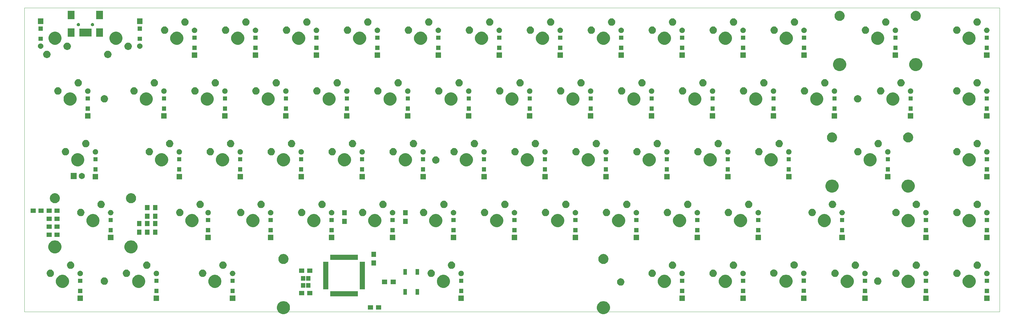
<source format=gbr>
G04 #@! TF.GenerationSoftware,KiCad,Pcbnew,(5.1.4)-1*
G04 #@! TF.CreationDate,2020-02-24T20:41:39-03:00*
G04 #@! TF.ProjectId,TKL2019,544b4c32-3031-4392-9e6b-696361645f70,rev?*
G04 #@! TF.SameCoordinates,Original*
G04 #@! TF.FileFunction,Soldermask,Bot*
G04 #@! TF.FilePolarity,Negative*
%FSLAX46Y46*%
G04 Gerber Fmt 4.6, Leading zero omitted, Abs format (unit mm)*
G04 Created by KiCad (PCBNEW (5.1.4)-1) date 2020-02-24 20:41:39*
%MOMM*%
%LPD*%
G04 APERTURE LIST*
%ADD10C,0.050000*%
%ADD11C,0.100000*%
G04 APERTURE END LIST*
D10*
X17550000Y-122700000D02*
X322300000Y-122700000D01*
X17550000Y-27450000D02*
X17550000Y-122700000D01*
X322300000Y-27450000D02*
X17550000Y-27450000D01*
X322300000Y-122700000D02*
X322300000Y-27450000D01*
D11*
G36*
X199087254Y-119447818D02*
G01*
X199460511Y-119602426D01*
X199460513Y-119602427D01*
X199796436Y-119826884D01*
X200082116Y-120112564D01*
X200306574Y-120448489D01*
X200461182Y-120821746D01*
X200540000Y-121217993D01*
X200540000Y-121622007D01*
X200461182Y-122018254D01*
X200306574Y-122391511D01*
X200306573Y-122391513D01*
X200082116Y-122727436D01*
X199796436Y-123013116D01*
X199460513Y-123237573D01*
X199460512Y-123237574D01*
X199460511Y-123237574D01*
X199087254Y-123392182D01*
X198691007Y-123471000D01*
X198286993Y-123471000D01*
X197890746Y-123392182D01*
X197517489Y-123237574D01*
X197517488Y-123237574D01*
X197517487Y-123237573D01*
X197181564Y-123013116D01*
X196895884Y-122727436D01*
X196671427Y-122391513D01*
X196671426Y-122391511D01*
X196516818Y-122018254D01*
X196438000Y-121622007D01*
X196438000Y-121217993D01*
X196516818Y-120821746D01*
X196671426Y-120448489D01*
X196895884Y-120112564D01*
X197181564Y-119826884D01*
X197517487Y-119602427D01*
X197517489Y-119602426D01*
X197890746Y-119447818D01*
X198286993Y-119369000D01*
X198691007Y-119369000D01*
X199087254Y-119447818D01*
X199087254Y-119447818D01*
G37*
G36*
X99087254Y-119447818D02*
G01*
X99460511Y-119602426D01*
X99460513Y-119602427D01*
X99796436Y-119826884D01*
X100082116Y-120112564D01*
X100306574Y-120448489D01*
X100461182Y-120821746D01*
X100540000Y-121217993D01*
X100540000Y-121622007D01*
X100461182Y-122018254D01*
X100306574Y-122391511D01*
X100306573Y-122391513D01*
X100082116Y-122727436D01*
X99796436Y-123013116D01*
X99460513Y-123237573D01*
X99460512Y-123237574D01*
X99460511Y-123237574D01*
X99087254Y-123392182D01*
X98691007Y-123471000D01*
X98286993Y-123471000D01*
X97890746Y-123392182D01*
X97517489Y-123237574D01*
X97517488Y-123237574D01*
X97517487Y-123237573D01*
X97181564Y-123013116D01*
X96895884Y-122727436D01*
X96671427Y-122391513D01*
X96671426Y-122391511D01*
X96516818Y-122018254D01*
X96438000Y-121622007D01*
X96438000Y-121217993D01*
X96516818Y-120821746D01*
X96671426Y-120448489D01*
X96895884Y-120112564D01*
X97181564Y-119826884D01*
X97517487Y-119602427D01*
X97517489Y-119602426D01*
X97890746Y-119447818D01*
X98286993Y-119369000D01*
X98691007Y-119369000D01*
X99087254Y-119447818D01*
X99087254Y-119447818D01*
G37*
G36*
X129001000Y-122026000D02*
G01*
X127399000Y-122026000D01*
X127399000Y-120674000D01*
X129001000Y-120674000D01*
X129001000Y-122026000D01*
X129001000Y-122026000D01*
G37*
G36*
X126501000Y-122026000D02*
G01*
X124899000Y-122026000D01*
X124899000Y-120674000D01*
X126501000Y-120674000D01*
X126501000Y-122026000D01*
X126501000Y-122026000D01*
G37*
G36*
X242985000Y-119351000D02*
G01*
X241283000Y-119351000D01*
X241283000Y-117649000D01*
X242985000Y-117649000D01*
X242985000Y-119351000D01*
X242985000Y-119351000D01*
G37*
G36*
X35820000Y-119351000D02*
G01*
X34118000Y-119351000D01*
X34118000Y-117649000D01*
X35820000Y-117649000D01*
X35820000Y-119351000D01*
X35820000Y-119351000D01*
G37*
G36*
X59630000Y-119351000D02*
G01*
X57928000Y-119351000D01*
X57928000Y-117649000D01*
X59630000Y-117649000D01*
X59630000Y-119351000D01*
X59630000Y-119351000D01*
G37*
G36*
X83440000Y-119351000D02*
G01*
X81738000Y-119351000D01*
X81738000Y-117649000D01*
X83440000Y-117649000D01*
X83440000Y-119351000D01*
X83440000Y-119351000D01*
G37*
G36*
X154880000Y-119351000D02*
G01*
X153178000Y-119351000D01*
X153178000Y-117649000D01*
X154880000Y-117649000D01*
X154880000Y-119351000D01*
X154880000Y-119351000D01*
G37*
G36*
X223935000Y-119351000D02*
G01*
X222233000Y-119351000D01*
X222233000Y-117649000D01*
X223935000Y-117649000D01*
X223935000Y-119351000D01*
X223935000Y-119351000D01*
G37*
G36*
X319185000Y-119351000D02*
G01*
X317483000Y-119351000D01*
X317483000Y-117649000D01*
X319185000Y-117649000D01*
X319185000Y-119351000D01*
X319185000Y-119351000D01*
G37*
G36*
X281085000Y-119351000D02*
G01*
X279383000Y-119351000D01*
X279383000Y-117649000D01*
X281085000Y-117649000D01*
X281085000Y-119351000D01*
X281085000Y-119351000D01*
G37*
G36*
X300135000Y-119351000D02*
G01*
X298433000Y-119351000D01*
X298433000Y-117649000D01*
X300135000Y-117649000D01*
X300135000Y-119351000D01*
X300135000Y-119351000D01*
G37*
G36*
X261951000Y-119301000D02*
G01*
X260249000Y-119301000D01*
X260249000Y-117599000D01*
X261951000Y-117599000D01*
X261951000Y-119301000D01*
X261951000Y-119301000D01*
G37*
G36*
X121776000Y-117851000D02*
G01*
X113124000Y-117851000D01*
X113124000Y-116249000D01*
X121776000Y-116249000D01*
X121776000Y-117851000D01*
X121776000Y-117851000D01*
G37*
G36*
X107501000Y-117526000D02*
G01*
X105899000Y-117526000D01*
X105899000Y-116174000D01*
X107501000Y-116174000D01*
X107501000Y-117526000D01*
X107501000Y-117526000D01*
G37*
G36*
X105001000Y-117526000D02*
G01*
X103399000Y-117526000D01*
X103399000Y-116174000D01*
X105001000Y-116174000D01*
X105001000Y-117526000D01*
X105001000Y-117526000D01*
G37*
G36*
X137101000Y-117401000D02*
G01*
X135999000Y-117401000D01*
X135999000Y-115599000D01*
X137101000Y-115599000D01*
X137101000Y-117401000D01*
X137101000Y-117401000D01*
G37*
G36*
X140901000Y-117401000D02*
G01*
X139799000Y-117401000D01*
X139799000Y-115599000D01*
X140901000Y-115599000D01*
X140901000Y-117401000D01*
X140901000Y-117401000D01*
G37*
G36*
X242785000Y-116826000D02*
G01*
X241483000Y-116826000D01*
X241483000Y-115524000D01*
X242785000Y-115524000D01*
X242785000Y-116826000D01*
X242785000Y-116826000D01*
G37*
G36*
X35620000Y-116826000D02*
G01*
X34318000Y-116826000D01*
X34318000Y-115524000D01*
X35620000Y-115524000D01*
X35620000Y-116826000D01*
X35620000Y-116826000D01*
G37*
G36*
X59430000Y-116826000D02*
G01*
X58128000Y-116826000D01*
X58128000Y-115524000D01*
X59430000Y-115524000D01*
X59430000Y-116826000D01*
X59430000Y-116826000D01*
G37*
G36*
X280885000Y-116826000D02*
G01*
X279583000Y-116826000D01*
X279583000Y-115524000D01*
X280885000Y-115524000D01*
X280885000Y-116826000D01*
X280885000Y-116826000D01*
G37*
G36*
X223735000Y-116826000D02*
G01*
X222433000Y-116826000D01*
X222433000Y-115524000D01*
X223735000Y-115524000D01*
X223735000Y-116826000D01*
X223735000Y-116826000D01*
G37*
G36*
X318985000Y-116826000D02*
G01*
X317683000Y-116826000D01*
X317683000Y-115524000D01*
X318985000Y-115524000D01*
X318985000Y-116826000D01*
X318985000Y-116826000D01*
G37*
G36*
X154680000Y-116826000D02*
G01*
X153378000Y-116826000D01*
X153378000Y-115524000D01*
X154680000Y-115524000D01*
X154680000Y-116826000D01*
X154680000Y-116826000D01*
G37*
G36*
X299935000Y-116826000D02*
G01*
X298633000Y-116826000D01*
X298633000Y-115524000D01*
X299935000Y-115524000D01*
X299935000Y-116826000D01*
X299935000Y-116826000D01*
G37*
G36*
X83240000Y-116826000D02*
G01*
X81938000Y-116826000D01*
X81938000Y-115524000D01*
X83240000Y-115524000D01*
X83240000Y-116826000D01*
X83240000Y-116826000D01*
G37*
G36*
X261751000Y-116776000D02*
G01*
X260449000Y-116776000D01*
X260449000Y-115474000D01*
X261751000Y-115474000D01*
X261751000Y-116776000D01*
X261751000Y-116776000D01*
G37*
G36*
X123951000Y-115676000D02*
G01*
X122349000Y-115676000D01*
X122349000Y-107024000D01*
X123951000Y-107024000D01*
X123951000Y-115676000D01*
X123951000Y-115676000D01*
G37*
G36*
X112551000Y-115676000D02*
G01*
X110949000Y-115676000D01*
X110949000Y-107024000D01*
X112551000Y-107024000D01*
X112551000Y-115676000D01*
X112551000Y-115676000D01*
G37*
G36*
X313392254Y-111207818D02*
G01*
X313765511Y-111362426D01*
X313765513Y-111362427D01*
X314101436Y-111586884D01*
X314387116Y-111872564D01*
X314609885Y-112205960D01*
X314611574Y-112208489D01*
X314766182Y-112581746D01*
X314845000Y-112977993D01*
X314845000Y-113382007D01*
X314766182Y-113778254D01*
X314611574Y-114151511D01*
X314611573Y-114151513D01*
X314387116Y-114487436D01*
X314101436Y-114773116D01*
X313765513Y-114997573D01*
X313765512Y-114997574D01*
X313765511Y-114997574D01*
X313392254Y-115152182D01*
X312996007Y-115231000D01*
X312591993Y-115231000D01*
X312195746Y-115152182D01*
X311822489Y-114997574D01*
X311822488Y-114997574D01*
X311822487Y-114997573D01*
X311486564Y-114773116D01*
X311200884Y-114487436D01*
X310976427Y-114151513D01*
X310976426Y-114151511D01*
X310821818Y-113778254D01*
X310743000Y-113382007D01*
X310743000Y-112977993D01*
X310821818Y-112581746D01*
X310976426Y-112208489D01*
X310978116Y-112205960D01*
X311200884Y-111872564D01*
X311486564Y-111586884D01*
X311822487Y-111362427D01*
X311822489Y-111362426D01*
X312195746Y-111207818D01*
X312591993Y-111129000D01*
X312996007Y-111129000D01*
X313392254Y-111207818D01*
X313392254Y-111207818D01*
G37*
G36*
X237192254Y-111207818D02*
G01*
X237565511Y-111362426D01*
X237565513Y-111362427D01*
X237901436Y-111586884D01*
X238187116Y-111872564D01*
X238409885Y-112205960D01*
X238411574Y-112208489D01*
X238566182Y-112581746D01*
X238645000Y-112977993D01*
X238645000Y-113382007D01*
X238566182Y-113778254D01*
X238411574Y-114151511D01*
X238411573Y-114151513D01*
X238187116Y-114487436D01*
X237901436Y-114773116D01*
X237565513Y-114997573D01*
X237565512Y-114997574D01*
X237565511Y-114997574D01*
X237192254Y-115152182D01*
X236796007Y-115231000D01*
X236391993Y-115231000D01*
X235995746Y-115152182D01*
X235622489Y-114997574D01*
X235622488Y-114997574D01*
X235622487Y-114997573D01*
X235286564Y-114773116D01*
X235000884Y-114487436D01*
X234776427Y-114151513D01*
X234776426Y-114151511D01*
X234621818Y-113778254D01*
X234543000Y-113382007D01*
X234543000Y-112977993D01*
X234621818Y-112581746D01*
X234776426Y-112208489D01*
X234778116Y-112205960D01*
X235000884Y-111872564D01*
X235286564Y-111586884D01*
X235622487Y-111362427D01*
X235622489Y-111362426D01*
X235995746Y-111207818D01*
X236391993Y-111129000D01*
X236796007Y-111129000D01*
X237192254Y-111207818D01*
X237192254Y-111207818D01*
G37*
G36*
X294342254Y-111207818D02*
G01*
X294715511Y-111362426D01*
X294715513Y-111362427D01*
X295051436Y-111586884D01*
X295337116Y-111872564D01*
X295559885Y-112205960D01*
X295561574Y-112208489D01*
X295716182Y-112581746D01*
X295795000Y-112977993D01*
X295795000Y-113382007D01*
X295716182Y-113778254D01*
X295561574Y-114151511D01*
X295561573Y-114151513D01*
X295337116Y-114487436D01*
X295051436Y-114773116D01*
X294715513Y-114997573D01*
X294715512Y-114997574D01*
X294715511Y-114997574D01*
X294342254Y-115152182D01*
X293946007Y-115231000D01*
X293541993Y-115231000D01*
X293145746Y-115152182D01*
X292772489Y-114997574D01*
X292772488Y-114997574D01*
X292772487Y-114997573D01*
X292436564Y-114773116D01*
X292150884Y-114487436D01*
X291926427Y-114151513D01*
X291926426Y-114151511D01*
X291771818Y-113778254D01*
X291693000Y-113382007D01*
X291693000Y-112977993D01*
X291771818Y-112581746D01*
X291926426Y-112208489D01*
X291928116Y-112205960D01*
X292150884Y-111872564D01*
X292436564Y-111586884D01*
X292772487Y-111362427D01*
X292772489Y-111362426D01*
X293145746Y-111207818D01*
X293541993Y-111129000D01*
X293946007Y-111129000D01*
X294342254Y-111207818D01*
X294342254Y-111207818D01*
G37*
G36*
X53837254Y-111207818D02*
G01*
X54210511Y-111362426D01*
X54210513Y-111362427D01*
X54546436Y-111586884D01*
X54832116Y-111872564D01*
X55054885Y-112205960D01*
X55056574Y-112208489D01*
X55211182Y-112581746D01*
X55290000Y-112977993D01*
X55290000Y-113382007D01*
X55211182Y-113778254D01*
X55056574Y-114151511D01*
X55056573Y-114151513D01*
X54832116Y-114487436D01*
X54546436Y-114773116D01*
X54210513Y-114997573D01*
X54210512Y-114997574D01*
X54210511Y-114997574D01*
X53837254Y-115152182D01*
X53441007Y-115231000D01*
X53036993Y-115231000D01*
X52640746Y-115152182D01*
X52267489Y-114997574D01*
X52267488Y-114997574D01*
X52267487Y-114997573D01*
X51931564Y-114773116D01*
X51645884Y-114487436D01*
X51421427Y-114151513D01*
X51421426Y-114151511D01*
X51266818Y-113778254D01*
X51188000Y-113382007D01*
X51188000Y-112977993D01*
X51266818Y-112581746D01*
X51421426Y-112208489D01*
X51423116Y-112205960D01*
X51645884Y-111872564D01*
X51931564Y-111586884D01*
X52267487Y-111362427D01*
X52267489Y-111362426D01*
X52640746Y-111207818D01*
X53036993Y-111129000D01*
X53441007Y-111129000D01*
X53837254Y-111207818D01*
X53837254Y-111207818D01*
G37*
G36*
X149087254Y-111207818D02*
G01*
X149460511Y-111362426D01*
X149460513Y-111362427D01*
X149796436Y-111586884D01*
X150082116Y-111872564D01*
X150304885Y-112205960D01*
X150306574Y-112208489D01*
X150461182Y-112581746D01*
X150540000Y-112977993D01*
X150540000Y-113382007D01*
X150461182Y-113778254D01*
X150306574Y-114151511D01*
X150306573Y-114151513D01*
X150082116Y-114487436D01*
X149796436Y-114773116D01*
X149460513Y-114997573D01*
X149460512Y-114997574D01*
X149460511Y-114997574D01*
X149087254Y-115152182D01*
X148691007Y-115231000D01*
X148286993Y-115231000D01*
X147890746Y-115152182D01*
X147517489Y-114997574D01*
X147517488Y-114997574D01*
X147517487Y-114997573D01*
X147181564Y-114773116D01*
X146895884Y-114487436D01*
X146671427Y-114151513D01*
X146671426Y-114151511D01*
X146516818Y-113778254D01*
X146438000Y-113382007D01*
X146438000Y-112977993D01*
X146516818Y-112581746D01*
X146671426Y-112208489D01*
X146673116Y-112205960D01*
X146895884Y-111872564D01*
X147181564Y-111586884D01*
X147517487Y-111362427D01*
X147517489Y-111362426D01*
X147890746Y-111207818D01*
X148286993Y-111129000D01*
X148691007Y-111129000D01*
X149087254Y-111207818D01*
X149087254Y-111207818D01*
G37*
G36*
X218142254Y-111207818D02*
G01*
X218515511Y-111362426D01*
X218515513Y-111362427D01*
X218851436Y-111586884D01*
X219137116Y-111872564D01*
X219359885Y-112205960D01*
X219361574Y-112208489D01*
X219516182Y-112581746D01*
X219595000Y-112977993D01*
X219595000Y-113382007D01*
X219516182Y-113778254D01*
X219361574Y-114151511D01*
X219361573Y-114151513D01*
X219137116Y-114487436D01*
X218851436Y-114773116D01*
X218515513Y-114997573D01*
X218515512Y-114997574D01*
X218515511Y-114997574D01*
X218142254Y-115152182D01*
X217746007Y-115231000D01*
X217341993Y-115231000D01*
X216945746Y-115152182D01*
X216572489Y-114997574D01*
X216572488Y-114997574D01*
X216572487Y-114997573D01*
X216236564Y-114773116D01*
X215950884Y-114487436D01*
X215726427Y-114151513D01*
X215726426Y-114151511D01*
X215571818Y-113778254D01*
X215493000Y-113382007D01*
X215493000Y-112977993D01*
X215571818Y-112581746D01*
X215726426Y-112208489D01*
X215728116Y-112205960D01*
X215950884Y-111872564D01*
X216236564Y-111586884D01*
X216572487Y-111362427D01*
X216572489Y-111362426D01*
X216945746Y-111207818D01*
X217341993Y-111129000D01*
X217746007Y-111129000D01*
X218142254Y-111207818D01*
X218142254Y-111207818D01*
G37*
G36*
X30027254Y-111207818D02*
G01*
X30400511Y-111362426D01*
X30400513Y-111362427D01*
X30736436Y-111586884D01*
X31022116Y-111872564D01*
X31244885Y-112205960D01*
X31246574Y-112208489D01*
X31401182Y-112581746D01*
X31480000Y-112977993D01*
X31480000Y-113382007D01*
X31401182Y-113778254D01*
X31246574Y-114151511D01*
X31246573Y-114151513D01*
X31022116Y-114487436D01*
X30736436Y-114773116D01*
X30400513Y-114997573D01*
X30400512Y-114997574D01*
X30400511Y-114997574D01*
X30027254Y-115152182D01*
X29631007Y-115231000D01*
X29226993Y-115231000D01*
X28830746Y-115152182D01*
X28457489Y-114997574D01*
X28457488Y-114997574D01*
X28457487Y-114997573D01*
X28121564Y-114773116D01*
X27835884Y-114487436D01*
X27611427Y-114151513D01*
X27611426Y-114151511D01*
X27456818Y-113778254D01*
X27378000Y-113382007D01*
X27378000Y-112977993D01*
X27456818Y-112581746D01*
X27611426Y-112208489D01*
X27613116Y-112205960D01*
X27835884Y-111872564D01*
X28121564Y-111586884D01*
X28457487Y-111362427D01*
X28457489Y-111362426D01*
X28830746Y-111207818D01*
X29226993Y-111129000D01*
X29631007Y-111129000D01*
X30027254Y-111207818D01*
X30027254Y-111207818D01*
G37*
G36*
X77647254Y-111207818D02*
G01*
X78020511Y-111362426D01*
X78020513Y-111362427D01*
X78356436Y-111586884D01*
X78642116Y-111872564D01*
X78864885Y-112205960D01*
X78866574Y-112208489D01*
X79021182Y-112581746D01*
X79100000Y-112977993D01*
X79100000Y-113382007D01*
X79021182Y-113778254D01*
X78866574Y-114151511D01*
X78866573Y-114151513D01*
X78642116Y-114487436D01*
X78356436Y-114773116D01*
X78020513Y-114997573D01*
X78020512Y-114997574D01*
X78020511Y-114997574D01*
X77647254Y-115152182D01*
X77251007Y-115231000D01*
X76846993Y-115231000D01*
X76450746Y-115152182D01*
X76077489Y-114997574D01*
X76077488Y-114997574D01*
X76077487Y-114997573D01*
X75741564Y-114773116D01*
X75455884Y-114487436D01*
X75231427Y-114151513D01*
X75231426Y-114151511D01*
X75076818Y-113778254D01*
X74998000Y-113382007D01*
X74998000Y-112977993D01*
X75076818Y-112581746D01*
X75231426Y-112208489D01*
X75233116Y-112205960D01*
X75455884Y-111872564D01*
X75741564Y-111586884D01*
X76077487Y-111362427D01*
X76077489Y-111362426D01*
X76450746Y-111207818D01*
X76846993Y-111129000D01*
X77251007Y-111129000D01*
X77647254Y-111207818D01*
X77647254Y-111207818D01*
G37*
G36*
X275292254Y-111207818D02*
G01*
X275665511Y-111362426D01*
X275665513Y-111362427D01*
X276001436Y-111586884D01*
X276287116Y-111872564D01*
X276509885Y-112205960D01*
X276511574Y-112208489D01*
X276666182Y-112581746D01*
X276745000Y-112977993D01*
X276745000Y-113382007D01*
X276666182Y-113778254D01*
X276511574Y-114151511D01*
X276511573Y-114151513D01*
X276287116Y-114487436D01*
X276001436Y-114773116D01*
X275665513Y-114997573D01*
X275665512Y-114997574D01*
X275665511Y-114997574D01*
X275292254Y-115152182D01*
X274896007Y-115231000D01*
X274491993Y-115231000D01*
X274095746Y-115152182D01*
X273722489Y-114997574D01*
X273722488Y-114997574D01*
X273722487Y-114997573D01*
X273386564Y-114773116D01*
X273100884Y-114487436D01*
X272876427Y-114151513D01*
X272876426Y-114151511D01*
X272721818Y-113778254D01*
X272643000Y-113382007D01*
X272643000Y-112977993D01*
X272721818Y-112581746D01*
X272876426Y-112208489D01*
X272878116Y-112205960D01*
X273100884Y-111872564D01*
X273386564Y-111586884D01*
X273722487Y-111362427D01*
X273722489Y-111362426D01*
X274095746Y-111207818D01*
X274491993Y-111129000D01*
X274896007Y-111129000D01*
X275292254Y-111207818D01*
X275292254Y-111207818D01*
G37*
G36*
X106901000Y-115201000D02*
G01*
X105599000Y-115201000D01*
X105599000Y-113699000D01*
X106901000Y-113699000D01*
X106901000Y-115201000D01*
X106901000Y-115201000D01*
G37*
G36*
X105301000Y-115201000D02*
G01*
X103999000Y-115201000D01*
X103999000Y-113699000D01*
X105301000Y-113699000D01*
X105301000Y-115201000D01*
X105301000Y-115201000D01*
G37*
G36*
X256158254Y-111157818D02*
G01*
X256531511Y-111312426D01*
X256531513Y-111312427D01*
X256867436Y-111536884D01*
X257153116Y-111822564D01*
X257325128Y-112079997D01*
X257377574Y-112158489D01*
X257532182Y-112531746D01*
X257611000Y-112927993D01*
X257611000Y-113332007D01*
X257532182Y-113728254D01*
X257380801Y-114093720D01*
X257377573Y-114101513D01*
X257153116Y-114437436D01*
X256867436Y-114723116D01*
X256531513Y-114947573D01*
X256531512Y-114947574D01*
X256531511Y-114947574D01*
X256158254Y-115102182D01*
X255762007Y-115181000D01*
X255357993Y-115181000D01*
X254961746Y-115102182D01*
X254588489Y-114947574D01*
X254588488Y-114947574D01*
X254588487Y-114947573D01*
X254252564Y-114723116D01*
X253966884Y-114437436D01*
X253742427Y-114101513D01*
X253739199Y-114093720D01*
X253587818Y-113728254D01*
X253509000Y-113332007D01*
X253509000Y-112927993D01*
X253587818Y-112531746D01*
X253742426Y-112158489D01*
X253794873Y-112079997D01*
X253966884Y-111822564D01*
X254252564Y-111536884D01*
X254588487Y-111312427D01*
X254588489Y-111312426D01*
X254961746Y-111157818D01*
X255357993Y-111079000D01*
X255762007Y-111079000D01*
X256158254Y-111157818D01*
X256158254Y-111157818D01*
G37*
G36*
X204128549Y-112231116D02*
G01*
X204239734Y-112253232D01*
X204449203Y-112339997D01*
X204637720Y-112465960D01*
X204798040Y-112626280D01*
X204924003Y-112814797D01*
X205010768Y-113024266D01*
X205055000Y-113246636D01*
X205055000Y-113473364D01*
X205010768Y-113695734D01*
X204924003Y-113905203D01*
X204798040Y-114093720D01*
X204637720Y-114254040D01*
X204449203Y-114380003D01*
X204239734Y-114466768D01*
X204135829Y-114487436D01*
X204017365Y-114511000D01*
X203790635Y-114511000D01*
X203672171Y-114487436D01*
X203568266Y-114466768D01*
X203358797Y-114380003D01*
X203170280Y-114254040D01*
X203009960Y-114093720D01*
X202883997Y-113905203D01*
X202797232Y-113695734D01*
X202753000Y-113473364D01*
X202753000Y-113246636D01*
X202797232Y-113024266D01*
X202883997Y-112814797D01*
X203009960Y-112626280D01*
X203170280Y-112465960D01*
X203358797Y-112339997D01*
X203568266Y-112253232D01*
X203679451Y-112231116D01*
X203790635Y-112209000D01*
X204017365Y-112209000D01*
X204128549Y-112231116D01*
X204128549Y-112231116D01*
G37*
G36*
X284458549Y-111971116D02*
G01*
X284569734Y-111993232D01*
X284779203Y-112079997D01*
X284967720Y-112205960D01*
X285128040Y-112366280D01*
X285254003Y-112554797D01*
X285340768Y-112764266D01*
X285362884Y-112875451D01*
X285373336Y-112927994D01*
X285385000Y-112986636D01*
X285385000Y-113213364D01*
X285340768Y-113435734D01*
X285254003Y-113645203D01*
X285128040Y-113833720D01*
X284967720Y-113994040D01*
X284779203Y-114120003D01*
X284569734Y-114206768D01*
X284458549Y-114228884D01*
X284347365Y-114251000D01*
X284120635Y-114251000D01*
X284009451Y-114228884D01*
X283898266Y-114206768D01*
X283688797Y-114120003D01*
X283500280Y-113994040D01*
X283339960Y-113833720D01*
X283213997Y-113645203D01*
X283127232Y-113435734D01*
X283083000Y-113213364D01*
X283083000Y-112986636D01*
X283094665Y-112927994D01*
X283105116Y-112875451D01*
X283127232Y-112764266D01*
X283213997Y-112554797D01*
X283339960Y-112366280D01*
X283500280Y-112205960D01*
X283688797Y-112079997D01*
X283898266Y-111993232D01*
X284009451Y-111971116D01*
X284120635Y-111949000D01*
X284347365Y-111949000D01*
X284458549Y-111971116D01*
X284458549Y-111971116D01*
G37*
G36*
X42738549Y-111971116D02*
G01*
X42849734Y-111993232D01*
X43059203Y-112079997D01*
X43247720Y-112205960D01*
X43408040Y-112366280D01*
X43534003Y-112554797D01*
X43620768Y-112764266D01*
X43642884Y-112875451D01*
X43653336Y-112927994D01*
X43665000Y-112986636D01*
X43665000Y-113213364D01*
X43620768Y-113435734D01*
X43534003Y-113645203D01*
X43408040Y-113833720D01*
X43247720Y-113994040D01*
X43059203Y-114120003D01*
X42849734Y-114206768D01*
X42738549Y-114228884D01*
X42627365Y-114251000D01*
X42400635Y-114251000D01*
X42289451Y-114228884D01*
X42178266Y-114206768D01*
X41968797Y-114120003D01*
X41780280Y-113994040D01*
X41619960Y-113833720D01*
X41493997Y-113645203D01*
X41407232Y-113435734D01*
X41363000Y-113213364D01*
X41363000Y-112986636D01*
X41374665Y-112927994D01*
X41385116Y-112875451D01*
X41407232Y-112764266D01*
X41493997Y-112554797D01*
X41619960Y-112366280D01*
X41780280Y-112205960D01*
X41968797Y-112079997D01*
X42178266Y-111993232D01*
X42289451Y-111971116D01*
X42400635Y-111949000D01*
X42627365Y-111949000D01*
X42738549Y-111971116D01*
X42738549Y-111971116D01*
G37*
G36*
X133601000Y-114051000D02*
G01*
X131999000Y-114051000D01*
X131999000Y-112649000D01*
X133601000Y-112649000D01*
X133601000Y-114051000D01*
X133601000Y-114051000D01*
G37*
G36*
X130901000Y-114051000D02*
G01*
X129299000Y-114051000D01*
X129299000Y-112649000D01*
X130901000Y-112649000D01*
X130901000Y-114051000D01*
X130901000Y-114051000D01*
G37*
G36*
X59430000Y-113676000D02*
G01*
X58128000Y-113676000D01*
X58128000Y-112374000D01*
X59430000Y-112374000D01*
X59430000Y-113676000D01*
X59430000Y-113676000D01*
G37*
G36*
X83240000Y-113676000D02*
G01*
X81938000Y-113676000D01*
X81938000Y-112374000D01*
X83240000Y-112374000D01*
X83240000Y-113676000D01*
X83240000Y-113676000D01*
G37*
G36*
X154680000Y-113676000D02*
G01*
X153378000Y-113676000D01*
X153378000Y-112374000D01*
X154680000Y-112374000D01*
X154680000Y-113676000D01*
X154680000Y-113676000D01*
G37*
G36*
X223735000Y-113676000D02*
G01*
X222433000Y-113676000D01*
X222433000Y-112374000D01*
X223735000Y-112374000D01*
X223735000Y-113676000D01*
X223735000Y-113676000D01*
G37*
G36*
X318985000Y-113676000D02*
G01*
X317683000Y-113676000D01*
X317683000Y-112374000D01*
X318985000Y-112374000D01*
X318985000Y-113676000D01*
X318985000Y-113676000D01*
G37*
G36*
X280885000Y-113676000D02*
G01*
X279583000Y-113676000D01*
X279583000Y-112374000D01*
X280885000Y-112374000D01*
X280885000Y-113676000D01*
X280885000Y-113676000D01*
G37*
G36*
X35620000Y-113676000D02*
G01*
X34318000Y-113676000D01*
X34318000Y-112374000D01*
X35620000Y-112374000D01*
X35620000Y-113676000D01*
X35620000Y-113676000D01*
G37*
G36*
X299935000Y-113676000D02*
G01*
X298633000Y-113676000D01*
X298633000Y-112374000D01*
X299935000Y-112374000D01*
X299935000Y-113676000D01*
X299935000Y-113676000D01*
G37*
G36*
X242785000Y-113676000D02*
G01*
X241483000Y-113676000D01*
X241483000Y-112374000D01*
X242785000Y-112374000D01*
X242785000Y-113676000D01*
X242785000Y-113676000D01*
G37*
G36*
X261751000Y-113626000D02*
G01*
X260449000Y-113626000D01*
X260449000Y-112324000D01*
X261751000Y-112324000D01*
X261751000Y-113626000D01*
X261751000Y-113626000D01*
G37*
G36*
X106901000Y-113001000D02*
G01*
X105599000Y-113001000D01*
X105599000Y-111499000D01*
X106901000Y-111499000D01*
X106901000Y-113001000D01*
X106901000Y-113001000D01*
G37*
G36*
X105301000Y-113001000D02*
G01*
X103999000Y-113001000D01*
X103999000Y-111499000D01*
X105301000Y-111499000D01*
X105301000Y-113001000D01*
X105301000Y-113001000D01*
G37*
G36*
X290158549Y-109511116D02*
G01*
X290269734Y-109533232D01*
X290479203Y-109619997D01*
X290667720Y-109745960D01*
X290828040Y-109906280D01*
X290954003Y-110094797D01*
X291020058Y-110254267D01*
X291040768Y-110304267D01*
X291084874Y-110526000D01*
X291085000Y-110526636D01*
X291085000Y-110753364D01*
X291040768Y-110975734D01*
X290954003Y-111185203D01*
X290828040Y-111373720D01*
X290667720Y-111534040D01*
X290479203Y-111660003D01*
X290269734Y-111746768D01*
X290158549Y-111768884D01*
X290047365Y-111791000D01*
X289820635Y-111791000D01*
X289709451Y-111768884D01*
X289598266Y-111746768D01*
X289388797Y-111660003D01*
X289200280Y-111534040D01*
X289039960Y-111373720D01*
X288913997Y-111185203D01*
X288827232Y-110975734D01*
X288783000Y-110753364D01*
X288783000Y-110526636D01*
X288783127Y-110526000D01*
X288827232Y-110304267D01*
X288847943Y-110254267D01*
X288913997Y-110094797D01*
X289039960Y-109906280D01*
X289200280Y-109745960D01*
X289388797Y-109619997D01*
X289598266Y-109533232D01*
X289709451Y-109511116D01*
X289820635Y-109489000D01*
X290047365Y-109489000D01*
X290158549Y-109511116D01*
X290158549Y-109511116D01*
G37*
G36*
X49653549Y-109511116D02*
G01*
X49764734Y-109533232D01*
X49974203Y-109619997D01*
X50162720Y-109745960D01*
X50323040Y-109906280D01*
X50449003Y-110094797D01*
X50515058Y-110254267D01*
X50535768Y-110304267D01*
X50579874Y-110526000D01*
X50580000Y-110526636D01*
X50580000Y-110753364D01*
X50535768Y-110975734D01*
X50449003Y-111185203D01*
X50323040Y-111373720D01*
X50162720Y-111534040D01*
X49974203Y-111660003D01*
X49764734Y-111746768D01*
X49653549Y-111768884D01*
X49542365Y-111791000D01*
X49315635Y-111791000D01*
X49204451Y-111768884D01*
X49093266Y-111746768D01*
X48883797Y-111660003D01*
X48695280Y-111534040D01*
X48534960Y-111373720D01*
X48408997Y-111185203D01*
X48322232Y-110975734D01*
X48278000Y-110753364D01*
X48278000Y-110526636D01*
X48278127Y-110526000D01*
X48322232Y-110304267D01*
X48342943Y-110254267D01*
X48408997Y-110094797D01*
X48534960Y-109906280D01*
X48695280Y-109745960D01*
X48883797Y-109619997D01*
X49093266Y-109533232D01*
X49204451Y-109511116D01*
X49315635Y-109489000D01*
X49542365Y-109489000D01*
X49653549Y-109511116D01*
X49653549Y-109511116D01*
G37*
G36*
X233008549Y-109511116D02*
G01*
X233119734Y-109533232D01*
X233329203Y-109619997D01*
X233517720Y-109745960D01*
X233678040Y-109906280D01*
X233804003Y-110094797D01*
X233870058Y-110254267D01*
X233890768Y-110304267D01*
X233934874Y-110526000D01*
X233935000Y-110526636D01*
X233935000Y-110753364D01*
X233890768Y-110975734D01*
X233804003Y-111185203D01*
X233678040Y-111373720D01*
X233517720Y-111534040D01*
X233329203Y-111660003D01*
X233119734Y-111746768D01*
X233008549Y-111768884D01*
X232897365Y-111791000D01*
X232670635Y-111791000D01*
X232559451Y-111768884D01*
X232448266Y-111746768D01*
X232238797Y-111660003D01*
X232050280Y-111534040D01*
X231889960Y-111373720D01*
X231763997Y-111185203D01*
X231677232Y-110975734D01*
X231633000Y-110753364D01*
X231633000Y-110526636D01*
X231633127Y-110526000D01*
X231677232Y-110304267D01*
X231697943Y-110254267D01*
X231763997Y-110094797D01*
X231889960Y-109906280D01*
X232050280Y-109745960D01*
X232238797Y-109619997D01*
X232448266Y-109533232D01*
X232559451Y-109511116D01*
X232670635Y-109489000D01*
X232897365Y-109489000D01*
X233008549Y-109511116D01*
X233008549Y-109511116D01*
G37*
G36*
X144903549Y-109511116D02*
G01*
X145014734Y-109533232D01*
X145224203Y-109619997D01*
X145412720Y-109745960D01*
X145573040Y-109906280D01*
X145699003Y-110094797D01*
X145765058Y-110254267D01*
X145785768Y-110304267D01*
X145829874Y-110526000D01*
X145830000Y-110526636D01*
X145830000Y-110753364D01*
X145785768Y-110975734D01*
X145699003Y-111185203D01*
X145573040Y-111373720D01*
X145412720Y-111534040D01*
X145224203Y-111660003D01*
X145014734Y-111746768D01*
X144903549Y-111768884D01*
X144792365Y-111791000D01*
X144565635Y-111791000D01*
X144454451Y-111768884D01*
X144343266Y-111746768D01*
X144133797Y-111660003D01*
X143945280Y-111534040D01*
X143784960Y-111373720D01*
X143658997Y-111185203D01*
X143572232Y-110975734D01*
X143528000Y-110753364D01*
X143528000Y-110526636D01*
X143528127Y-110526000D01*
X143572232Y-110304267D01*
X143592943Y-110254267D01*
X143658997Y-110094797D01*
X143784960Y-109906280D01*
X143945280Y-109745960D01*
X144133797Y-109619997D01*
X144343266Y-109533232D01*
X144454451Y-109511116D01*
X144565635Y-109489000D01*
X144792365Y-109489000D01*
X144903549Y-109511116D01*
X144903549Y-109511116D01*
G37*
G36*
X271108549Y-109511116D02*
G01*
X271219734Y-109533232D01*
X271429203Y-109619997D01*
X271617720Y-109745960D01*
X271778040Y-109906280D01*
X271904003Y-110094797D01*
X271970058Y-110254267D01*
X271990768Y-110304267D01*
X272034874Y-110526000D01*
X272035000Y-110526636D01*
X272035000Y-110753364D01*
X271990768Y-110975734D01*
X271904003Y-111185203D01*
X271778040Y-111373720D01*
X271617720Y-111534040D01*
X271429203Y-111660003D01*
X271219734Y-111746768D01*
X271108549Y-111768884D01*
X270997365Y-111791000D01*
X270770635Y-111791000D01*
X270659451Y-111768884D01*
X270548266Y-111746768D01*
X270338797Y-111660003D01*
X270150280Y-111534040D01*
X269989960Y-111373720D01*
X269863997Y-111185203D01*
X269777232Y-110975734D01*
X269733000Y-110753364D01*
X269733000Y-110526636D01*
X269733127Y-110526000D01*
X269777232Y-110304267D01*
X269797943Y-110254267D01*
X269863997Y-110094797D01*
X269989960Y-109906280D01*
X270150280Y-109745960D01*
X270338797Y-109619997D01*
X270548266Y-109533232D01*
X270659451Y-109511116D01*
X270770635Y-109489000D01*
X270997365Y-109489000D01*
X271108549Y-109511116D01*
X271108549Y-109511116D01*
G37*
G36*
X73463549Y-109511116D02*
G01*
X73574734Y-109533232D01*
X73784203Y-109619997D01*
X73972720Y-109745960D01*
X74133040Y-109906280D01*
X74259003Y-110094797D01*
X74325058Y-110254267D01*
X74345768Y-110304267D01*
X74389874Y-110526000D01*
X74390000Y-110526636D01*
X74390000Y-110753364D01*
X74345768Y-110975734D01*
X74259003Y-111185203D01*
X74133040Y-111373720D01*
X73972720Y-111534040D01*
X73784203Y-111660003D01*
X73574734Y-111746768D01*
X73463549Y-111768884D01*
X73352365Y-111791000D01*
X73125635Y-111791000D01*
X73014451Y-111768884D01*
X72903266Y-111746768D01*
X72693797Y-111660003D01*
X72505280Y-111534040D01*
X72344960Y-111373720D01*
X72218997Y-111185203D01*
X72132232Y-110975734D01*
X72088000Y-110753364D01*
X72088000Y-110526636D01*
X72088127Y-110526000D01*
X72132232Y-110304267D01*
X72152943Y-110254267D01*
X72218997Y-110094797D01*
X72344960Y-109906280D01*
X72505280Y-109745960D01*
X72693797Y-109619997D01*
X72903266Y-109533232D01*
X73014451Y-109511116D01*
X73125635Y-109489000D01*
X73352365Y-109489000D01*
X73463549Y-109511116D01*
X73463549Y-109511116D01*
G37*
G36*
X25843549Y-109511116D02*
G01*
X25954734Y-109533232D01*
X26164203Y-109619997D01*
X26352720Y-109745960D01*
X26513040Y-109906280D01*
X26639003Y-110094797D01*
X26705058Y-110254267D01*
X26725768Y-110304267D01*
X26769874Y-110526000D01*
X26770000Y-110526636D01*
X26770000Y-110753364D01*
X26725768Y-110975734D01*
X26639003Y-111185203D01*
X26513040Y-111373720D01*
X26352720Y-111534040D01*
X26164203Y-111660003D01*
X25954734Y-111746768D01*
X25843549Y-111768884D01*
X25732365Y-111791000D01*
X25505635Y-111791000D01*
X25394451Y-111768884D01*
X25283266Y-111746768D01*
X25073797Y-111660003D01*
X24885280Y-111534040D01*
X24724960Y-111373720D01*
X24598997Y-111185203D01*
X24512232Y-110975734D01*
X24468000Y-110753364D01*
X24468000Y-110526636D01*
X24468127Y-110526000D01*
X24512232Y-110304267D01*
X24532943Y-110254267D01*
X24598997Y-110094797D01*
X24724960Y-109906280D01*
X24885280Y-109745960D01*
X25073797Y-109619997D01*
X25283266Y-109533232D01*
X25394451Y-109511116D01*
X25505635Y-109489000D01*
X25732365Y-109489000D01*
X25843549Y-109511116D01*
X25843549Y-109511116D01*
G37*
G36*
X309208549Y-109511116D02*
G01*
X309319734Y-109533232D01*
X309529203Y-109619997D01*
X309717720Y-109745960D01*
X309878040Y-109906280D01*
X310004003Y-110094797D01*
X310070058Y-110254267D01*
X310090768Y-110304267D01*
X310134874Y-110526000D01*
X310135000Y-110526636D01*
X310135000Y-110753364D01*
X310090768Y-110975734D01*
X310004003Y-111185203D01*
X309878040Y-111373720D01*
X309717720Y-111534040D01*
X309529203Y-111660003D01*
X309319734Y-111746768D01*
X309208549Y-111768884D01*
X309097365Y-111791000D01*
X308870635Y-111791000D01*
X308759451Y-111768884D01*
X308648266Y-111746768D01*
X308438797Y-111660003D01*
X308250280Y-111534040D01*
X308089960Y-111373720D01*
X307963997Y-111185203D01*
X307877232Y-110975734D01*
X307833000Y-110753364D01*
X307833000Y-110526636D01*
X307833127Y-110526000D01*
X307877232Y-110304267D01*
X307897943Y-110254267D01*
X307963997Y-110094797D01*
X308089960Y-109906280D01*
X308250280Y-109745960D01*
X308438797Y-109619997D01*
X308648266Y-109533232D01*
X308759451Y-109511116D01*
X308870635Y-109489000D01*
X309097365Y-109489000D01*
X309208549Y-109511116D01*
X309208549Y-109511116D01*
G37*
G36*
X213958549Y-109511116D02*
G01*
X214069734Y-109533232D01*
X214279203Y-109619997D01*
X214467720Y-109745960D01*
X214628040Y-109906280D01*
X214754003Y-110094797D01*
X214820058Y-110254267D01*
X214840768Y-110304267D01*
X214884874Y-110526000D01*
X214885000Y-110526636D01*
X214885000Y-110753364D01*
X214840768Y-110975734D01*
X214754003Y-111185203D01*
X214628040Y-111373720D01*
X214467720Y-111534040D01*
X214279203Y-111660003D01*
X214069734Y-111746768D01*
X213958549Y-111768884D01*
X213847365Y-111791000D01*
X213620635Y-111791000D01*
X213509451Y-111768884D01*
X213398266Y-111746768D01*
X213188797Y-111660003D01*
X213000280Y-111534040D01*
X212839960Y-111373720D01*
X212713997Y-111185203D01*
X212627232Y-110975734D01*
X212583000Y-110753364D01*
X212583000Y-110526636D01*
X212583127Y-110526000D01*
X212627232Y-110304267D01*
X212647943Y-110254267D01*
X212713997Y-110094797D01*
X212839960Y-109906280D01*
X213000280Y-109745960D01*
X213188797Y-109619997D01*
X213398266Y-109533232D01*
X213509451Y-109511116D01*
X213620635Y-109489000D01*
X213847365Y-109489000D01*
X213958549Y-109511116D01*
X213958549Y-109511116D01*
G37*
G36*
X251974549Y-109461116D02*
G01*
X252085734Y-109483232D01*
X252295203Y-109569997D01*
X252483720Y-109695960D01*
X252644040Y-109856280D01*
X252770003Y-110044797D01*
X252856768Y-110254266D01*
X252866714Y-110304267D01*
X252901000Y-110476635D01*
X252901000Y-110703365D01*
X252891054Y-110753365D01*
X252856768Y-110925734D01*
X252836057Y-110975734D01*
X252772573Y-111129000D01*
X252770003Y-111135203D01*
X252644040Y-111323720D01*
X252483720Y-111484040D01*
X252295203Y-111610003D01*
X252085734Y-111696768D01*
X251974549Y-111718884D01*
X251863365Y-111741000D01*
X251636635Y-111741000D01*
X251525451Y-111718884D01*
X251414266Y-111696768D01*
X251204797Y-111610003D01*
X251016280Y-111484040D01*
X250855960Y-111323720D01*
X250729997Y-111135203D01*
X250727428Y-111129000D01*
X250663943Y-110975734D01*
X250643232Y-110925734D01*
X250608946Y-110753365D01*
X250599000Y-110703365D01*
X250599000Y-110476635D01*
X250633286Y-110304267D01*
X250643232Y-110254266D01*
X250729997Y-110044797D01*
X250855960Y-109856280D01*
X251016280Y-109695960D01*
X251204797Y-109569997D01*
X251414266Y-109483232D01*
X251525451Y-109461116D01*
X251636635Y-109439000D01*
X251863365Y-109439000D01*
X251974549Y-109461116D01*
X251974549Y-109461116D01*
G37*
G36*
X299532228Y-109881703D02*
G01*
X299687100Y-109945853D01*
X299826481Y-110038985D01*
X299945015Y-110157519D01*
X300038147Y-110296900D01*
X300102297Y-110451772D01*
X300135000Y-110616184D01*
X300135000Y-110783816D01*
X300102297Y-110948228D01*
X300038147Y-111103100D01*
X299945015Y-111242481D01*
X299826481Y-111361015D01*
X299687100Y-111454147D01*
X299532228Y-111518297D01*
X299367816Y-111551000D01*
X299200184Y-111551000D01*
X299035772Y-111518297D01*
X298880900Y-111454147D01*
X298741519Y-111361015D01*
X298622985Y-111242481D01*
X298529853Y-111103100D01*
X298465703Y-110948228D01*
X298433000Y-110783816D01*
X298433000Y-110616184D01*
X298465703Y-110451772D01*
X298529853Y-110296900D01*
X298622985Y-110157519D01*
X298741519Y-110038985D01*
X298880900Y-109945853D01*
X299035772Y-109881703D01*
X299200184Y-109849000D01*
X299367816Y-109849000D01*
X299532228Y-109881703D01*
X299532228Y-109881703D01*
G37*
G36*
X35217228Y-109881703D02*
G01*
X35372100Y-109945853D01*
X35511481Y-110038985D01*
X35630015Y-110157519D01*
X35723147Y-110296900D01*
X35787297Y-110451772D01*
X35820000Y-110616184D01*
X35820000Y-110783816D01*
X35787297Y-110948228D01*
X35723147Y-111103100D01*
X35630015Y-111242481D01*
X35511481Y-111361015D01*
X35372100Y-111454147D01*
X35217228Y-111518297D01*
X35052816Y-111551000D01*
X34885184Y-111551000D01*
X34720772Y-111518297D01*
X34565900Y-111454147D01*
X34426519Y-111361015D01*
X34307985Y-111242481D01*
X34214853Y-111103100D01*
X34150703Y-110948228D01*
X34118000Y-110783816D01*
X34118000Y-110616184D01*
X34150703Y-110451772D01*
X34214853Y-110296900D01*
X34307985Y-110157519D01*
X34426519Y-110038985D01*
X34565900Y-109945853D01*
X34720772Y-109881703D01*
X34885184Y-109849000D01*
X35052816Y-109849000D01*
X35217228Y-109881703D01*
X35217228Y-109881703D01*
G37*
G36*
X59027228Y-109881703D02*
G01*
X59182100Y-109945853D01*
X59321481Y-110038985D01*
X59440015Y-110157519D01*
X59533147Y-110296900D01*
X59597297Y-110451772D01*
X59630000Y-110616184D01*
X59630000Y-110783816D01*
X59597297Y-110948228D01*
X59533147Y-111103100D01*
X59440015Y-111242481D01*
X59321481Y-111361015D01*
X59182100Y-111454147D01*
X59027228Y-111518297D01*
X58862816Y-111551000D01*
X58695184Y-111551000D01*
X58530772Y-111518297D01*
X58375900Y-111454147D01*
X58236519Y-111361015D01*
X58117985Y-111242481D01*
X58024853Y-111103100D01*
X57960703Y-110948228D01*
X57928000Y-110783816D01*
X57928000Y-110616184D01*
X57960703Y-110451772D01*
X58024853Y-110296900D01*
X58117985Y-110157519D01*
X58236519Y-110038985D01*
X58375900Y-109945853D01*
X58530772Y-109881703D01*
X58695184Y-109849000D01*
X58862816Y-109849000D01*
X59027228Y-109881703D01*
X59027228Y-109881703D01*
G37*
G36*
X82837228Y-109881703D02*
G01*
X82992100Y-109945853D01*
X83131481Y-110038985D01*
X83250015Y-110157519D01*
X83343147Y-110296900D01*
X83407297Y-110451772D01*
X83440000Y-110616184D01*
X83440000Y-110783816D01*
X83407297Y-110948228D01*
X83343147Y-111103100D01*
X83250015Y-111242481D01*
X83131481Y-111361015D01*
X82992100Y-111454147D01*
X82837228Y-111518297D01*
X82672816Y-111551000D01*
X82505184Y-111551000D01*
X82340772Y-111518297D01*
X82185900Y-111454147D01*
X82046519Y-111361015D01*
X81927985Y-111242481D01*
X81834853Y-111103100D01*
X81770703Y-110948228D01*
X81738000Y-110783816D01*
X81738000Y-110616184D01*
X81770703Y-110451772D01*
X81834853Y-110296900D01*
X81927985Y-110157519D01*
X82046519Y-110038985D01*
X82185900Y-109945853D01*
X82340772Y-109881703D01*
X82505184Y-109849000D01*
X82672816Y-109849000D01*
X82837228Y-109881703D01*
X82837228Y-109881703D01*
G37*
G36*
X242382228Y-109881703D02*
G01*
X242537100Y-109945853D01*
X242676481Y-110038985D01*
X242795015Y-110157519D01*
X242888147Y-110296900D01*
X242952297Y-110451772D01*
X242985000Y-110616184D01*
X242985000Y-110783816D01*
X242952297Y-110948228D01*
X242888147Y-111103100D01*
X242795015Y-111242481D01*
X242676481Y-111361015D01*
X242537100Y-111454147D01*
X242382228Y-111518297D01*
X242217816Y-111551000D01*
X242050184Y-111551000D01*
X241885772Y-111518297D01*
X241730900Y-111454147D01*
X241591519Y-111361015D01*
X241472985Y-111242481D01*
X241379853Y-111103100D01*
X241315703Y-110948228D01*
X241283000Y-110783816D01*
X241283000Y-110616184D01*
X241315703Y-110451772D01*
X241379853Y-110296900D01*
X241472985Y-110157519D01*
X241591519Y-110038985D01*
X241730900Y-109945853D01*
X241885772Y-109881703D01*
X242050184Y-109849000D01*
X242217816Y-109849000D01*
X242382228Y-109881703D01*
X242382228Y-109881703D01*
G37*
G36*
X223332228Y-109881703D02*
G01*
X223487100Y-109945853D01*
X223626481Y-110038985D01*
X223745015Y-110157519D01*
X223838147Y-110296900D01*
X223902297Y-110451772D01*
X223935000Y-110616184D01*
X223935000Y-110783816D01*
X223902297Y-110948228D01*
X223838147Y-111103100D01*
X223745015Y-111242481D01*
X223626481Y-111361015D01*
X223487100Y-111454147D01*
X223332228Y-111518297D01*
X223167816Y-111551000D01*
X223000184Y-111551000D01*
X222835772Y-111518297D01*
X222680900Y-111454147D01*
X222541519Y-111361015D01*
X222422985Y-111242481D01*
X222329853Y-111103100D01*
X222265703Y-110948228D01*
X222233000Y-110783816D01*
X222233000Y-110616184D01*
X222265703Y-110451772D01*
X222329853Y-110296900D01*
X222422985Y-110157519D01*
X222541519Y-110038985D01*
X222680900Y-109945853D01*
X222835772Y-109881703D01*
X223000184Y-109849000D01*
X223167816Y-109849000D01*
X223332228Y-109881703D01*
X223332228Y-109881703D01*
G37*
G36*
X280482228Y-109881703D02*
G01*
X280637100Y-109945853D01*
X280776481Y-110038985D01*
X280895015Y-110157519D01*
X280988147Y-110296900D01*
X281052297Y-110451772D01*
X281085000Y-110616184D01*
X281085000Y-110783816D01*
X281052297Y-110948228D01*
X280988147Y-111103100D01*
X280895015Y-111242481D01*
X280776481Y-111361015D01*
X280637100Y-111454147D01*
X280482228Y-111518297D01*
X280317816Y-111551000D01*
X280150184Y-111551000D01*
X279985772Y-111518297D01*
X279830900Y-111454147D01*
X279691519Y-111361015D01*
X279572985Y-111242481D01*
X279479853Y-111103100D01*
X279415703Y-110948228D01*
X279383000Y-110783816D01*
X279383000Y-110616184D01*
X279415703Y-110451772D01*
X279479853Y-110296900D01*
X279572985Y-110157519D01*
X279691519Y-110038985D01*
X279830900Y-109945853D01*
X279985772Y-109881703D01*
X280150184Y-109849000D01*
X280317816Y-109849000D01*
X280482228Y-109881703D01*
X280482228Y-109881703D01*
G37*
G36*
X318582228Y-109881703D02*
G01*
X318737100Y-109945853D01*
X318876481Y-110038985D01*
X318995015Y-110157519D01*
X319088147Y-110296900D01*
X319152297Y-110451772D01*
X319185000Y-110616184D01*
X319185000Y-110783816D01*
X319152297Y-110948228D01*
X319088147Y-111103100D01*
X318995015Y-111242481D01*
X318876481Y-111361015D01*
X318737100Y-111454147D01*
X318582228Y-111518297D01*
X318417816Y-111551000D01*
X318250184Y-111551000D01*
X318085772Y-111518297D01*
X317930900Y-111454147D01*
X317791519Y-111361015D01*
X317672985Y-111242481D01*
X317579853Y-111103100D01*
X317515703Y-110948228D01*
X317483000Y-110783816D01*
X317483000Y-110616184D01*
X317515703Y-110451772D01*
X317579853Y-110296900D01*
X317672985Y-110157519D01*
X317791519Y-110038985D01*
X317930900Y-109945853D01*
X318085772Y-109881703D01*
X318250184Y-109849000D01*
X318417816Y-109849000D01*
X318582228Y-109881703D01*
X318582228Y-109881703D01*
G37*
G36*
X154277228Y-109881703D02*
G01*
X154432100Y-109945853D01*
X154571481Y-110038985D01*
X154690015Y-110157519D01*
X154783147Y-110296900D01*
X154847297Y-110451772D01*
X154880000Y-110616184D01*
X154880000Y-110783816D01*
X154847297Y-110948228D01*
X154783147Y-111103100D01*
X154690015Y-111242481D01*
X154571481Y-111361015D01*
X154432100Y-111454147D01*
X154277228Y-111518297D01*
X154112816Y-111551000D01*
X153945184Y-111551000D01*
X153780772Y-111518297D01*
X153625900Y-111454147D01*
X153486519Y-111361015D01*
X153367985Y-111242481D01*
X153274853Y-111103100D01*
X153210703Y-110948228D01*
X153178000Y-110783816D01*
X153178000Y-110616184D01*
X153210703Y-110451772D01*
X153274853Y-110296900D01*
X153367985Y-110157519D01*
X153486519Y-110038985D01*
X153625900Y-109945853D01*
X153780772Y-109881703D01*
X153945184Y-109849000D01*
X154112816Y-109849000D01*
X154277228Y-109881703D01*
X154277228Y-109881703D01*
G37*
G36*
X261348228Y-109831703D02*
G01*
X261503100Y-109895853D01*
X261642481Y-109988985D01*
X261761015Y-110107519D01*
X261854147Y-110246900D01*
X261918297Y-110401772D01*
X261951000Y-110566184D01*
X261951000Y-110733816D01*
X261918297Y-110898228D01*
X261854147Y-111053100D01*
X261761015Y-111192481D01*
X261642481Y-111311015D01*
X261503100Y-111404147D01*
X261348228Y-111468297D01*
X261183816Y-111501000D01*
X261016184Y-111501000D01*
X260851772Y-111468297D01*
X260696900Y-111404147D01*
X260557519Y-111311015D01*
X260438985Y-111192481D01*
X260345853Y-111053100D01*
X260281703Y-110898228D01*
X260249000Y-110733816D01*
X260249000Y-110566184D01*
X260281703Y-110401772D01*
X260345853Y-110246900D01*
X260438985Y-110107519D01*
X260557519Y-109988985D01*
X260696900Y-109895853D01*
X260851772Y-109831703D01*
X261016184Y-109799000D01*
X261183816Y-109799000D01*
X261348228Y-109831703D01*
X261348228Y-109831703D01*
G37*
G36*
X140901000Y-111101000D02*
G01*
X139799000Y-111101000D01*
X139799000Y-109299000D01*
X140901000Y-109299000D01*
X140901000Y-111101000D01*
X140901000Y-111101000D01*
G37*
G36*
X137101000Y-111101000D02*
G01*
X135999000Y-111101000D01*
X135999000Y-109299000D01*
X137101000Y-109299000D01*
X137101000Y-111101000D01*
X137101000Y-111101000D01*
G37*
G36*
X105001000Y-110526000D02*
G01*
X103399000Y-110526000D01*
X103399000Y-109174000D01*
X105001000Y-109174000D01*
X105001000Y-110526000D01*
X105001000Y-110526000D01*
G37*
G36*
X107501000Y-110526000D02*
G01*
X105899000Y-110526000D01*
X105899000Y-109174000D01*
X107501000Y-109174000D01*
X107501000Y-110526000D01*
X107501000Y-110526000D01*
G37*
G36*
X151253549Y-106971116D02*
G01*
X151364734Y-106993232D01*
X151574203Y-107079997D01*
X151762720Y-107205960D01*
X151923040Y-107366280D01*
X152049003Y-107554797D01*
X152115058Y-107714267D01*
X152135768Y-107764267D01*
X152170055Y-107936636D01*
X152180000Y-107986636D01*
X152180000Y-108213364D01*
X152135768Y-108435734D01*
X152049003Y-108645203D01*
X151923040Y-108833720D01*
X151762720Y-108994040D01*
X151574203Y-109120003D01*
X151364734Y-109206768D01*
X151253549Y-109228884D01*
X151142365Y-109251000D01*
X150915635Y-109251000D01*
X150804451Y-109228884D01*
X150693266Y-109206768D01*
X150483797Y-109120003D01*
X150295280Y-108994040D01*
X150134960Y-108833720D01*
X150008997Y-108645203D01*
X149922232Y-108435734D01*
X149878000Y-108213364D01*
X149878000Y-107986636D01*
X149887946Y-107936636D01*
X149922232Y-107764267D01*
X149942943Y-107714267D01*
X150008997Y-107554797D01*
X150134960Y-107366280D01*
X150295280Y-107205960D01*
X150483797Y-107079997D01*
X150693266Y-106993232D01*
X150804451Y-106971116D01*
X150915635Y-106949000D01*
X151142365Y-106949000D01*
X151253549Y-106971116D01*
X151253549Y-106971116D01*
G37*
G36*
X277458549Y-106971116D02*
G01*
X277569734Y-106993232D01*
X277779203Y-107079997D01*
X277967720Y-107205960D01*
X278128040Y-107366280D01*
X278254003Y-107554797D01*
X278320058Y-107714267D01*
X278340768Y-107764267D01*
X278375055Y-107936636D01*
X278385000Y-107986636D01*
X278385000Y-108213364D01*
X278340768Y-108435734D01*
X278254003Y-108645203D01*
X278128040Y-108833720D01*
X277967720Y-108994040D01*
X277779203Y-109120003D01*
X277569734Y-109206768D01*
X277458549Y-109228884D01*
X277347365Y-109251000D01*
X277120635Y-109251000D01*
X277009451Y-109228884D01*
X276898266Y-109206768D01*
X276688797Y-109120003D01*
X276500280Y-108994040D01*
X276339960Y-108833720D01*
X276213997Y-108645203D01*
X276127232Y-108435734D01*
X276083000Y-108213364D01*
X276083000Y-107986636D01*
X276092946Y-107936636D01*
X276127232Y-107764267D01*
X276147943Y-107714267D01*
X276213997Y-107554797D01*
X276339960Y-107366280D01*
X276500280Y-107205960D01*
X276688797Y-107079997D01*
X276898266Y-106993232D01*
X277009451Y-106971116D01*
X277120635Y-106949000D01*
X277347365Y-106949000D01*
X277458549Y-106971116D01*
X277458549Y-106971116D01*
G37*
G36*
X56003549Y-106971116D02*
G01*
X56114734Y-106993232D01*
X56324203Y-107079997D01*
X56512720Y-107205960D01*
X56673040Y-107366280D01*
X56799003Y-107554797D01*
X56865058Y-107714267D01*
X56885768Y-107764267D01*
X56920055Y-107936636D01*
X56930000Y-107986636D01*
X56930000Y-108213364D01*
X56885768Y-108435734D01*
X56799003Y-108645203D01*
X56673040Y-108833720D01*
X56512720Y-108994040D01*
X56324203Y-109120003D01*
X56114734Y-109206768D01*
X56003549Y-109228884D01*
X55892365Y-109251000D01*
X55665635Y-109251000D01*
X55554451Y-109228884D01*
X55443266Y-109206768D01*
X55233797Y-109120003D01*
X55045280Y-108994040D01*
X54884960Y-108833720D01*
X54758997Y-108645203D01*
X54672232Y-108435734D01*
X54628000Y-108213364D01*
X54628000Y-107986636D01*
X54637946Y-107936636D01*
X54672232Y-107764267D01*
X54692943Y-107714267D01*
X54758997Y-107554797D01*
X54884960Y-107366280D01*
X55045280Y-107205960D01*
X55233797Y-107079997D01*
X55443266Y-106993232D01*
X55554451Y-106971116D01*
X55665635Y-106949000D01*
X55892365Y-106949000D01*
X56003549Y-106971116D01*
X56003549Y-106971116D01*
G37*
G36*
X315558549Y-106971116D02*
G01*
X315669734Y-106993232D01*
X315879203Y-107079997D01*
X316067720Y-107205960D01*
X316228040Y-107366280D01*
X316354003Y-107554797D01*
X316420058Y-107714267D01*
X316440768Y-107764267D01*
X316475055Y-107936636D01*
X316485000Y-107986636D01*
X316485000Y-108213364D01*
X316440768Y-108435734D01*
X316354003Y-108645203D01*
X316228040Y-108833720D01*
X316067720Y-108994040D01*
X315879203Y-109120003D01*
X315669734Y-109206768D01*
X315558549Y-109228884D01*
X315447365Y-109251000D01*
X315220635Y-109251000D01*
X315109451Y-109228884D01*
X314998266Y-109206768D01*
X314788797Y-109120003D01*
X314600280Y-108994040D01*
X314439960Y-108833720D01*
X314313997Y-108645203D01*
X314227232Y-108435734D01*
X314183000Y-108213364D01*
X314183000Y-107986636D01*
X314192946Y-107936636D01*
X314227232Y-107764267D01*
X314247943Y-107714267D01*
X314313997Y-107554797D01*
X314439960Y-107366280D01*
X314600280Y-107205960D01*
X314788797Y-107079997D01*
X314998266Y-106993232D01*
X315109451Y-106971116D01*
X315220635Y-106949000D01*
X315447365Y-106949000D01*
X315558549Y-106971116D01*
X315558549Y-106971116D01*
G37*
G36*
X239358549Y-106971116D02*
G01*
X239469734Y-106993232D01*
X239679203Y-107079997D01*
X239867720Y-107205960D01*
X240028040Y-107366280D01*
X240154003Y-107554797D01*
X240220058Y-107714267D01*
X240240768Y-107764267D01*
X240275055Y-107936636D01*
X240285000Y-107986636D01*
X240285000Y-108213364D01*
X240240768Y-108435734D01*
X240154003Y-108645203D01*
X240028040Y-108833720D01*
X239867720Y-108994040D01*
X239679203Y-109120003D01*
X239469734Y-109206768D01*
X239358549Y-109228884D01*
X239247365Y-109251000D01*
X239020635Y-109251000D01*
X238909451Y-109228884D01*
X238798266Y-109206768D01*
X238588797Y-109120003D01*
X238400280Y-108994040D01*
X238239960Y-108833720D01*
X238113997Y-108645203D01*
X238027232Y-108435734D01*
X237983000Y-108213364D01*
X237983000Y-107986636D01*
X237992946Y-107936636D01*
X238027232Y-107764267D01*
X238047943Y-107714267D01*
X238113997Y-107554797D01*
X238239960Y-107366280D01*
X238400280Y-107205960D01*
X238588797Y-107079997D01*
X238798266Y-106993232D01*
X238909451Y-106971116D01*
X239020635Y-106949000D01*
X239247365Y-106949000D01*
X239358549Y-106971116D01*
X239358549Y-106971116D01*
G37*
G36*
X220308549Y-106971116D02*
G01*
X220419734Y-106993232D01*
X220629203Y-107079997D01*
X220817720Y-107205960D01*
X220978040Y-107366280D01*
X221104003Y-107554797D01*
X221170058Y-107714267D01*
X221190768Y-107764267D01*
X221225055Y-107936636D01*
X221235000Y-107986636D01*
X221235000Y-108213364D01*
X221190768Y-108435734D01*
X221104003Y-108645203D01*
X220978040Y-108833720D01*
X220817720Y-108994040D01*
X220629203Y-109120003D01*
X220419734Y-109206768D01*
X220308549Y-109228884D01*
X220197365Y-109251000D01*
X219970635Y-109251000D01*
X219859451Y-109228884D01*
X219748266Y-109206768D01*
X219538797Y-109120003D01*
X219350280Y-108994040D01*
X219189960Y-108833720D01*
X219063997Y-108645203D01*
X218977232Y-108435734D01*
X218933000Y-108213364D01*
X218933000Y-107986636D01*
X218942946Y-107936636D01*
X218977232Y-107764267D01*
X218997943Y-107714267D01*
X219063997Y-107554797D01*
X219189960Y-107366280D01*
X219350280Y-107205960D01*
X219538797Y-107079997D01*
X219748266Y-106993232D01*
X219859451Y-106971116D01*
X219970635Y-106949000D01*
X220197365Y-106949000D01*
X220308549Y-106971116D01*
X220308549Y-106971116D01*
G37*
G36*
X32193549Y-106971116D02*
G01*
X32304734Y-106993232D01*
X32514203Y-107079997D01*
X32702720Y-107205960D01*
X32863040Y-107366280D01*
X32989003Y-107554797D01*
X33055058Y-107714267D01*
X33075768Y-107764267D01*
X33110055Y-107936636D01*
X33120000Y-107986636D01*
X33120000Y-108213364D01*
X33075768Y-108435734D01*
X32989003Y-108645203D01*
X32863040Y-108833720D01*
X32702720Y-108994040D01*
X32514203Y-109120003D01*
X32304734Y-109206768D01*
X32193549Y-109228884D01*
X32082365Y-109251000D01*
X31855635Y-109251000D01*
X31744451Y-109228884D01*
X31633266Y-109206768D01*
X31423797Y-109120003D01*
X31235280Y-108994040D01*
X31074960Y-108833720D01*
X30948997Y-108645203D01*
X30862232Y-108435734D01*
X30818000Y-108213364D01*
X30818000Y-107986636D01*
X30827946Y-107936636D01*
X30862232Y-107764267D01*
X30882943Y-107714267D01*
X30948997Y-107554797D01*
X31074960Y-107366280D01*
X31235280Y-107205960D01*
X31423797Y-107079997D01*
X31633266Y-106993232D01*
X31744451Y-106971116D01*
X31855635Y-106949000D01*
X32082365Y-106949000D01*
X32193549Y-106971116D01*
X32193549Y-106971116D01*
G37*
G36*
X79813549Y-106971116D02*
G01*
X79924734Y-106993232D01*
X80134203Y-107079997D01*
X80322720Y-107205960D01*
X80483040Y-107366280D01*
X80609003Y-107554797D01*
X80675058Y-107714267D01*
X80695768Y-107764267D01*
X80730055Y-107936636D01*
X80740000Y-107986636D01*
X80740000Y-108213364D01*
X80695768Y-108435734D01*
X80609003Y-108645203D01*
X80483040Y-108833720D01*
X80322720Y-108994040D01*
X80134203Y-109120003D01*
X79924734Y-109206768D01*
X79813549Y-109228884D01*
X79702365Y-109251000D01*
X79475635Y-109251000D01*
X79364451Y-109228884D01*
X79253266Y-109206768D01*
X79043797Y-109120003D01*
X78855280Y-108994040D01*
X78694960Y-108833720D01*
X78568997Y-108645203D01*
X78482232Y-108435734D01*
X78438000Y-108213364D01*
X78438000Y-107986636D01*
X78447946Y-107936636D01*
X78482232Y-107764267D01*
X78502943Y-107714267D01*
X78568997Y-107554797D01*
X78694960Y-107366280D01*
X78855280Y-107205960D01*
X79043797Y-107079997D01*
X79253266Y-106993232D01*
X79364451Y-106971116D01*
X79475635Y-106949000D01*
X79702365Y-106949000D01*
X79813549Y-106971116D01*
X79813549Y-106971116D01*
G37*
G36*
X296508549Y-106971116D02*
G01*
X296619734Y-106993232D01*
X296829203Y-107079997D01*
X297017720Y-107205960D01*
X297178040Y-107366280D01*
X297304003Y-107554797D01*
X297370058Y-107714267D01*
X297390768Y-107764267D01*
X297425055Y-107936636D01*
X297435000Y-107986636D01*
X297435000Y-108213364D01*
X297390768Y-108435734D01*
X297304003Y-108645203D01*
X297178040Y-108833720D01*
X297017720Y-108994040D01*
X296829203Y-109120003D01*
X296619734Y-109206768D01*
X296508549Y-109228884D01*
X296397365Y-109251000D01*
X296170635Y-109251000D01*
X296059451Y-109228884D01*
X295948266Y-109206768D01*
X295738797Y-109120003D01*
X295550280Y-108994040D01*
X295389960Y-108833720D01*
X295263997Y-108645203D01*
X295177232Y-108435734D01*
X295133000Y-108213364D01*
X295133000Y-107986636D01*
X295142946Y-107936636D01*
X295177232Y-107764267D01*
X295197943Y-107714267D01*
X295263997Y-107554797D01*
X295389960Y-107366280D01*
X295550280Y-107205960D01*
X295738797Y-107079997D01*
X295948266Y-106993232D01*
X296059451Y-106971116D01*
X296170635Y-106949000D01*
X296397365Y-106949000D01*
X296508549Y-106971116D01*
X296508549Y-106971116D01*
G37*
G36*
X258324549Y-106921116D02*
G01*
X258435734Y-106943232D01*
X258645203Y-107029997D01*
X258833720Y-107155960D01*
X258994040Y-107316280D01*
X259120003Y-107504797D01*
X259206768Y-107714266D01*
X259216714Y-107764267D01*
X259251000Y-107936635D01*
X259251000Y-108163365D01*
X259241054Y-108213365D01*
X259206768Y-108385734D01*
X259120003Y-108595203D01*
X258994040Y-108783720D01*
X258833720Y-108944040D01*
X258645203Y-109070003D01*
X258435734Y-109156768D01*
X258324549Y-109178884D01*
X258213365Y-109201000D01*
X257986635Y-109201000D01*
X257875451Y-109178884D01*
X257764266Y-109156768D01*
X257554797Y-109070003D01*
X257366280Y-108944040D01*
X257205960Y-108783720D01*
X257079997Y-108595203D01*
X256993232Y-108385734D01*
X256958946Y-108213365D01*
X256949000Y-108163365D01*
X256949000Y-107936635D01*
X256983286Y-107764267D01*
X256993232Y-107714266D01*
X257079997Y-107504797D01*
X257205960Y-107316280D01*
X257366280Y-107155960D01*
X257554797Y-107029997D01*
X257764266Y-106943232D01*
X257875451Y-106921116D01*
X257986635Y-106899000D01*
X258213365Y-106899000D01*
X258324549Y-106921116D01*
X258324549Y-106921116D01*
G37*
G36*
X127401000Y-108251000D02*
G01*
X125999000Y-108251000D01*
X125999000Y-106649000D01*
X127401000Y-106649000D01*
X127401000Y-108251000D01*
X127401000Y-108251000D01*
G37*
G36*
X198720083Y-104619090D02*
G01*
X198948702Y-104664564D01*
X199235516Y-104783367D01*
X199493642Y-104955841D01*
X199713159Y-105175358D01*
X199885633Y-105433484D01*
X200004436Y-105720298D01*
X200065000Y-106024778D01*
X200065000Y-106335222D01*
X200004436Y-106639702D01*
X199885633Y-106926516D01*
X199713159Y-107184642D01*
X199493642Y-107404159D01*
X199235516Y-107576633D01*
X198948702Y-107695436D01*
X198720083Y-107740910D01*
X198644224Y-107756000D01*
X198333776Y-107756000D01*
X198257917Y-107740910D01*
X198029298Y-107695436D01*
X197742484Y-107576633D01*
X197484358Y-107404159D01*
X197264841Y-107184642D01*
X197092367Y-106926516D01*
X196973564Y-106639702D01*
X196913000Y-106335222D01*
X196913000Y-106024778D01*
X196973564Y-105720298D01*
X197092367Y-105433484D01*
X197264841Y-105175358D01*
X197484358Y-104955841D01*
X197742484Y-104783367D01*
X198029298Y-104664564D01*
X198257917Y-104619090D01*
X198333776Y-104604000D01*
X198644224Y-104604000D01*
X198720083Y-104619090D01*
X198720083Y-104619090D01*
G37*
G36*
X98720083Y-104619090D02*
G01*
X98948702Y-104664564D01*
X99235516Y-104783367D01*
X99493642Y-104955841D01*
X99713159Y-105175358D01*
X99885633Y-105433484D01*
X100004436Y-105720298D01*
X100065000Y-106024778D01*
X100065000Y-106335222D01*
X100004436Y-106639702D01*
X99885633Y-106926516D01*
X99713159Y-107184642D01*
X99493642Y-107404159D01*
X99235516Y-107576633D01*
X98948702Y-107695436D01*
X98720083Y-107740910D01*
X98644224Y-107756000D01*
X98333776Y-107756000D01*
X98257917Y-107740910D01*
X98029298Y-107695436D01*
X97742484Y-107576633D01*
X97484358Y-107404159D01*
X97264841Y-107184642D01*
X97092367Y-106926516D01*
X96973564Y-106639702D01*
X96913000Y-106335222D01*
X96913000Y-106024778D01*
X96973564Y-105720298D01*
X97092367Y-105433484D01*
X97264841Y-105175358D01*
X97484358Y-104955841D01*
X97742484Y-104783367D01*
X98029298Y-104664564D01*
X98257917Y-104619090D01*
X98333776Y-104604000D01*
X98644224Y-104604000D01*
X98720083Y-104619090D01*
X98720083Y-104619090D01*
G37*
G36*
X121776000Y-106451000D02*
G01*
X113124000Y-106451000D01*
X113124000Y-104849000D01*
X121776000Y-104849000D01*
X121776000Y-106451000D01*
X121776000Y-106451000D01*
G37*
G36*
X127401000Y-105551000D02*
G01*
X125999000Y-105551000D01*
X125999000Y-103949000D01*
X127401000Y-103949000D01*
X127401000Y-105551000D01*
X127401000Y-105551000D01*
G37*
G36*
X27652254Y-100397818D02*
G01*
X28025511Y-100552426D01*
X28025513Y-100552427D01*
X28361436Y-100776884D01*
X28647116Y-101062564D01*
X28871574Y-101398489D01*
X29026182Y-101771746D01*
X29105000Y-102167993D01*
X29105000Y-102572007D01*
X29026182Y-102968254D01*
X28871574Y-103341511D01*
X28871573Y-103341513D01*
X28647116Y-103677436D01*
X28361436Y-103963116D01*
X28025513Y-104187573D01*
X28025512Y-104187574D01*
X28025511Y-104187574D01*
X27652254Y-104342182D01*
X27256007Y-104421000D01*
X26851993Y-104421000D01*
X26455746Y-104342182D01*
X26082489Y-104187574D01*
X26082488Y-104187574D01*
X26082487Y-104187573D01*
X25746564Y-103963116D01*
X25460884Y-103677436D01*
X25236427Y-103341513D01*
X25236426Y-103341511D01*
X25081818Y-102968254D01*
X25003000Y-102572007D01*
X25003000Y-102167993D01*
X25081818Y-101771746D01*
X25236426Y-101398489D01*
X25460884Y-101062564D01*
X25746564Y-100776884D01*
X26082487Y-100552427D01*
X26082489Y-100552426D01*
X26455746Y-100397818D01*
X26851993Y-100319000D01*
X27256007Y-100319000D01*
X27652254Y-100397818D01*
X27652254Y-100397818D01*
G37*
G36*
X51452254Y-100397818D02*
G01*
X51825511Y-100552426D01*
X51825513Y-100552427D01*
X52161436Y-100776884D01*
X52447116Y-101062564D01*
X52671574Y-101398489D01*
X52826182Y-101771746D01*
X52905000Y-102167993D01*
X52905000Y-102572007D01*
X52826182Y-102968254D01*
X52671574Y-103341511D01*
X52671573Y-103341513D01*
X52447116Y-103677436D01*
X52161436Y-103963116D01*
X51825513Y-104187573D01*
X51825512Y-104187574D01*
X51825511Y-104187574D01*
X51452254Y-104342182D01*
X51056007Y-104421000D01*
X50651993Y-104421000D01*
X50255746Y-104342182D01*
X49882489Y-104187574D01*
X49882488Y-104187574D01*
X49882487Y-104187573D01*
X49546564Y-103963116D01*
X49260884Y-103677436D01*
X49036427Y-103341513D01*
X49036426Y-103341511D01*
X48881818Y-102968254D01*
X48803000Y-102572007D01*
X48803000Y-102167993D01*
X48881818Y-101771746D01*
X49036426Y-101398489D01*
X49260884Y-101062564D01*
X49546564Y-100776884D01*
X49882487Y-100552427D01*
X49882489Y-100552426D01*
X50255746Y-100397818D01*
X50651993Y-100319000D01*
X51056007Y-100319000D01*
X51452254Y-100397818D01*
X51452254Y-100397818D01*
G37*
G36*
X209645000Y-100301000D02*
G01*
X207943000Y-100301000D01*
X207943000Y-98599000D01*
X209645000Y-98599000D01*
X209645000Y-100301000D01*
X209645000Y-100301000D01*
G37*
G36*
X190595000Y-100301000D02*
G01*
X188893000Y-100301000D01*
X188893000Y-98599000D01*
X190595000Y-98599000D01*
X190595000Y-100301000D01*
X190595000Y-100301000D01*
G37*
G36*
X171545000Y-100301000D02*
G01*
X169843000Y-100301000D01*
X169843000Y-98599000D01*
X171545000Y-98599000D01*
X171545000Y-100301000D01*
X171545000Y-100301000D01*
G37*
G36*
X152495000Y-100301000D02*
G01*
X150793000Y-100301000D01*
X150793000Y-98599000D01*
X152495000Y-98599000D01*
X152495000Y-100301000D01*
X152495000Y-100301000D01*
G37*
G36*
X133445000Y-100301000D02*
G01*
X131743000Y-100301000D01*
X131743000Y-98599000D01*
X133445000Y-98599000D01*
X133445000Y-100301000D01*
X133445000Y-100301000D01*
G37*
G36*
X114395000Y-100301000D02*
G01*
X112693000Y-100301000D01*
X112693000Y-98599000D01*
X114395000Y-98599000D01*
X114395000Y-100301000D01*
X114395000Y-100301000D01*
G37*
G36*
X95345000Y-100301000D02*
G01*
X93643000Y-100301000D01*
X93643000Y-98599000D01*
X95345000Y-98599000D01*
X95345000Y-100301000D01*
X95345000Y-100301000D01*
G37*
G36*
X45345000Y-100301000D02*
G01*
X43643000Y-100301000D01*
X43643000Y-98599000D01*
X45345000Y-98599000D01*
X45345000Y-100301000D01*
X45345000Y-100301000D01*
G37*
G36*
X273937500Y-100301000D02*
G01*
X272235500Y-100301000D01*
X272235500Y-98599000D01*
X273937500Y-98599000D01*
X273937500Y-100301000D01*
X273937500Y-100301000D01*
G37*
G36*
X247745000Y-100301000D02*
G01*
X246043000Y-100301000D01*
X246043000Y-98599000D01*
X247745000Y-98599000D01*
X247745000Y-100301000D01*
X247745000Y-100301000D01*
G37*
G36*
X228695000Y-100301000D02*
G01*
X226993000Y-100301000D01*
X226993000Y-98599000D01*
X228695000Y-98599000D01*
X228695000Y-100301000D01*
X228695000Y-100301000D01*
G37*
G36*
X300137500Y-100301000D02*
G01*
X298435500Y-100301000D01*
X298435500Y-98599000D01*
X300137500Y-98599000D01*
X300137500Y-100301000D01*
X300137500Y-100301000D01*
G37*
G36*
X319187500Y-100301000D02*
G01*
X317485500Y-100301000D01*
X317485500Y-98599000D01*
X319187500Y-98599000D01*
X319187500Y-100301000D01*
X319187500Y-100301000D01*
G37*
G36*
X75795000Y-100301000D02*
G01*
X74093000Y-100301000D01*
X74093000Y-98599000D01*
X75795000Y-98599000D01*
X75795000Y-100301000D01*
X75795000Y-100301000D01*
G37*
G36*
X26045000Y-99226000D02*
G01*
X24443000Y-99226000D01*
X24443000Y-97874000D01*
X26045000Y-97874000D01*
X26045000Y-99226000D01*
X26045000Y-99226000D01*
G37*
G36*
X28545000Y-99226000D02*
G01*
X26943000Y-99226000D01*
X26943000Y-97874000D01*
X28545000Y-97874000D01*
X28545000Y-99226000D01*
X28545000Y-99226000D01*
G37*
G36*
X59131000Y-98551000D02*
G01*
X57729000Y-98551000D01*
X57729000Y-96949000D01*
X59131000Y-96949000D01*
X59131000Y-98551000D01*
X59131000Y-98551000D01*
G37*
G36*
X54131000Y-98551000D02*
G01*
X52729000Y-98551000D01*
X52729000Y-96949000D01*
X54131000Y-96949000D01*
X54131000Y-98551000D01*
X54131000Y-98551000D01*
G37*
G36*
X56631000Y-98551000D02*
G01*
X55229000Y-98551000D01*
X55229000Y-96949000D01*
X56631000Y-96949000D01*
X56631000Y-98551000D01*
X56631000Y-98551000D01*
G37*
G36*
X75595000Y-97776000D02*
G01*
X74293000Y-97776000D01*
X74293000Y-96474000D01*
X75595000Y-96474000D01*
X75595000Y-97776000D01*
X75595000Y-97776000D01*
G37*
G36*
X299937500Y-97776000D02*
G01*
X298635500Y-97776000D01*
X298635500Y-96474000D01*
X299937500Y-96474000D01*
X299937500Y-97776000D01*
X299937500Y-97776000D01*
G37*
G36*
X45145000Y-97776000D02*
G01*
X43843000Y-97776000D01*
X43843000Y-96474000D01*
X45145000Y-96474000D01*
X45145000Y-97776000D01*
X45145000Y-97776000D01*
G37*
G36*
X95145000Y-97776000D02*
G01*
X93843000Y-97776000D01*
X93843000Y-96474000D01*
X95145000Y-96474000D01*
X95145000Y-97776000D01*
X95145000Y-97776000D01*
G37*
G36*
X114195000Y-97776000D02*
G01*
X112893000Y-97776000D01*
X112893000Y-96474000D01*
X114195000Y-96474000D01*
X114195000Y-97776000D01*
X114195000Y-97776000D01*
G37*
G36*
X190395000Y-97776000D02*
G01*
X189093000Y-97776000D01*
X189093000Y-96474000D01*
X190395000Y-96474000D01*
X190395000Y-97776000D01*
X190395000Y-97776000D01*
G37*
G36*
X133245000Y-97776000D02*
G01*
X131943000Y-97776000D01*
X131943000Y-96474000D01*
X133245000Y-96474000D01*
X133245000Y-97776000D01*
X133245000Y-97776000D01*
G37*
G36*
X152295000Y-97776000D02*
G01*
X150993000Y-97776000D01*
X150993000Y-96474000D01*
X152295000Y-96474000D01*
X152295000Y-97776000D01*
X152295000Y-97776000D01*
G37*
G36*
X318987500Y-97776000D02*
G01*
X317685500Y-97776000D01*
X317685500Y-96474000D01*
X318987500Y-96474000D01*
X318987500Y-97776000D01*
X318987500Y-97776000D01*
G37*
G36*
X209445000Y-97776000D02*
G01*
X208143000Y-97776000D01*
X208143000Y-96474000D01*
X209445000Y-96474000D01*
X209445000Y-97776000D01*
X209445000Y-97776000D01*
G37*
G36*
X228495000Y-97776000D02*
G01*
X227193000Y-97776000D01*
X227193000Y-96474000D01*
X228495000Y-96474000D01*
X228495000Y-97776000D01*
X228495000Y-97776000D01*
G37*
G36*
X247545000Y-97776000D02*
G01*
X246243000Y-97776000D01*
X246243000Y-96474000D01*
X247545000Y-96474000D01*
X247545000Y-97776000D01*
X247545000Y-97776000D01*
G37*
G36*
X273737500Y-97776000D02*
G01*
X272435500Y-97776000D01*
X272435500Y-96474000D01*
X273737500Y-96474000D01*
X273737500Y-97776000D01*
X273737500Y-97776000D01*
G37*
G36*
X171345000Y-97776000D02*
G01*
X170043000Y-97776000D01*
X170043000Y-96474000D01*
X171345000Y-96474000D01*
X171345000Y-97776000D01*
X171345000Y-97776000D01*
G37*
G36*
X28545000Y-96726000D02*
G01*
X26943000Y-96726000D01*
X26943000Y-95374000D01*
X28545000Y-95374000D01*
X28545000Y-96726000D01*
X28545000Y-96726000D01*
G37*
G36*
X26045000Y-96726000D02*
G01*
X24443000Y-96726000D01*
X24443000Y-95374000D01*
X26045000Y-95374000D01*
X26045000Y-96726000D01*
X26045000Y-96726000D01*
G37*
G36*
X127652254Y-92157818D02*
G01*
X128025511Y-92312426D01*
X128025513Y-92312427D01*
X128361436Y-92536884D01*
X128647116Y-92822564D01*
X128681485Y-92874000D01*
X128871574Y-93158489D01*
X129026182Y-93531746D01*
X129105000Y-93927993D01*
X129105000Y-94332007D01*
X129026182Y-94728254D01*
X128871574Y-95101511D01*
X128871573Y-95101513D01*
X128647116Y-95437436D01*
X128361436Y-95723116D01*
X128025513Y-95947573D01*
X128025512Y-95947574D01*
X128025511Y-95947574D01*
X127652254Y-96102182D01*
X127256007Y-96181000D01*
X126851993Y-96181000D01*
X126455746Y-96102182D01*
X126082489Y-95947574D01*
X126082488Y-95947574D01*
X126082487Y-95947573D01*
X125746564Y-95723116D01*
X125460884Y-95437436D01*
X125236427Y-95101513D01*
X125236426Y-95101511D01*
X125081818Y-94728254D01*
X125003000Y-94332007D01*
X125003000Y-93927993D01*
X125081818Y-93531746D01*
X125236426Y-93158489D01*
X125426516Y-92874000D01*
X125460884Y-92822564D01*
X125746564Y-92536884D01*
X126082487Y-92312427D01*
X126082489Y-92312426D01*
X126455746Y-92157818D01*
X126851993Y-92079000D01*
X127256007Y-92079000D01*
X127652254Y-92157818D01*
X127652254Y-92157818D01*
G37*
G36*
X313394754Y-92157818D02*
G01*
X313768011Y-92312426D01*
X313768013Y-92312427D01*
X314103936Y-92536884D01*
X314389616Y-92822564D01*
X314423985Y-92874000D01*
X314614074Y-93158489D01*
X314768682Y-93531746D01*
X314847500Y-93927993D01*
X314847500Y-94332007D01*
X314768682Y-94728254D01*
X314614074Y-95101511D01*
X314614073Y-95101513D01*
X314389616Y-95437436D01*
X314103936Y-95723116D01*
X313768013Y-95947573D01*
X313768012Y-95947574D01*
X313768011Y-95947574D01*
X313394754Y-96102182D01*
X312998507Y-96181000D01*
X312594493Y-96181000D01*
X312198246Y-96102182D01*
X311824989Y-95947574D01*
X311824988Y-95947574D01*
X311824987Y-95947573D01*
X311489064Y-95723116D01*
X311203384Y-95437436D01*
X310978927Y-95101513D01*
X310978926Y-95101511D01*
X310824318Y-94728254D01*
X310745500Y-94332007D01*
X310745500Y-93927993D01*
X310824318Y-93531746D01*
X310978926Y-93158489D01*
X311169016Y-92874000D01*
X311203384Y-92822564D01*
X311489064Y-92536884D01*
X311824987Y-92312427D01*
X311824989Y-92312426D01*
X312198246Y-92157818D01*
X312594493Y-92079000D01*
X312998507Y-92079000D01*
X313394754Y-92157818D01*
X313394754Y-92157818D01*
G37*
G36*
X203852254Y-92157818D02*
G01*
X204225511Y-92312426D01*
X204225513Y-92312427D01*
X204561436Y-92536884D01*
X204847116Y-92822564D01*
X204881485Y-92874000D01*
X205071574Y-93158489D01*
X205226182Y-93531746D01*
X205305000Y-93927993D01*
X205305000Y-94332007D01*
X205226182Y-94728254D01*
X205071574Y-95101511D01*
X205071573Y-95101513D01*
X204847116Y-95437436D01*
X204561436Y-95723116D01*
X204225513Y-95947573D01*
X204225512Y-95947574D01*
X204225511Y-95947574D01*
X203852254Y-96102182D01*
X203456007Y-96181000D01*
X203051993Y-96181000D01*
X202655746Y-96102182D01*
X202282489Y-95947574D01*
X202282488Y-95947574D01*
X202282487Y-95947573D01*
X201946564Y-95723116D01*
X201660884Y-95437436D01*
X201436427Y-95101513D01*
X201436426Y-95101511D01*
X201281818Y-94728254D01*
X201203000Y-94332007D01*
X201203000Y-93927993D01*
X201281818Y-93531746D01*
X201436426Y-93158489D01*
X201626516Y-92874000D01*
X201660884Y-92822564D01*
X201946564Y-92536884D01*
X202282487Y-92312427D01*
X202282489Y-92312426D01*
X202655746Y-92157818D01*
X203051993Y-92079000D01*
X203456007Y-92079000D01*
X203852254Y-92157818D01*
X203852254Y-92157818D01*
G37*
G36*
X70502254Y-92157818D02*
G01*
X70875511Y-92312426D01*
X70875513Y-92312427D01*
X71211436Y-92536884D01*
X71497116Y-92822564D01*
X71531485Y-92874000D01*
X71721574Y-93158489D01*
X71876182Y-93531746D01*
X71955000Y-93927993D01*
X71955000Y-94332007D01*
X71876182Y-94728254D01*
X71721574Y-95101511D01*
X71721573Y-95101513D01*
X71497116Y-95437436D01*
X71211436Y-95723116D01*
X70875513Y-95947573D01*
X70875512Y-95947574D01*
X70875511Y-95947574D01*
X70502254Y-96102182D01*
X70106007Y-96181000D01*
X69701993Y-96181000D01*
X69305746Y-96102182D01*
X68932489Y-95947574D01*
X68932488Y-95947574D01*
X68932487Y-95947573D01*
X68596564Y-95723116D01*
X68310884Y-95437436D01*
X68086427Y-95101513D01*
X68086426Y-95101511D01*
X67931818Y-94728254D01*
X67853000Y-94332007D01*
X67853000Y-93927993D01*
X67931818Y-93531746D01*
X68086426Y-93158489D01*
X68276516Y-92874000D01*
X68310884Y-92822564D01*
X68596564Y-92536884D01*
X68932487Y-92312427D01*
X68932489Y-92312426D01*
X69305746Y-92157818D01*
X69701993Y-92079000D01*
X70106007Y-92079000D01*
X70502254Y-92157818D01*
X70502254Y-92157818D01*
G37*
G36*
X241952254Y-92157818D02*
G01*
X242325511Y-92312426D01*
X242325513Y-92312427D01*
X242661436Y-92536884D01*
X242947116Y-92822564D01*
X242981485Y-92874000D01*
X243171574Y-93158489D01*
X243326182Y-93531746D01*
X243405000Y-93927993D01*
X243405000Y-94332007D01*
X243326182Y-94728254D01*
X243171574Y-95101511D01*
X243171573Y-95101513D01*
X242947116Y-95437436D01*
X242661436Y-95723116D01*
X242325513Y-95947573D01*
X242325512Y-95947574D01*
X242325511Y-95947574D01*
X241952254Y-96102182D01*
X241556007Y-96181000D01*
X241151993Y-96181000D01*
X240755746Y-96102182D01*
X240382489Y-95947574D01*
X240382488Y-95947574D01*
X240382487Y-95947573D01*
X240046564Y-95723116D01*
X239760884Y-95437436D01*
X239536427Y-95101513D01*
X239536426Y-95101511D01*
X239381818Y-94728254D01*
X239303000Y-94332007D01*
X239303000Y-93927993D01*
X239381818Y-93531746D01*
X239536426Y-93158489D01*
X239726516Y-92874000D01*
X239760884Y-92822564D01*
X240046564Y-92536884D01*
X240382487Y-92312427D01*
X240382489Y-92312426D01*
X240755746Y-92157818D01*
X241151993Y-92079000D01*
X241556007Y-92079000D01*
X241952254Y-92157818D01*
X241952254Y-92157818D01*
G37*
G36*
X268144754Y-92157818D02*
G01*
X268518011Y-92312426D01*
X268518013Y-92312427D01*
X268853936Y-92536884D01*
X269139616Y-92822564D01*
X269173985Y-92874000D01*
X269364074Y-93158489D01*
X269518682Y-93531746D01*
X269597500Y-93927993D01*
X269597500Y-94332007D01*
X269518682Y-94728254D01*
X269364074Y-95101511D01*
X269364073Y-95101513D01*
X269139616Y-95437436D01*
X268853936Y-95723116D01*
X268518013Y-95947573D01*
X268518012Y-95947574D01*
X268518011Y-95947574D01*
X268144754Y-96102182D01*
X267748507Y-96181000D01*
X267344493Y-96181000D01*
X266948246Y-96102182D01*
X266574989Y-95947574D01*
X266574988Y-95947574D01*
X266574987Y-95947573D01*
X266239064Y-95723116D01*
X265953384Y-95437436D01*
X265728927Y-95101513D01*
X265728926Y-95101511D01*
X265574318Y-94728254D01*
X265495500Y-94332007D01*
X265495500Y-93927993D01*
X265574318Y-93531746D01*
X265728926Y-93158489D01*
X265919016Y-92874000D01*
X265953384Y-92822564D01*
X266239064Y-92536884D01*
X266574987Y-92312427D01*
X266574989Y-92312426D01*
X266948246Y-92157818D01*
X267344493Y-92079000D01*
X267748507Y-92079000D01*
X268144754Y-92157818D01*
X268144754Y-92157818D01*
G37*
G36*
X108602254Y-92157818D02*
G01*
X108975511Y-92312426D01*
X108975513Y-92312427D01*
X109311436Y-92536884D01*
X109597116Y-92822564D01*
X109631485Y-92874000D01*
X109821574Y-93158489D01*
X109976182Y-93531746D01*
X110055000Y-93927993D01*
X110055000Y-94332007D01*
X109976182Y-94728254D01*
X109821574Y-95101511D01*
X109821573Y-95101513D01*
X109597116Y-95437436D01*
X109311436Y-95723116D01*
X108975513Y-95947573D01*
X108975512Y-95947574D01*
X108975511Y-95947574D01*
X108602254Y-96102182D01*
X108206007Y-96181000D01*
X107801993Y-96181000D01*
X107405746Y-96102182D01*
X107032489Y-95947574D01*
X107032488Y-95947574D01*
X107032487Y-95947573D01*
X106696564Y-95723116D01*
X106410884Y-95437436D01*
X106186427Y-95101513D01*
X106186426Y-95101511D01*
X106031818Y-94728254D01*
X105953000Y-94332007D01*
X105953000Y-93927993D01*
X106031818Y-93531746D01*
X106186426Y-93158489D01*
X106376516Y-92874000D01*
X106410884Y-92822564D01*
X106696564Y-92536884D01*
X107032487Y-92312427D01*
X107032489Y-92312426D01*
X107405746Y-92157818D01*
X107801993Y-92079000D01*
X108206007Y-92079000D01*
X108602254Y-92157818D01*
X108602254Y-92157818D01*
G37*
G36*
X146702254Y-92157818D02*
G01*
X147075511Y-92312426D01*
X147075513Y-92312427D01*
X147411436Y-92536884D01*
X147697116Y-92822564D01*
X147731485Y-92874000D01*
X147921574Y-93158489D01*
X148076182Y-93531746D01*
X148155000Y-93927993D01*
X148155000Y-94332007D01*
X148076182Y-94728254D01*
X147921574Y-95101511D01*
X147921573Y-95101513D01*
X147697116Y-95437436D01*
X147411436Y-95723116D01*
X147075513Y-95947573D01*
X147075512Y-95947574D01*
X147075511Y-95947574D01*
X146702254Y-96102182D01*
X146306007Y-96181000D01*
X145901993Y-96181000D01*
X145505746Y-96102182D01*
X145132489Y-95947574D01*
X145132488Y-95947574D01*
X145132487Y-95947573D01*
X144796564Y-95723116D01*
X144510884Y-95437436D01*
X144286427Y-95101513D01*
X144286426Y-95101511D01*
X144131818Y-94728254D01*
X144053000Y-94332007D01*
X144053000Y-93927993D01*
X144131818Y-93531746D01*
X144286426Y-93158489D01*
X144476516Y-92874000D01*
X144510884Y-92822564D01*
X144796564Y-92536884D01*
X145132487Y-92312427D01*
X145132489Y-92312426D01*
X145505746Y-92157818D01*
X145901993Y-92079000D01*
X146306007Y-92079000D01*
X146702254Y-92157818D01*
X146702254Y-92157818D01*
G37*
G36*
X165752254Y-92157818D02*
G01*
X166125511Y-92312426D01*
X166125513Y-92312427D01*
X166461436Y-92536884D01*
X166747116Y-92822564D01*
X166781485Y-92874000D01*
X166971574Y-93158489D01*
X167126182Y-93531746D01*
X167205000Y-93927993D01*
X167205000Y-94332007D01*
X167126182Y-94728254D01*
X166971574Y-95101511D01*
X166971573Y-95101513D01*
X166747116Y-95437436D01*
X166461436Y-95723116D01*
X166125513Y-95947573D01*
X166125512Y-95947574D01*
X166125511Y-95947574D01*
X165752254Y-96102182D01*
X165356007Y-96181000D01*
X164951993Y-96181000D01*
X164555746Y-96102182D01*
X164182489Y-95947574D01*
X164182488Y-95947574D01*
X164182487Y-95947573D01*
X163846564Y-95723116D01*
X163560884Y-95437436D01*
X163336427Y-95101513D01*
X163336426Y-95101511D01*
X163181818Y-94728254D01*
X163103000Y-94332007D01*
X163103000Y-93927993D01*
X163181818Y-93531746D01*
X163336426Y-93158489D01*
X163526516Y-92874000D01*
X163560884Y-92822564D01*
X163846564Y-92536884D01*
X164182487Y-92312427D01*
X164182489Y-92312426D01*
X164555746Y-92157818D01*
X164951993Y-92079000D01*
X165356007Y-92079000D01*
X165752254Y-92157818D01*
X165752254Y-92157818D01*
G37*
G36*
X184802254Y-92157818D02*
G01*
X185175511Y-92312426D01*
X185175513Y-92312427D01*
X185511436Y-92536884D01*
X185797116Y-92822564D01*
X185831485Y-92874000D01*
X186021574Y-93158489D01*
X186176182Y-93531746D01*
X186255000Y-93927993D01*
X186255000Y-94332007D01*
X186176182Y-94728254D01*
X186021574Y-95101511D01*
X186021573Y-95101513D01*
X185797116Y-95437436D01*
X185511436Y-95723116D01*
X185175513Y-95947573D01*
X185175512Y-95947574D01*
X185175511Y-95947574D01*
X184802254Y-96102182D01*
X184406007Y-96181000D01*
X184001993Y-96181000D01*
X183605746Y-96102182D01*
X183232489Y-95947574D01*
X183232488Y-95947574D01*
X183232487Y-95947573D01*
X182896564Y-95723116D01*
X182610884Y-95437436D01*
X182386427Y-95101513D01*
X182386426Y-95101511D01*
X182231818Y-94728254D01*
X182153000Y-94332007D01*
X182153000Y-93927993D01*
X182231818Y-93531746D01*
X182386426Y-93158489D01*
X182576516Y-92874000D01*
X182610884Y-92822564D01*
X182896564Y-92536884D01*
X183232487Y-92312427D01*
X183232489Y-92312426D01*
X183605746Y-92157818D01*
X184001993Y-92079000D01*
X184406007Y-92079000D01*
X184802254Y-92157818D01*
X184802254Y-92157818D01*
G37*
G36*
X222902254Y-92157818D02*
G01*
X223275511Y-92312426D01*
X223275513Y-92312427D01*
X223611436Y-92536884D01*
X223897116Y-92822564D01*
X223931485Y-92874000D01*
X224121574Y-93158489D01*
X224276182Y-93531746D01*
X224355000Y-93927993D01*
X224355000Y-94332007D01*
X224276182Y-94728254D01*
X224121574Y-95101511D01*
X224121573Y-95101513D01*
X223897116Y-95437436D01*
X223611436Y-95723116D01*
X223275513Y-95947573D01*
X223275512Y-95947574D01*
X223275511Y-95947574D01*
X222902254Y-96102182D01*
X222506007Y-96181000D01*
X222101993Y-96181000D01*
X221705746Y-96102182D01*
X221332489Y-95947574D01*
X221332488Y-95947574D01*
X221332487Y-95947573D01*
X220996564Y-95723116D01*
X220710884Y-95437436D01*
X220486427Y-95101513D01*
X220486426Y-95101511D01*
X220331818Y-94728254D01*
X220253000Y-94332007D01*
X220253000Y-93927993D01*
X220331818Y-93531746D01*
X220486426Y-93158489D01*
X220676516Y-92874000D01*
X220710884Y-92822564D01*
X220996564Y-92536884D01*
X221332487Y-92312427D01*
X221332489Y-92312426D01*
X221705746Y-92157818D01*
X222101993Y-92079000D01*
X222506007Y-92079000D01*
X222902254Y-92157818D01*
X222902254Y-92157818D01*
G37*
G36*
X89552254Y-92157818D02*
G01*
X89925511Y-92312426D01*
X89925513Y-92312427D01*
X90261436Y-92536884D01*
X90547116Y-92822564D01*
X90581485Y-92874000D01*
X90771574Y-93158489D01*
X90926182Y-93531746D01*
X91005000Y-93927993D01*
X91005000Y-94332007D01*
X90926182Y-94728254D01*
X90771574Y-95101511D01*
X90771573Y-95101513D01*
X90547116Y-95437436D01*
X90261436Y-95723116D01*
X89925513Y-95947573D01*
X89925512Y-95947574D01*
X89925511Y-95947574D01*
X89552254Y-96102182D01*
X89156007Y-96181000D01*
X88751993Y-96181000D01*
X88355746Y-96102182D01*
X87982489Y-95947574D01*
X87982488Y-95947574D01*
X87982487Y-95947573D01*
X87646564Y-95723116D01*
X87360884Y-95437436D01*
X87136427Y-95101513D01*
X87136426Y-95101511D01*
X86981818Y-94728254D01*
X86903000Y-94332007D01*
X86903000Y-93927993D01*
X86981818Y-93531746D01*
X87136426Y-93158489D01*
X87326516Y-92874000D01*
X87360884Y-92822564D01*
X87646564Y-92536884D01*
X87982487Y-92312427D01*
X87982489Y-92312426D01*
X88355746Y-92157818D01*
X88751993Y-92079000D01*
X89156007Y-92079000D01*
X89552254Y-92157818D01*
X89552254Y-92157818D01*
G37*
G36*
X39552254Y-92157818D02*
G01*
X39925511Y-92312426D01*
X39925513Y-92312427D01*
X40261436Y-92536884D01*
X40547116Y-92822564D01*
X40581485Y-92874000D01*
X40771574Y-93158489D01*
X40926182Y-93531746D01*
X41005000Y-93927993D01*
X41005000Y-94332007D01*
X40926182Y-94728254D01*
X40771574Y-95101511D01*
X40771573Y-95101513D01*
X40547116Y-95437436D01*
X40261436Y-95723116D01*
X39925513Y-95947573D01*
X39925512Y-95947574D01*
X39925511Y-95947574D01*
X39552254Y-96102182D01*
X39156007Y-96181000D01*
X38751993Y-96181000D01*
X38355746Y-96102182D01*
X37982489Y-95947574D01*
X37982488Y-95947574D01*
X37982487Y-95947573D01*
X37646564Y-95723116D01*
X37360884Y-95437436D01*
X37136427Y-95101513D01*
X37136426Y-95101511D01*
X36981818Y-94728254D01*
X36903000Y-94332007D01*
X36903000Y-93927993D01*
X36981818Y-93531746D01*
X37136426Y-93158489D01*
X37326516Y-92874000D01*
X37360884Y-92822564D01*
X37646564Y-92536884D01*
X37982487Y-92312427D01*
X37982489Y-92312426D01*
X38355746Y-92157818D01*
X38751993Y-92079000D01*
X39156007Y-92079000D01*
X39552254Y-92157818D01*
X39552254Y-92157818D01*
G37*
G36*
X294344754Y-92157818D02*
G01*
X294718011Y-92312426D01*
X294718013Y-92312427D01*
X295053936Y-92536884D01*
X295339616Y-92822564D01*
X295373985Y-92874000D01*
X295564074Y-93158489D01*
X295718682Y-93531746D01*
X295797500Y-93927993D01*
X295797500Y-94332007D01*
X295718682Y-94728254D01*
X295564074Y-95101511D01*
X295564073Y-95101513D01*
X295339616Y-95437436D01*
X295053936Y-95723116D01*
X294718013Y-95947573D01*
X294718012Y-95947574D01*
X294718011Y-95947574D01*
X294344754Y-96102182D01*
X293948507Y-96181000D01*
X293544493Y-96181000D01*
X293148246Y-96102182D01*
X292774989Y-95947574D01*
X292774988Y-95947574D01*
X292774987Y-95947573D01*
X292439064Y-95723116D01*
X292153384Y-95437436D01*
X291928927Y-95101513D01*
X291928926Y-95101511D01*
X291774318Y-94728254D01*
X291695500Y-94332007D01*
X291695500Y-93927993D01*
X291774318Y-93531746D01*
X291928926Y-93158489D01*
X292119016Y-92874000D01*
X292153384Y-92822564D01*
X292439064Y-92536884D01*
X292774987Y-92312427D01*
X292774989Y-92312426D01*
X293148246Y-92157818D01*
X293544493Y-92079000D01*
X293948507Y-92079000D01*
X294344754Y-92157818D01*
X294344754Y-92157818D01*
G37*
G36*
X56631000Y-95851000D02*
G01*
X55229000Y-95851000D01*
X55229000Y-94249000D01*
X56631000Y-94249000D01*
X56631000Y-95851000D01*
X56631000Y-95851000D01*
G37*
G36*
X59131000Y-95851000D02*
G01*
X57729000Y-95851000D01*
X57729000Y-94249000D01*
X59131000Y-94249000D01*
X59131000Y-95851000D01*
X59131000Y-95851000D01*
G37*
G36*
X54131000Y-95851000D02*
G01*
X52729000Y-95851000D01*
X52729000Y-94249000D01*
X54131000Y-94249000D01*
X54131000Y-95851000D01*
X54131000Y-95851000D01*
G37*
G36*
X118245000Y-95201000D02*
G01*
X116843000Y-95201000D01*
X116843000Y-93599000D01*
X118245000Y-93599000D01*
X118245000Y-95201000D01*
X118245000Y-95201000D01*
G37*
G36*
X137295000Y-95201000D02*
G01*
X135893000Y-95201000D01*
X135893000Y-93599000D01*
X137295000Y-93599000D01*
X137295000Y-95201000D01*
X137295000Y-95201000D01*
G37*
G36*
X95145000Y-94626000D02*
G01*
X93843000Y-94626000D01*
X93843000Y-93324000D01*
X95145000Y-93324000D01*
X95145000Y-94626000D01*
X95145000Y-94626000D01*
G37*
G36*
X209445000Y-94626000D02*
G01*
X208143000Y-94626000D01*
X208143000Y-93324000D01*
X209445000Y-93324000D01*
X209445000Y-94626000D01*
X209445000Y-94626000D01*
G37*
G36*
X190395000Y-94626000D02*
G01*
X189093000Y-94626000D01*
X189093000Y-93324000D01*
X190395000Y-93324000D01*
X190395000Y-94626000D01*
X190395000Y-94626000D01*
G37*
G36*
X318987500Y-94626000D02*
G01*
X317685500Y-94626000D01*
X317685500Y-93324000D01*
X318987500Y-93324000D01*
X318987500Y-94626000D01*
X318987500Y-94626000D01*
G37*
G36*
X299937500Y-94626000D02*
G01*
X298635500Y-94626000D01*
X298635500Y-93324000D01*
X299937500Y-93324000D01*
X299937500Y-94626000D01*
X299937500Y-94626000D01*
G37*
G36*
X228495000Y-94626000D02*
G01*
X227193000Y-94626000D01*
X227193000Y-93324000D01*
X228495000Y-93324000D01*
X228495000Y-94626000D01*
X228495000Y-94626000D01*
G37*
G36*
X75595000Y-94626000D02*
G01*
X74293000Y-94626000D01*
X74293000Y-93324000D01*
X75595000Y-93324000D01*
X75595000Y-94626000D01*
X75595000Y-94626000D01*
G37*
G36*
X273737500Y-94626000D02*
G01*
X272435500Y-94626000D01*
X272435500Y-93324000D01*
X273737500Y-93324000D01*
X273737500Y-94626000D01*
X273737500Y-94626000D01*
G37*
G36*
X114195000Y-94626000D02*
G01*
X112893000Y-94626000D01*
X112893000Y-93324000D01*
X114195000Y-93324000D01*
X114195000Y-94626000D01*
X114195000Y-94626000D01*
G37*
G36*
X133245000Y-94626000D02*
G01*
X131943000Y-94626000D01*
X131943000Y-93324000D01*
X133245000Y-93324000D01*
X133245000Y-94626000D01*
X133245000Y-94626000D01*
G37*
G36*
X152295000Y-94626000D02*
G01*
X150993000Y-94626000D01*
X150993000Y-93324000D01*
X152295000Y-93324000D01*
X152295000Y-94626000D01*
X152295000Y-94626000D01*
G37*
G36*
X247545000Y-94626000D02*
G01*
X246243000Y-94626000D01*
X246243000Y-93324000D01*
X247545000Y-93324000D01*
X247545000Y-94626000D01*
X247545000Y-94626000D01*
G37*
G36*
X171345000Y-94626000D02*
G01*
X170043000Y-94626000D01*
X170043000Y-93324000D01*
X171345000Y-93324000D01*
X171345000Y-94626000D01*
X171345000Y-94626000D01*
G37*
G36*
X45145000Y-94626000D02*
G01*
X43843000Y-94626000D01*
X43843000Y-93324000D01*
X45145000Y-93324000D01*
X45145000Y-94626000D01*
X45145000Y-94626000D01*
G37*
G36*
X28545000Y-94226000D02*
G01*
X26943000Y-94226000D01*
X26943000Y-92874000D01*
X28545000Y-92874000D01*
X28545000Y-94226000D01*
X28545000Y-94226000D01*
G37*
G36*
X26045000Y-94226000D02*
G01*
X24443000Y-94226000D01*
X24443000Y-92874000D01*
X26045000Y-92874000D01*
X26045000Y-94226000D01*
X26045000Y-94226000D01*
G37*
G36*
X59131000Y-93551000D02*
G01*
X57729000Y-93551000D01*
X57729000Y-91949000D01*
X59131000Y-91949000D01*
X59131000Y-93551000D01*
X59131000Y-93551000D01*
G37*
G36*
X56631000Y-93551000D02*
G01*
X55229000Y-93551000D01*
X55229000Y-91949000D01*
X56631000Y-91949000D01*
X56631000Y-93551000D01*
X56631000Y-93551000D01*
G37*
G36*
X180618549Y-90461116D02*
G01*
X180729734Y-90483232D01*
X180939203Y-90569997D01*
X181127720Y-90695960D01*
X181288040Y-90856280D01*
X181414003Y-91044797D01*
X181414004Y-91044799D01*
X181500768Y-91254267D01*
X181545000Y-91476635D01*
X181545000Y-91703365D01*
X181538943Y-91733815D01*
X181500768Y-91925734D01*
X181414003Y-92135203D01*
X181288040Y-92323720D01*
X181127720Y-92484040D01*
X180939203Y-92610003D01*
X180729734Y-92696768D01*
X180618549Y-92718884D01*
X180507365Y-92741000D01*
X180280635Y-92741000D01*
X180169451Y-92718884D01*
X180058266Y-92696768D01*
X179848797Y-92610003D01*
X179660280Y-92484040D01*
X179499960Y-92323720D01*
X179373997Y-92135203D01*
X179287232Y-91925734D01*
X179249057Y-91733815D01*
X179243000Y-91703365D01*
X179243000Y-91476635D01*
X179287232Y-91254267D01*
X179373996Y-91044799D01*
X179373997Y-91044797D01*
X179499960Y-90856280D01*
X179660280Y-90695960D01*
X179848797Y-90569997D01*
X180058266Y-90483232D01*
X180169451Y-90461116D01*
X180280635Y-90439000D01*
X180507365Y-90439000D01*
X180618549Y-90461116D01*
X180618549Y-90461116D01*
G37*
G36*
X218718549Y-90461116D02*
G01*
X218829734Y-90483232D01*
X219039203Y-90569997D01*
X219227720Y-90695960D01*
X219388040Y-90856280D01*
X219514003Y-91044797D01*
X219514004Y-91044799D01*
X219600768Y-91254267D01*
X219645000Y-91476635D01*
X219645000Y-91703365D01*
X219638943Y-91733815D01*
X219600768Y-91925734D01*
X219514003Y-92135203D01*
X219388040Y-92323720D01*
X219227720Y-92484040D01*
X219039203Y-92610003D01*
X218829734Y-92696768D01*
X218718549Y-92718884D01*
X218607365Y-92741000D01*
X218380635Y-92741000D01*
X218269451Y-92718884D01*
X218158266Y-92696768D01*
X217948797Y-92610003D01*
X217760280Y-92484040D01*
X217599960Y-92323720D01*
X217473997Y-92135203D01*
X217387232Y-91925734D01*
X217349057Y-91733815D01*
X217343000Y-91703365D01*
X217343000Y-91476635D01*
X217387232Y-91254267D01*
X217473996Y-91044799D01*
X217473997Y-91044797D01*
X217599960Y-90856280D01*
X217760280Y-90695960D01*
X217948797Y-90569997D01*
X218158266Y-90483232D01*
X218269451Y-90461116D01*
X218380635Y-90439000D01*
X218607365Y-90439000D01*
X218718549Y-90461116D01*
X218718549Y-90461116D01*
G37*
G36*
X237768549Y-90461116D02*
G01*
X237879734Y-90483232D01*
X238089203Y-90569997D01*
X238277720Y-90695960D01*
X238438040Y-90856280D01*
X238564003Y-91044797D01*
X238564004Y-91044799D01*
X238650768Y-91254267D01*
X238695000Y-91476635D01*
X238695000Y-91703365D01*
X238688943Y-91733815D01*
X238650768Y-91925734D01*
X238564003Y-92135203D01*
X238438040Y-92323720D01*
X238277720Y-92484040D01*
X238089203Y-92610003D01*
X237879734Y-92696768D01*
X237768549Y-92718884D01*
X237657365Y-92741000D01*
X237430635Y-92741000D01*
X237319451Y-92718884D01*
X237208266Y-92696768D01*
X236998797Y-92610003D01*
X236810280Y-92484040D01*
X236649960Y-92323720D01*
X236523997Y-92135203D01*
X236437232Y-91925734D01*
X236399057Y-91733815D01*
X236393000Y-91703365D01*
X236393000Y-91476635D01*
X236437232Y-91254267D01*
X236523996Y-91044799D01*
X236523997Y-91044797D01*
X236649960Y-90856280D01*
X236810280Y-90695960D01*
X236998797Y-90569997D01*
X237208266Y-90483232D01*
X237319451Y-90461116D01*
X237430635Y-90439000D01*
X237657365Y-90439000D01*
X237768549Y-90461116D01*
X237768549Y-90461116D01*
G37*
G36*
X263961049Y-90461116D02*
G01*
X264072234Y-90483232D01*
X264281703Y-90569997D01*
X264470220Y-90695960D01*
X264630540Y-90856280D01*
X264756503Y-91044797D01*
X264756504Y-91044799D01*
X264843268Y-91254267D01*
X264887500Y-91476635D01*
X264887500Y-91703365D01*
X264881443Y-91733815D01*
X264843268Y-91925734D01*
X264756503Y-92135203D01*
X264630540Y-92323720D01*
X264470220Y-92484040D01*
X264281703Y-92610003D01*
X264072234Y-92696768D01*
X263961049Y-92718884D01*
X263849865Y-92741000D01*
X263623135Y-92741000D01*
X263511951Y-92718884D01*
X263400766Y-92696768D01*
X263191297Y-92610003D01*
X263002780Y-92484040D01*
X262842460Y-92323720D01*
X262716497Y-92135203D01*
X262629732Y-91925734D01*
X262591557Y-91733815D01*
X262585500Y-91703365D01*
X262585500Y-91476635D01*
X262629732Y-91254267D01*
X262716496Y-91044799D01*
X262716497Y-91044797D01*
X262842460Y-90856280D01*
X263002780Y-90695960D01*
X263191297Y-90569997D01*
X263400766Y-90483232D01*
X263511951Y-90461116D01*
X263623135Y-90439000D01*
X263849865Y-90439000D01*
X263961049Y-90461116D01*
X263961049Y-90461116D01*
G37*
G36*
X290161049Y-90461116D02*
G01*
X290272234Y-90483232D01*
X290481703Y-90569997D01*
X290670220Y-90695960D01*
X290830540Y-90856280D01*
X290956503Y-91044797D01*
X290956504Y-91044799D01*
X291043268Y-91254267D01*
X291087500Y-91476635D01*
X291087500Y-91703365D01*
X291081443Y-91733815D01*
X291043268Y-91925734D01*
X290956503Y-92135203D01*
X290830540Y-92323720D01*
X290670220Y-92484040D01*
X290481703Y-92610003D01*
X290272234Y-92696768D01*
X290161049Y-92718884D01*
X290049865Y-92741000D01*
X289823135Y-92741000D01*
X289711951Y-92718884D01*
X289600766Y-92696768D01*
X289391297Y-92610003D01*
X289202780Y-92484040D01*
X289042460Y-92323720D01*
X288916497Y-92135203D01*
X288829732Y-91925734D01*
X288791557Y-91733815D01*
X288785500Y-91703365D01*
X288785500Y-91476635D01*
X288829732Y-91254267D01*
X288916496Y-91044799D01*
X288916497Y-91044797D01*
X289042460Y-90856280D01*
X289202780Y-90695960D01*
X289391297Y-90569997D01*
X289600766Y-90483232D01*
X289711951Y-90461116D01*
X289823135Y-90439000D01*
X290049865Y-90439000D01*
X290161049Y-90461116D01*
X290161049Y-90461116D01*
G37*
G36*
X309211049Y-90461116D02*
G01*
X309322234Y-90483232D01*
X309531703Y-90569997D01*
X309720220Y-90695960D01*
X309880540Y-90856280D01*
X310006503Y-91044797D01*
X310006504Y-91044799D01*
X310093268Y-91254267D01*
X310137500Y-91476635D01*
X310137500Y-91703365D01*
X310131443Y-91733815D01*
X310093268Y-91925734D01*
X310006503Y-92135203D01*
X309880540Y-92323720D01*
X309720220Y-92484040D01*
X309531703Y-92610003D01*
X309322234Y-92696768D01*
X309211049Y-92718884D01*
X309099865Y-92741000D01*
X308873135Y-92741000D01*
X308761951Y-92718884D01*
X308650766Y-92696768D01*
X308441297Y-92610003D01*
X308252780Y-92484040D01*
X308092460Y-92323720D01*
X307966497Y-92135203D01*
X307879732Y-91925734D01*
X307841557Y-91733815D01*
X307835500Y-91703365D01*
X307835500Y-91476635D01*
X307879732Y-91254267D01*
X307966496Y-91044799D01*
X307966497Y-91044797D01*
X308092460Y-90856280D01*
X308252780Y-90695960D01*
X308441297Y-90569997D01*
X308650766Y-90483232D01*
X308761951Y-90461116D01*
X308873135Y-90439000D01*
X309099865Y-90439000D01*
X309211049Y-90461116D01*
X309211049Y-90461116D01*
G37*
G36*
X123468549Y-90461116D02*
G01*
X123579734Y-90483232D01*
X123789203Y-90569997D01*
X123977720Y-90695960D01*
X124138040Y-90856280D01*
X124264003Y-91044797D01*
X124264004Y-91044799D01*
X124350768Y-91254267D01*
X124395000Y-91476635D01*
X124395000Y-91703365D01*
X124388943Y-91733815D01*
X124350768Y-91925734D01*
X124264003Y-92135203D01*
X124138040Y-92323720D01*
X123977720Y-92484040D01*
X123789203Y-92610003D01*
X123579734Y-92696768D01*
X123468549Y-92718884D01*
X123357365Y-92741000D01*
X123130635Y-92741000D01*
X123019451Y-92718884D01*
X122908266Y-92696768D01*
X122698797Y-92610003D01*
X122510280Y-92484040D01*
X122349960Y-92323720D01*
X122223997Y-92135203D01*
X122137232Y-91925734D01*
X122099057Y-91733815D01*
X122093000Y-91703365D01*
X122093000Y-91476635D01*
X122137232Y-91254267D01*
X122223996Y-91044799D01*
X122223997Y-91044797D01*
X122349960Y-90856280D01*
X122510280Y-90695960D01*
X122698797Y-90569997D01*
X122908266Y-90483232D01*
X123019451Y-90461116D01*
X123130635Y-90439000D01*
X123357365Y-90439000D01*
X123468549Y-90461116D01*
X123468549Y-90461116D01*
G37*
G36*
X161568549Y-90461116D02*
G01*
X161679734Y-90483232D01*
X161889203Y-90569997D01*
X162077720Y-90695960D01*
X162238040Y-90856280D01*
X162364003Y-91044797D01*
X162364004Y-91044799D01*
X162450768Y-91254267D01*
X162495000Y-91476635D01*
X162495000Y-91703365D01*
X162488943Y-91733815D01*
X162450768Y-91925734D01*
X162364003Y-92135203D01*
X162238040Y-92323720D01*
X162077720Y-92484040D01*
X161889203Y-92610003D01*
X161679734Y-92696768D01*
X161568549Y-92718884D01*
X161457365Y-92741000D01*
X161230635Y-92741000D01*
X161119451Y-92718884D01*
X161008266Y-92696768D01*
X160798797Y-92610003D01*
X160610280Y-92484040D01*
X160449960Y-92323720D01*
X160323997Y-92135203D01*
X160237232Y-91925734D01*
X160199057Y-91733815D01*
X160193000Y-91703365D01*
X160193000Y-91476635D01*
X160237232Y-91254267D01*
X160323996Y-91044799D01*
X160323997Y-91044797D01*
X160449960Y-90856280D01*
X160610280Y-90695960D01*
X160798797Y-90569997D01*
X161008266Y-90483232D01*
X161119451Y-90461116D01*
X161230635Y-90439000D01*
X161457365Y-90439000D01*
X161568549Y-90461116D01*
X161568549Y-90461116D01*
G37*
G36*
X85368549Y-90461116D02*
G01*
X85479734Y-90483232D01*
X85689203Y-90569997D01*
X85877720Y-90695960D01*
X86038040Y-90856280D01*
X86164003Y-91044797D01*
X86164004Y-91044799D01*
X86250768Y-91254267D01*
X86295000Y-91476635D01*
X86295000Y-91703365D01*
X86288943Y-91733815D01*
X86250768Y-91925734D01*
X86164003Y-92135203D01*
X86038040Y-92323720D01*
X85877720Y-92484040D01*
X85689203Y-92610003D01*
X85479734Y-92696768D01*
X85368549Y-92718884D01*
X85257365Y-92741000D01*
X85030635Y-92741000D01*
X84919451Y-92718884D01*
X84808266Y-92696768D01*
X84598797Y-92610003D01*
X84410280Y-92484040D01*
X84249960Y-92323720D01*
X84123997Y-92135203D01*
X84037232Y-91925734D01*
X83999057Y-91733815D01*
X83993000Y-91703365D01*
X83993000Y-91476635D01*
X84037232Y-91254267D01*
X84123996Y-91044799D01*
X84123997Y-91044797D01*
X84249960Y-90856280D01*
X84410280Y-90695960D01*
X84598797Y-90569997D01*
X84808266Y-90483232D01*
X84919451Y-90461116D01*
X85030635Y-90439000D01*
X85257365Y-90439000D01*
X85368549Y-90461116D01*
X85368549Y-90461116D01*
G37*
G36*
X142518549Y-90461116D02*
G01*
X142629734Y-90483232D01*
X142839203Y-90569997D01*
X143027720Y-90695960D01*
X143188040Y-90856280D01*
X143314003Y-91044797D01*
X143314004Y-91044799D01*
X143400768Y-91254267D01*
X143445000Y-91476635D01*
X143445000Y-91703365D01*
X143438943Y-91733815D01*
X143400768Y-91925734D01*
X143314003Y-92135203D01*
X143188040Y-92323720D01*
X143027720Y-92484040D01*
X142839203Y-92610003D01*
X142629734Y-92696768D01*
X142518549Y-92718884D01*
X142407365Y-92741000D01*
X142180635Y-92741000D01*
X142069451Y-92718884D01*
X141958266Y-92696768D01*
X141748797Y-92610003D01*
X141560280Y-92484040D01*
X141399960Y-92323720D01*
X141273997Y-92135203D01*
X141187232Y-91925734D01*
X141149057Y-91733815D01*
X141143000Y-91703365D01*
X141143000Y-91476635D01*
X141187232Y-91254267D01*
X141273996Y-91044799D01*
X141273997Y-91044797D01*
X141399960Y-90856280D01*
X141560280Y-90695960D01*
X141748797Y-90569997D01*
X141958266Y-90483232D01*
X142069451Y-90461116D01*
X142180635Y-90439000D01*
X142407365Y-90439000D01*
X142518549Y-90461116D01*
X142518549Y-90461116D01*
G37*
G36*
X66318549Y-90461116D02*
G01*
X66429734Y-90483232D01*
X66639203Y-90569997D01*
X66827720Y-90695960D01*
X66988040Y-90856280D01*
X67114003Y-91044797D01*
X67114004Y-91044799D01*
X67200768Y-91254267D01*
X67245000Y-91476635D01*
X67245000Y-91703365D01*
X67238943Y-91733815D01*
X67200768Y-91925734D01*
X67114003Y-92135203D01*
X66988040Y-92323720D01*
X66827720Y-92484040D01*
X66639203Y-92610003D01*
X66429734Y-92696768D01*
X66318549Y-92718884D01*
X66207365Y-92741000D01*
X65980635Y-92741000D01*
X65869451Y-92718884D01*
X65758266Y-92696768D01*
X65548797Y-92610003D01*
X65360280Y-92484040D01*
X65199960Y-92323720D01*
X65073997Y-92135203D01*
X64987232Y-91925734D01*
X64949057Y-91733815D01*
X64943000Y-91703365D01*
X64943000Y-91476635D01*
X64987232Y-91254267D01*
X65073996Y-91044799D01*
X65073997Y-91044797D01*
X65199960Y-90856280D01*
X65360280Y-90695960D01*
X65548797Y-90569997D01*
X65758266Y-90483232D01*
X65869451Y-90461116D01*
X65980635Y-90439000D01*
X66207365Y-90439000D01*
X66318549Y-90461116D01*
X66318549Y-90461116D01*
G37*
G36*
X104418549Y-90461116D02*
G01*
X104529734Y-90483232D01*
X104739203Y-90569997D01*
X104927720Y-90695960D01*
X105088040Y-90856280D01*
X105214003Y-91044797D01*
X105214004Y-91044799D01*
X105300768Y-91254267D01*
X105345000Y-91476635D01*
X105345000Y-91703365D01*
X105338943Y-91733815D01*
X105300768Y-91925734D01*
X105214003Y-92135203D01*
X105088040Y-92323720D01*
X104927720Y-92484040D01*
X104739203Y-92610003D01*
X104529734Y-92696768D01*
X104418549Y-92718884D01*
X104307365Y-92741000D01*
X104080635Y-92741000D01*
X103969451Y-92718884D01*
X103858266Y-92696768D01*
X103648797Y-92610003D01*
X103460280Y-92484040D01*
X103299960Y-92323720D01*
X103173997Y-92135203D01*
X103087232Y-91925734D01*
X103049057Y-91733815D01*
X103043000Y-91703365D01*
X103043000Y-91476635D01*
X103087232Y-91254267D01*
X103173996Y-91044799D01*
X103173997Y-91044797D01*
X103299960Y-90856280D01*
X103460280Y-90695960D01*
X103648797Y-90569997D01*
X103858266Y-90483232D01*
X103969451Y-90461116D01*
X104080635Y-90439000D01*
X104307365Y-90439000D01*
X104418549Y-90461116D01*
X104418549Y-90461116D01*
G37*
G36*
X35368549Y-90461116D02*
G01*
X35479734Y-90483232D01*
X35689203Y-90569997D01*
X35877720Y-90695960D01*
X36038040Y-90856280D01*
X36164003Y-91044797D01*
X36164004Y-91044799D01*
X36250768Y-91254267D01*
X36295000Y-91476635D01*
X36295000Y-91703365D01*
X36288943Y-91733815D01*
X36250768Y-91925734D01*
X36164003Y-92135203D01*
X36038040Y-92323720D01*
X35877720Y-92484040D01*
X35689203Y-92610003D01*
X35479734Y-92696768D01*
X35368549Y-92718884D01*
X35257365Y-92741000D01*
X35030635Y-92741000D01*
X34919451Y-92718884D01*
X34808266Y-92696768D01*
X34598797Y-92610003D01*
X34410280Y-92484040D01*
X34249960Y-92323720D01*
X34123997Y-92135203D01*
X34037232Y-91925734D01*
X33999057Y-91733815D01*
X33993000Y-91703365D01*
X33993000Y-91476635D01*
X34037232Y-91254267D01*
X34123996Y-91044799D01*
X34123997Y-91044797D01*
X34249960Y-90856280D01*
X34410280Y-90695960D01*
X34598797Y-90569997D01*
X34808266Y-90483232D01*
X34919451Y-90461116D01*
X35030635Y-90439000D01*
X35257365Y-90439000D01*
X35368549Y-90461116D01*
X35368549Y-90461116D01*
G37*
G36*
X199668549Y-90461116D02*
G01*
X199779734Y-90483232D01*
X199989203Y-90569997D01*
X200177720Y-90695960D01*
X200338040Y-90856280D01*
X200464003Y-91044797D01*
X200464004Y-91044799D01*
X200550768Y-91254267D01*
X200595000Y-91476635D01*
X200595000Y-91703365D01*
X200588943Y-91733815D01*
X200550768Y-91925734D01*
X200464003Y-92135203D01*
X200338040Y-92323720D01*
X200177720Y-92484040D01*
X199989203Y-92610003D01*
X199779734Y-92696768D01*
X199668549Y-92718884D01*
X199557365Y-92741000D01*
X199330635Y-92741000D01*
X199219451Y-92718884D01*
X199108266Y-92696768D01*
X198898797Y-92610003D01*
X198710280Y-92484040D01*
X198549960Y-92323720D01*
X198423997Y-92135203D01*
X198337232Y-91925734D01*
X198299057Y-91733815D01*
X198293000Y-91703365D01*
X198293000Y-91476635D01*
X198337232Y-91254267D01*
X198423996Y-91044799D01*
X198423997Y-91044797D01*
X198549960Y-90856280D01*
X198710280Y-90695960D01*
X198898797Y-90569997D01*
X199108266Y-90483232D01*
X199219451Y-90461116D01*
X199330635Y-90439000D01*
X199557365Y-90439000D01*
X199668549Y-90461116D01*
X199668549Y-90461116D01*
G37*
G36*
X94742228Y-90831703D02*
G01*
X94897100Y-90895853D01*
X95036481Y-90988985D01*
X95155015Y-91107519D01*
X95248147Y-91246900D01*
X95312297Y-91401772D01*
X95345000Y-91566184D01*
X95345000Y-91733816D01*
X95312297Y-91898228D01*
X95248147Y-92053100D01*
X95155015Y-92192481D01*
X95036481Y-92311015D01*
X94897100Y-92404147D01*
X94742228Y-92468297D01*
X94577816Y-92501000D01*
X94410184Y-92501000D01*
X94245772Y-92468297D01*
X94090900Y-92404147D01*
X93951519Y-92311015D01*
X93832985Y-92192481D01*
X93739853Y-92053100D01*
X93675703Y-91898228D01*
X93643000Y-91733816D01*
X93643000Y-91566184D01*
X93675703Y-91401772D01*
X93739853Y-91246900D01*
X93832985Y-91107519D01*
X93951519Y-90988985D01*
X94090900Y-90895853D01*
X94245772Y-90831703D01*
X94410184Y-90799000D01*
X94577816Y-90799000D01*
X94742228Y-90831703D01*
X94742228Y-90831703D01*
G37*
G36*
X137295000Y-92501000D02*
G01*
X135893000Y-92501000D01*
X135893000Y-90899000D01*
X137295000Y-90899000D01*
X137295000Y-92501000D01*
X137295000Y-92501000D01*
G37*
G36*
X318584728Y-90831703D02*
G01*
X318739600Y-90895853D01*
X318878981Y-90988985D01*
X318997515Y-91107519D01*
X319090647Y-91246900D01*
X319154797Y-91401772D01*
X319187500Y-91566184D01*
X319187500Y-91733816D01*
X319154797Y-91898228D01*
X319090647Y-92053100D01*
X318997515Y-92192481D01*
X318878981Y-92311015D01*
X318739600Y-92404147D01*
X318584728Y-92468297D01*
X318420316Y-92501000D01*
X318252684Y-92501000D01*
X318088272Y-92468297D01*
X317933400Y-92404147D01*
X317794019Y-92311015D01*
X317675485Y-92192481D01*
X317582353Y-92053100D01*
X317518203Y-91898228D01*
X317485500Y-91733816D01*
X317485500Y-91566184D01*
X317518203Y-91401772D01*
X317582353Y-91246900D01*
X317675485Y-91107519D01*
X317794019Y-90988985D01*
X317933400Y-90895853D01*
X318088272Y-90831703D01*
X318252684Y-90799000D01*
X318420316Y-90799000D01*
X318584728Y-90831703D01*
X318584728Y-90831703D01*
G37*
G36*
X118245000Y-92501000D02*
G01*
X116843000Y-92501000D01*
X116843000Y-90899000D01*
X118245000Y-90899000D01*
X118245000Y-92501000D01*
X118245000Y-92501000D01*
G37*
G36*
X44742228Y-90831703D02*
G01*
X44897100Y-90895853D01*
X45036481Y-90988985D01*
X45155015Y-91107519D01*
X45248147Y-91246900D01*
X45312297Y-91401772D01*
X45345000Y-91566184D01*
X45345000Y-91733816D01*
X45312297Y-91898228D01*
X45248147Y-92053100D01*
X45155015Y-92192481D01*
X45036481Y-92311015D01*
X44897100Y-92404147D01*
X44742228Y-92468297D01*
X44577816Y-92501000D01*
X44410184Y-92501000D01*
X44245772Y-92468297D01*
X44090900Y-92404147D01*
X43951519Y-92311015D01*
X43832985Y-92192481D01*
X43739853Y-92053100D01*
X43675703Y-91898228D01*
X43643000Y-91733816D01*
X43643000Y-91566184D01*
X43675703Y-91401772D01*
X43739853Y-91246900D01*
X43832985Y-91107519D01*
X43951519Y-90988985D01*
X44090900Y-90895853D01*
X44245772Y-90831703D01*
X44410184Y-90799000D01*
X44577816Y-90799000D01*
X44742228Y-90831703D01*
X44742228Y-90831703D01*
G37*
G36*
X113792228Y-90831703D02*
G01*
X113947100Y-90895853D01*
X114086481Y-90988985D01*
X114205015Y-91107519D01*
X114298147Y-91246900D01*
X114362297Y-91401772D01*
X114395000Y-91566184D01*
X114395000Y-91733816D01*
X114362297Y-91898228D01*
X114298147Y-92053100D01*
X114205015Y-92192481D01*
X114086481Y-92311015D01*
X113947100Y-92404147D01*
X113792228Y-92468297D01*
X113627816Y-92501000D01*
X113460184Y-92501000D01*
X113295772Y-92468297D01*
X113140900Y-92404147D01*
X113001519Y-92311015D01*
X112882985Y-92192481D01*
X112789853Y-92053100D01*
X112725703Y-91898228D01*
X112693000Y-91733816D01*
X112693000Y-91566184D01*
X112725703Y-91401772D01*
X112789853Y-91246900D01*
X112882985Y-91107519D01*
X113001519Y-90988985D01*
X113140900Y-90895853D01*
X113295772Y-90831703D01*
X113460184Y-90799000D01*
X113627816Y-90799000D01*
X113792228Y-90831703D01*
X113792228Y-90831703D01*
G37*
G36*
X132842228Y-90831703D02*
G01*
X132997100Y-90895853D01*
X133136481Y-90988985D01*
X133255015Y-91107519D01*
X133348147Y-91246900D01*
X133412297Y-91401772D01*
X133445000Y-91566184D01*
X133445000Y-91733816D01*
X133412297Y-91898228D01*
X133348147Y-92053100D01*
X133255015Y-92192481D01*
X133136481Y-92311015D01*
X132997100Y-92404147D01*
X132842228Y-92468297D01*
X132677816Y-92501000D01*
X132510184Y-92501000D01*
X132345772Y-92468297D01*
X132190900Y-92404147D01*
X132051519Y-92311015D01*
X131932985Y-92192481D01*
X131839853Y-92053100D01*
X131775703Y-91898228D01*
X131743000Y-91733816D01*
X131743000Y-91566184D01*
X131775703Y-91401772D01*
X131839853Y-91246900D01*
X131932985Y-91107519D01*
X132051519Y-90988985D01*
X132190900Y-90895853D01*
X132345772Y-90831703D01*
X132510184Y-90799000D01*
X132677816Y-90799000D01*
X132842228Y-90831703D01*
X132842228Y-90831703D01*
G37*
G36*
X151892228Y-90831703D02*
G01*
X152047100Y-90895853D01*
X152186481Y-90988985D01*
X152305015Y-91107519D01*
X152398147Y-91246900D01*
X152462297Y-91401772D01*
X152495000Y-91566184D01*
X152495000Y-91733816D01*
X152462297Y-91898228D01*
X152398147Y-92053100D01*
X152305015Y-92192481D01*
X152186481Y-92311015D01*
X152047100Y-92404147D01*
X151892228Y-92468297D01*
X151727816Y-92501000D01*
X151560184Y-92501000D01*
X151395772Y-92468297D01*
X151240900Y-92404147D01*
X151101519Y-92311015D01*
X150982985Y-92192481D01*
X150889853Y-92053100D01*
X150825703Y-91898228D01*
X150793000Y-91733816D01*
X150793000Y-91566184D01*
X150825703Y-91401772D01*
X150889853Y-91246900D01*
X150982985Y-91107519D01*
X151101519Y-90988985D01*
X151240900Y-90895853D01*
X151395772Y-90831703D01*
X151560184Y-90799000D01*
X151727816Y-90799000D01*
X151892228Y-90831703D01*
X151892228Y-90831703D01*
G37*
G36*
X189992228Y-90831703D02*
G01*
X190147100Y-90895853D01*
X190286481Y-90988985D01*
X190405015Y-91107519D01*
X190498147Y-91246900D01*
X190562297Y-91401772D01*
X190595000Y-91566184D01*
X190595000Y-91733816D01*
X190562297Y-91898228D01*
X190498147Y-92053100D01*
X190405015Y-92192481D01*
X190286481Y-92311015D01*
X190147100Y-92404147D01*
X189992228Y-92468297D01*
X189827816Y-92501000D01*
X189660184Y-92501000D01*
X189495772Y-92468297D01*
X189340900Y-92404147D01*
X189201519Y-92311015D01*
X189082985Y-92192481D01*
X188989853Y-92053100D01*
X188925703Y-91898228D01*
X188893000Y-91733816D01*
X188893000Y-91566184D01*
X188925703Y-91401772D01*
X188989853Y-91246900D01*
X189082985Y-91107519D01*
X189201519Y-90988985D01*
X189340900Y-90895853D01*
X189495772Y-90831703D01*
X189660184Y-90799000D01*
X189827816Y-90799000D01*
X189992228Y-90831703D01*
X189992228Y-90831703D01*
G37*
G36*
X209042228Y-90831703D02*
G01*
X209197100Y-90895853D01*
X209336481Y-90988985D01*
X209455015Y-91107519D01*
X209548147Y-91246900D01*
X209612297Y-91401772D01*
X209645000Y-91566184D01*
X209645000Y-91733816D01*
X209612297Y-91898228D01*
X209548147Y-92053100D01*
X209455015Y-92192481D01*
X209336481Y-92311015D01*
X209197100Y-92404147D01*
X209042228Y-92468297D01*
X208877816Y-92501000D01*
X208710184Y-92501000D01*
X208545772Y-92468297D01*
X208390900Y-92404147D01*
X208251519Y-92311015D01*
X208132985Y-92192481D01*
X208039853Y-92053100D01*
X207975703Y-91898228D01*
X207943000Y-91733816D01*
X207943000Y-91566184D01*
X207975703Y-91401772D01*
X208039853Y-91246900D01*
X208132985Y-91107519D01*
X208251519Y-90988985D01*
X208390900Y-90895853D01*
X208545772Y-90831703D01*
X208710184Y-90799000D01*
X208877816Y-90799000D01*
X209042228Y-90831703D01*
X209042228Y-90831703D01*
G37*
G36*
X228092228Y-90831703D02*
G01*
X228247100Y-90895853D01*
X228386481Y-90988985D01*
X228505015Y-91107519D01*
X228598147Y-91246900D01*
X228662297Y-91401772D01*
X228695000Y-91566184D01*
X228695000Y-91733816D01*
X228662297Y-91898228D01*
X228598147Y-92053100D01*
X228505015Y-92192481D01*
X228386481Y-92311015D01*
X228247100Y-92404147D01*
X228092228Y-92468297D01*
X227927816Y-92501000D01*
X227760184Y-92501000D01*
X227595772Y-92468297D01*
X227440900Y-92404147D01*
X227301519Y-92311015D01*
X227182985Y-92192481D01*
X227089853Y-92053100D01*
X227025703Y-91898228D01*
X226993000Y-91733816D01*
X226993000Y-91566184D01*
X227025703Y-91401772D01*
X227089853Y-91246900D01*
X227182985Y-91107519D01*
X227301519Y-90988985D01*
X227440900Y-90895853D01*
X227595772Y-90831703D01*
X227760184Y-90799000D01*
X227927816Y-90799000D01*
X228092228Y-90831703D01*
X228092228Y-90831703D01*
G37*
G36*
X247142228Y-90831703D02*
G01*
X247297100Y-90895853D01*
X247436481Y-90988985D01*
X247555015Y-91107519D01*
X247648147Y-91246900D01*
X247712297Y-91401772D01*
X247745000Y-91566184D01*
X247745000Y-91733816D01*
X247712297Y-91898228D01*
X247648147Y-92053100D01*
X247555015Y-92192481D01*
X247436481Y-92311015D01*
X247297100Y-92404147D01*
X247142228Y-92468297D01*
X246977816Y-92501000D01*
X246810184Y-92501000D01*
X246645772Y-92468297D01*
X246490900Y-92404147D01*
X246351519Y-92311015D01*
X246232985Y-92192481D01*
X246139853Y-92053100D01*
X246075703Y-91898228D01*
X246043000Y-91733816D01*
X246043000Y-91566184D01*
X246075703Y-91401772D01*
X246139853Y-91246900D01*
X246232985Y-91107519D01*
X246351519Y-90988985D01*
X246490900Y-90895853D01*
X246645772Y-90831703D01*
X246810184Y-90799000D01*
X246977816Y-90799000D01*
X247142228Y-90831703D01*
X247142228Y-90831703D01*
G37*
G36*
X273334728Y-90831703D02*
G01*
X273489600Y-90895853D01*
X273628981Y-90988985D01*
X273747515Y-91107519D01*
X273840647Y-91246900D01*
X273904797Y-91401772D01*
X273937500Y-91566184D01*
X273937500Y-91733816D01*
X273904797Y-91898228D01*
X273840647Y-92053100D01*
X273747515Y-92192481D01*
X273628981Y-92311015D01*
X273489600Y-92404147D01*
X273334728Y-92468297D01*
X273170316Y-92501000D01*
X273002684Y-92501000D01*
X272838272Y-92468297D01*
X272683400Y-92404147D01*
X272544019Y-92311015D01*
X272425485Y-92192481D01*
X272332353Y-92053100D01*
X272268203Y-91898228D01*
X272235500Y-91733816D01*
X272235500Y-91566184D01*
X272268203Y-91401772D01*
X272332353Y-91246900D01*
X272425485Y-91107519D01*
X272544019Y-90988985D01*
X272683400Y-90895853D01*
X272838272Y-90831703D01*
X273002684Y-90799000D01*
X273170316Y-90799000D01*
X273334728Y-90831703D01*
X273334728Y-90831703D01*
G37*
G36*
X299534728Y-90831703D02*
G01*
X299689600Y-90895853D01*
X299828981Y-90988985D01*
X299947515Y-91107519D01*
X300040647Y-91246900D01*
X300104797Y-91401772D01*
X300137500Y-91566184D01*
X300137500Y-91733816D01*
X300104797Y-91898228D01*
X300040647Y-92053100D01*
X299947515Y-92192481D01*
X299828981Y-92311015D01*
X299689600Y-92404147D01*
X299534728Y-92468297D01*
X299370316Y-92501000D01*
X299202684Y-92501000D01*
X299038272Y-92468297D01*
X298883400Y-92404147D01*
X298744019Y-92311015D01*
X298625485Y-92192481D01*
X298532353Y-92053100D01*
X298468203Y-91898228D01*
X298435500Y-91733816D01*
X298435500Y-91566184D01*
X298468203Y-91401772D01*
X298532353Y-91246900D01*
X298625485Y-91107519D01*
X298744019Y-90988985D01*
X298883400Y-90895853D01*
X299038272Y-90831703D01*
X299202684Y-90799000D01*
X299370316Y-90799000D01*
X299534728Y-90831703D01*
X299534728Y-90831703D01*
G37*
G36*
X75192228Y-90831703D02*
G01*
X75347100Y-90895853D01*
X75486481Y-90988985D01*
X75605015Y-91107519D01*
X75698147Y-91246900D01*
X75762297Y-91401772D01*
X75795000Y-91566184D01*
X75795000Y-91733816D01*
X75762297Y-91898228D01*
X75698147Y-92053100D01*
X75605015Y-92192481D01*
X75486481Y-92311015D01*
X75347100Y-92404147D01*
X75192228Y-92468297D01*
X75027816Y-92501000D01*
X74860184Y-92501000D01*
X74695772Y-92468297D01*
X74540900Y-92404147D01*
X74401519Y-92311015D01*
X74282985Y-92192481D01*
X74189853Y-92053100D01*
X74125703Y-91898228D01*
X74093000Y-91733816D01*
X74093000Y-91566184D01*
X74125703Y-91401772D01*
X74189853Y-91246900D01*
X74282985Y-91107519D01*
X74401519Y-90988985D01*
X74540900Y-90895853D01*
X74695772Y-90831703D01*
X74860184Y-90799000D01*
X75027816Y-90799000D01*
X75192228Y-90831703D01*
X75192228Y-90831703D01*
G37*
G36*
X170942228Y-90831703D02*
G01*
X171097100Y-90895853D01*
X171236481Y-90988985D01*
X171355015Y-91107519D01*
X171448147Y-91246900D01*
X171512297Y-91401772D01*
X171545000Y-91566184D01*
X171545000Y-91733816D01*
X171512297Y-91898228D01*
X171448147Y-92053100D01*
X171355015Y-92192481D01*
X171236481Y-92311015D01*
X171097100Y-92404147D01*
X170942228Y-92468297D01*
X170777816Y-92501000D01*
X170610184Y-92501000D01*
X170445772Y-92468297D01*
X170290900Y-92404147D01*
X170151519Y-92311015D01*
X170032985Y-92192481D01*
X169939853Y-92053100D01*
X169875703Y-91898228D01*
X169843000Y-91733816D01*
X169843000Y-91566184D01*
X169875703Y-91401772D01*
X169939853Y-91246900D01*
X170032985Y-91107519D01*
X170151519Y-90988985D01*
X170290900Y-90895853D01*
X170445772Y-90831703D01*
X170610184Y-90799000D01*
X170777816Y-90799000D01*
X170942228Y-90831703D01*
X170942228Y-90831703D01*
G37*
G36*
X21045000Y-91726000D02*
G01*
X19443000Y-91726000D01*
X19443000Y-90374000D01*
X21045000Y-90374000D01*
X21045000Y-91726000D01*
X21045000Y-91726000D01*
G37*
G36*
X28545000Y-91726000D02*
G01*
X26943000Y-91726000D01*
X26943000Y-90374000D01*
X28545000Y-90374000D01*
X28545000Y-91726000D01*
X28545000Y-91726000D01*
G37*
G36*
X26045000Y-91726000D02*
G01*
X24443000Y-91726000D01*
X24443000Y-90374000D01*
X26045000Y-90374000D01*
X26045000Y-91726000D01*
X26045000Y-91726000D01*
G37*
G36*
X23545000Y-91726000D02*
G01*
X21943000Y-91726000D01*
X21943000Y-90374000D01*
X23545000Y-90374000D01*
X23545000Y-91726000D01*
X23545000Y-91726000D01*
G37*
G36*
X59131000Y-90851000D02*
G01*
X57729000Y-90851000D01*
X57729000Y-89249000D01*
X59131000Y-89249000D01*
X59131000Y-90851000D01*
X59131000Y-90851000D01*
G37*
G36*
X56631000Y-90851000D02*
G01*
X55229000Y-90851000D01*
X55229000Y-89249000D01*
X56631000Y-89249000D01*
X56631000Y-90851000D01*
X56631000Y-90851000D01*
G37*
G36*
X129818549Y-87921116D02*
G01*
X129929734Y-87943232D01*
X130139203Y-88029997D01*
X130327720Y-88155960D01*
X130488040Y-88316280D01*
X130614003Y-88504797D01*
X130700768Y-88714266D01*
X130745000Y-88936636D01*
X130745000Y-89163364D01*
X130700768Y-89385734D01*
X130614003Y-89595203D01*
X130488040Y-89783720D01*
X130327720Y-89944040D01*
X130139203Y-90070003D01*
X129929734Y-90156768D01*
X129818549Y-90178884D01*
X129707365Y-90201000D01*
X129480635Y-90201000D01*
X129369451Y-90178884D01*
X129258266Y-90156768D01*
X129048797Y-90070003D01*
X128860280Y-89944040D01*
X128699960Y-89783720D01*
X128573997Y-89595203D01*
X128487232Y-89385734D01*
X128443000Y-89163364D01*
X128443000Y-88936636D01*
X128487232Y-88714266D01*
X128573997Y-88504797D01*
X128699960Y-88316280D01*
X128860280Y-88155960D01*
X129048797Y-88029997D01*
X129258266Y-87943232D01*
X129369451Y-87921116D01*
X129480635Y-87899000D01*
X129707365Y-87899000D01*
X129818549Y-87921116D01*
X129818549Y-87921116D01*
G37*
G36*
X91718549Y-87921116D02*
G01*
X91829734Y-87943232D01*
X92039203Y-88029997D01*
X92227720Y-88155960D01*
X92388040Y-88316280D01*
X92514003Y-88504797D01*
X92600768Y-88714266D01*
X92645000Y-88936636D01*
X92645000Y-89163364D01*
X92600768Y-89385734D01*
X92514003Y-89595203D01*
X92388040Y-89783720D01*
X92227720Y-89944040D01*
X92039203Y-90070003D01*
X91829734Y-90156768D01*
X91718549Y-90178884D01*
X91607365Y-90201000D01*
X91380635Y-90201000D01*
X91269451Y-90178884D01*
X91158266Y-90156768D01*
X90948797Y-90070003D01*
X90760280Y-89944040D01*
X90599960Y-89783720D01*
X90473997Y-89595203D01*
X90387232Y-89385734D01*
X90343000Y-89163364D01*
X90343000Y-88936636D01*
X90387232Y-88714266D01*
X90473997Y-88504797D01*
X90599960Y-88316280D01*
X90760280Y-88155960D01*
X90948797Y-88029997D01*
X91158266Y-87943232D01*
X91269451Y-87921116D01*
X91380635Y-87899000D01*
X91607365Y-87899000D01*
X91718549Y-87921116D01*
X91718549Y-87921116D01*
G37*
G36*
X315561049Y-87921116D02*
G01*
X315672234Y-87943232D01*
X315881703Y-88029997D01*
X316070220Y-88155960D01*
X316230540Y-88316280D01*
X316356503Y-88504797D01*
X316443268Y-88714266D01*
X316487500Y-88936636D01*
X316487500Y-89163364D01*
X316443268Y-89385734D01*
X316356503Y-89595203D01*
X316230540Y-89783720D01*
X316070220Y-89944040D01*
X315881703Y-90070003D01*
X315672234Y-90156768D01*
X315561049Y-90178884D01*
X315449865Y-90201000D01*
X315223135Y-90201000D01*
X315111951Y-90178884D01*
X315000766Y-90156768D01*
X314791297Y-90070003D01*
X314602780Y-89944040D01*
X314442460Y-89783720D01*
X314316497Y-89595203D01*
X314229732Y-89385734D01*
X314185500Y-89163364D01*
X314185500Y-88936636D01*
X314229732Y-88714266D01*
X314316497Y-88504797D01*
X314442460Y-88316280D01*
X314602780Y-88155960D01*
X314791297Y-88029997D01*
X315000766Y-87943232D01*
X315111951Y-87921116D01*
X315223135Y-87899000D01*
X315449865Y-87899000D01*
X315561049Y-87921116D01*
X315561049Y-87921116D01*
G37*
G36*
X225068549Y-87921116D02*
G01*
X225179734Y-87943232D01*
X225389203Y-88029997D01*
X225577720Y-88155960D01*
X225738040Y-88316280D01*
X225864003Y-88504797D01*
X225950768Y-88714266D01*
X225995000Y-88936636D01*
X225995000Y-89163364D01*
X225950768Y-89385734D01*
X225864003Y-89595203D01*
X225738040Y-89783720D01*
X225577720Y-89944040D01*
X225389203Y-90070003D01*
X225179734Y-90156768D01*
X225068549Y-90178884D01*
X224957365Y-90201000D01*
X224730635Y-90201000D01*
X224619451Y-90178884D01*
X224508266Y-90156768D01*
X224298797Y-90070003D01*
X224110280Y-89944040D01*
X223949960Y-89783720D01*
X223823997Y-89595203D01*
X223737232Y-89385734D01*
X223693000Y-89163364D01*
X223693000Y-88936636D01*
X223737232Y-88714266D01*
X223823997Y-88504797D01*
X223949960Y-88316280D01*
X224110280Y-88155960D01*
X224298797Y-88029997D01*
X224508266Y-87943232D01*
X224619451Y-87921116D01*
X224730635Y-87899000D01*
X224957365Y-87899000D01*
X225068549Y-87921116D01*
X225068549Y-87921116D01*
G37*
G36*
X41718549Y-87921116D02*
G01*
X41829734Y-87943232D01*
X42039203Y-88029997D01*
X42227720Y-88155960D01*
X42388040Y-88316280D01*
X42514003Y-88504797D01*
X42600768Y-88714266D01*
X42645000Y-88936636D01*
X42645000Y-89163364D01*
X42600768Y-89385734D01*
X42514003Y-89595203D01*
X42388040Y-89783720D01*
X42227720Y-89944040D01*
X42039203Y-90070003D01*
X41829734Y-90156768D01*
X41718549Y-90178884D01*
X41607365Y-90201000D01*
X41380635Y-90201000D01*
X41269451Y-90178884D01*
X41158266Y-90156768D01*
X40948797Y-90070003D01*
X40760280Y-89944040D01*
X40599960Y-89783720D01*
X40473997Y-89595203D01*
X40387232Y-89385734D01*
X40343000Y-89163364D01*
X40343000Y-88936636D01*
X40387232Y-88714266D01*
X40473997Y-88504797D01*
X40599960Y-88316280D01*
X40760280Y-88155960D01*
X40948797Y-88029997D01*
X41158266Y-87943232D01*
X41269451Y-87921116D01*
X41380635Y-87899000D01*
X41607365Y-87899000D01*
X41718549Y-87921116D01*
X41718549Y-87921116D01*
G37*
G36*
X270311049Y-87921116D02*
G01*
X270422234Y-87943232D01*
X270631703Y-88029997D01*
X270820220Y-88155960D01*
X270980540Y-88316280D01*
X271106503Y-88504797D01*
X271193268Y-88714266D01*
X271237500Y-88936636D01*
X271237500Y-89163364D01*
X271193268Y-89385734D01*
X271106503Y-89595203D01*
X270980540Y-89783720D01*
X270820220Y-89944040D01*
X270631703Y-90070003D01*
X270422234Y-90156768D01*
X270311049Y-90178884D01*
X270199865Y-90201000D01*
X269973135Y-90201000D01*
X269861951Y-90178884D01*
X269750766Y-90156768D01*
X269541297Y-90070003D01*
X269352780Y-89944040D01*
X269192460Y-89783720D01*
X269066497Y-89595203D01*
X268979732Y-89385734D01*
X268935500Y-89163364D01*
X268935500Y-88936636D01*
X268979732Y-88714266D01*
X269066497Y-88504797D01*
X269192460Y-88316280D01*
X269352780Y-88155960D01*
X269541297Y-88029997D01*
X269750766Y-87943232D01*
X269861951Y-87921116D01*
X269973135Y-87899000D01*
X270199865Y-87899000D01*
X270311049Y-87921116D01*
X270311049Y-87921116D01*
G37*
G36*
X72668549Y-87921116D02*
G01*
X72779734Y-87943232D01*
X72989203Y-88029997D01*
X73177720Y-88155960D01*
X73338040Y-88316280D01*
X73464003Y-88504797D01*
X73550768Y-88714266D01*
X73595000Y-88936636D01*
X73595000Y-89163364D01*
X73550768Y-89385734D01*
X73464003Y-89595203D01*
X73338040Y-89783720D01*
X73177720Y-89944040D01*
X72989203Y-90070003D01*
X72779734Y-90156768D01*
X72668549Y-90178884D01*
X72557365Y-90201000D01*
X72330635Y-90201000D01*
X72219451Y-90178884D01*
X72108266Y-90156768D01*
X71898797Y-90070003D01*
X71710280Y-89944040D01*
X71549960Y-89783720D01*
X71423997Y-89595203D01*
X71337232Y-89385734D01*
X71293000Y-89163364D01*
X71293000Y-88936636D01*
X71337232Y-88714266D01*
X71423997Y-88504797D01*
X71549960Y-88316280D01*
X71710280Y-88155960D01*
X71898797Y-88029997D01*
X72108266Y-87943232D01*
X72219451Y-87921116D01*
X72330635Y-87899000D01*
X72557365Y-87899000D01*
X72668549Y-87921116D01*
X72668549Y-87921116D01*
G37*
G36*
X167918549Y-87921116D02*
G01*
X168029734Y-87943232D01*
X168239203Y-88029997D01*
X168427720Y-88155960D01*
X168588040Y-88316280D01*
X168714003Y-88504797D01*
X168800768Y-88714266D01*
X168845000Y-88936636D01*
X168845000Y-89163364D01*
X168800768Y-89385734D01*
X168714003Y-89595203D01*
X168588040Y-89783720D01*
X168427720Y-89944040D01*
X168239203Y-90070003D01*
X168029734Y-90156768D01*
X167918549Y-90178884D01*
X167807365Y-90201000D01*
X167580635Y-90201000D01*
X167469451Y-90178884D01*
X167358266Y-90156768D01*
X167148797Y-90070003D01*
X166960280Y-89944040D01*
X166799960Y-89783720D01*
X166673997Y-89595203D01*
X166587232Y-89385734D01*
X166543000Y-89163364D01*
X166543000Y-88936636D01*
X166587232Y-88714266D01*
X166673997Y-88504797D01*
X166799960Y-88316280D01*
X166960280Y-88155960D01*
X167148797Y-88029997D01*
X167358266Y-87943232D01*
X167469451Y-87921116D01*
X167580635Y-87899000D01*
X167807365Y-87899000D01*
X167918549Y-87921116D01*
X167918549Y-87921116D01*
G37*
G36*
X186968549Y-87921116D02*
G01*
X187079734Y-87943232D01*
X187289203Y-88029997D01*
X187477720Y-88155960D01*
X187638040Y-88316280D01*
X187764003Y-88504797D01*
X187850768Y-88714266D01*
X187895000Y-88936636D01*
X187895000Y-89163364D01*
X187850768Y-89385734D01*
X187764003Y-89595203D01*
X187638040Y-89783720D01*
X187477720Y-89944040D01*
X187289203Y-90070003D01*
X187079734Y-90156768D01*
X186968549Y-90178884D01*
X186857365Y-90201000D01*
X186630635Y-90201000D01*
X186519451Y-90178884D01*
X186408266Y-90156768D01*
X186198797Y-90070003D01*
X186010280Y-89944040D01*
X185849960Y-89783720D01*
X185723997Y-89595203D01*
X185637232Y-89385734D01*
X185593000Y-89163364D01*
X185593000Y-88936636D01*
X185637232Y-88714266D01*
X185723997Y-88504797D01*
X185849960Y-88316280D01*
X186010280Y-88155960D01*
X186198797Y-88029997D01*
X186408266Y-87943232D01*
X186519451Y-87921116D01*
X186630635Y-87899000D01*
X186857365Y-87899000D01*
X186968549Y-87921116D01*
X186968549Y-87921116D01*
G37*
G36*
X296511049Y-87921116D02*
G01*
X296622234Y-87943232D01*
X296831703Y-88029997D01*
X297020220Y-88155960D01*
X297180540Y-88316280D01*
X297306503Y-88504797D01*
X297393268Y-88714266D01*
X297437500Y-88936636D01*
X297437500Y-89163364D01*
X297393268Y-89385734D01*
X297306503Y-89595203D01*
X297180540Y-89783720D01*
X297020220Y-89944040D01*
X296831703Y-90070003D01*
X296622234Y-90156768D01*
X296511049Y-90178884D01*
X296399865Y-90201000D01*
X296173135Y-90201000D01*
X296061951Y-90178884D01*
X295950766Y-90156768D01*
X295741297Y-90070003D01*
X295552780Y-89944040D01*
X295392460Y-89783720D01*
X295266497Y-89595203D01*
X295179732Y-89385734D01*
X295135500Y-89163364D01*
X295135500Y-88936636D01*
X295179732Y-88714266D01*
X295266497Y-88504797D01*
X295392460Y-88316280D01*
X295552780Y-88155960D01*
X295741297Y-88029997D01*
X295950766Y-87943232D01*
X296061951Y-87921116D01*
X296173135Y-87899000D01*
X296399865Y-87899000D01*
X296511049Y-87921116D01*
X296511049Y-87921116D01*
G37*
G36*
X110768549Y-87921116D02*
G01*
X110879734Y-87943232D01*
X111089203Y-88029997D01*
X111277720Y-88155960D01*
X111438040Y-88316280D01*
X111564003Y-88504797D01*
X111650768Y-88714266D01*
X111695000Y-88936636D01*
X111695000Y-89163364D01*
X111650768Y-89385734D01*
X111564003Y-89595203D01*
X111438040Y-89783720D01*
X111277720Y-89944040D01*
X111089203Y-90070003D01*
X110879734Y-90156768D01*
X110768549Y-90178884D01*
X110657365Y-90201000D01*
X110430635Y-90201000D01*
X110319451Y-90178884D01*
X110208266Y-90156768D01*
X109998797Y-90070003D01*
X109810280Y-89944040D01*
X109649960Y-89783720D01*
X109523997Y-89595203D01*
X109437232Y-89385734D01*
X109393000Y-89163364D01*
X109393000Y-88936636D01*
X109437232Y-88714266D01*
X109523997Y-88504797D01*
X109649960Y-88316280D01*
X109810280Y-88155960D01*
X109998797Y-88029997D01*
X110208266Y-87943232D01*
X110319451Y-87921116D01*
X110430635Y-87899000D01*
X110657365Y-87899000D01*
X110768549Y-87921116D01*
X110768549Y-87921116D01*
G37*
G36*
X148868549Y-87921116D02*
G01*
X148979734Y-87943232D01*
X149189203Y-88029997D01*
X149377720Y-88155960D01*
X149538040Y-88316280D01*
X149664003Y-88504797D01*
X149750768Y-88714266D01*
X149795000Y-88936636D01*
X149795000Y-89163364D01*
X149750768Y-89385734D01*
X149664003Y-89595203D01*
X149538040Y-89783720D01*
X149377720Y-89944040D01*
X149189203Y-90070003D01*
X148979734Y-90156768D01*
X148868549Y-90178884D01*
X148757365Y-90201000D01*
X148530635Y-90201000D01*
X148419451Y-90178884D01*
X148308266Y-90156768D01*
X148098797Y-90070003D01*
X147910280Y-89944040D01*
X147749960Y-89783720D01*
X147623997Y-89595203D01*
X147537232Y-89385734D01*
X147493000Y-89163364D01*
X147493000Y-88936636D01*
X147537232Y-88714266D01*
X147623997Y-88504797D01*
X147749960Y-88316280D01*
X147910280Y-88155960D01*
X148098797Y-88029997D01*
X148308266Y-87943232D01*
X148419451Y-87921116D01*
X148530635Y-87899000D01*
X148757365Y-87899000D01*
X148868549Y-87921116D01*
X148868549Y-87921116D01*
G37*
G36*
X206018549Y-87921116D02*
G01*
X206129734Y-87943232D01*
X206339203Y-88029997D01*
X206527720Y-88155960D01*
X206688040Y-88316280D01*
X206814003Y-88504797D01*
X206900768Y-88714266D01*
X206945000Y-88936636D01*
X206945000Y-89163364D01*
X206900768Y-89385734D01*
X206814003Y-89595203D01*
X206688040Y-89783720D01*
X206527720Y-89944040D01*
X206339203Y-90070003D01*
X206129734Y-90156768D01*
X206018549Y-90178884D01*
X205907365Y-90201000D01*
X205680635Y-90201000D01*
X205569451Y-90178884D01*
X205458266Y-90156768D01*
X205248797Y-90070003D01*
X205060280Y-89944040D01*
X204899960Y-89783720D01*
X204773997Y-89595203D01*
X204687232Y-89385734D01*
X204643000Y-89163364D01*
X204643000Y-88936636D01*
X204687232Y-88714266D01*
X204773997Y-88504797D01*
X204899960Y-88316280D01*
X205060280Y-88155960D01*
X205248797Y-88029997D01*
X205458266Y-87943232D01*
X205569451Y-87921116D01*
X205680635Y-87899000D01*
X205907365Y-87899000D01*
X206018549Y-87921116D01*
X206018549Y-87921116D01*
G37*
G36*
X244118549Y-87921116D02*
G01*
X244229734Y-87943232D01*
X244439203Y-88029997D01*
X244627720Y-88155960D01*
X244788040Y-88316280D01*
X244914003Y-88504797D01*
X245000768Y-88714266D01*
X245045000Y-88936636D01*
X245045000Y-89163364D01*
X245000768Y-89385734D01*
X244914003Y-89595203D01*
X244788040Y-89783720D01*
X244627720Y-89944040D01*
X244439203Y-90070003D01*
X244229734Y-90156768D01*
X244118549Y-90178884D01*
X244007365Y-90201000D01*
X243780635Y-90201000D01*
X243669451Y-90178884D01*
X243558266Y-90156768D01*
X243348797Y-90070003D01*
X243160280Y-89944040D01*
X242999960Y-89783720D01*
X242873997Y-89595203D01*
X242787232Y-89385734D01*
X242743000Y-89163364D01*
X242743000Y-88936636D01*
X242787232Y-88714266D01*
X242873997Y-88504797D01*
X242999960Y-88316280D01*
X243160280Y-88155960D01*
X243348797Y-88029997D01*
X243558266Y-87943232D01*
X243669451Y-87921116D01*
X243780635Y-87899000D01*
X244007365Y-87899000D01*
X244118549Y-87921116D01*
X244118549Y-87921116D01*
G37*
G36*
X51085083Y-85569090D02*
G01*
X51313702Y-85614564D01*
X51600516Y-85733367D01*
X51858642Y-85905841D01*
X52078159Y-86125358D01*
X52250633Y-86383484D01*
X52369436Y-86670298D01*
X52430000Y-86974778D01*
X52430000Y-87285222D01*
X52369436Y-87589702D01*
X52250633Y-87876516D01*
X52078159Y-88134642D01*
X51858642Y-88354159D01*
X51600516Y-88526633D01*
X51313702Y-88645436D01*
X51085083Y-88690910D01*
X51009224Y-88706000D01*
X50698776Y-88706000D01*
X50622917Y-88690910D01*
X50394298Y-88645436D01*
X50107484Y-88526633D01*
X49849358Y-88354159D01*
X49629841Y-88134642D01*
X49457367Y-87876516D01*
X49338564Y-87589702D01*
X49278000Y-87285222D01*
X49278000Y-86974778D01*
X49338564Y-86670298D01*
X49457367Y-86383484D01*
X49629841Y-86125358D01*
X49849358Y-85905841D01*
X50107484Y-85733367D01*
X50394298Y-85614564D01*
X50622917Y-85569090D01*
X50698776Y-85554000D01*
X51009224Y-85554000D01*
X51085083Y-85569090D01*
X51085083Y-85569090D01*
G37*
G36*
X27285083Y-85569090D02*
G01*
X27513702Y-85614564D01*
X27800516Y-85733367D01*
X28058642Y-85905841D01*
X28278159Y-86125358D01*
X28450633Y-86383484D01*
X28569436Y-86670298D01*
X28630000Y-86974778D01*
X28630000Y-87285222D01*
X28569436Y-87589702D01*
X28450633Y-87876516D01*
X28278159Y-88134642D01*
X28058642Y-88354159D01*
X27800516Y-88526633D01*
X27513702Y-88645436D01*
X27285083Y-88690910D01*
X27209224Y-88706000D01*
X26898776Y-88706000D01*
X26822917Y-88690910D01*
X26594298Y-88645436D01*
X26307484Y-88526633D01*
X26049358Y-88354159D01*
X25829841Y-88134642D01*
X25657367Y-87876516D01*
X25538564Y-87589702D01*
X25478000Y-87285222D01*
X25478000Y-86974778D01*
X25538564Y-86670298D01*
X25657367Y-86383484D01*
X25829841Y-86125358D01*
X26049358Y-85905841D01*
X26307484Y-85733367D01*
X26594298Y-85614564D01*
X26822917Y-85569090D01*
X26898776Y-85554000D01*
X27209224Y-85554000D01*
X27285083Y-85569090D01*
X27285083Y-85569090D01*
G37*
G36*
X294338254Y-81347818D02*
G01*
X294711511Y-81502426D01*
X294711513Y-81502427D01*
X295047436Y-81726884D01*
X295333116Y-82012564D01*
X295557574Y-82348489D01*
X295712182Y-82721746D01*
X295791000Y-83117993D01*
X295791000Y-83522007D01*
X295712182Y-83918254D01*
X295557574Y-84291511D01*
X295557573Y-84291513D01*
X295333116Y-84627436D01*
X295047436Y-84913116D01*
X294711513Y-85137573D01*
X294711512Y-85137574D01*
X294711511Y-85137574D01*
X294338254Y-85292182D01*
X293942007Y-85371000D01*
X293537993Y-85371000D01*
X293141746Y-85292182D01*
X292768489Y-85137574D01*
X292768488Y-85137574D01*
X292768487Y-85137573D01*
X292432564Y-84913116D01*
X292146884Y-84627436D01*
X291922427Y-84291513D01*
X291922426Y-84291511D01*
X291767818Y-83918254D01*
X291689000Y-83522007D01*
X291689000Y-83117993D01*
X291767818Y-82721746D01*
X291922426Y-82348489D01*
X292146884Y-82012564D01*
X292432564Y-81726884D01*
X292768487Y-81502427D01*
X292768489Y-81502426D01*
X293141746Y-81347818D01*
X293537993Y-81269000D01*
X293942007Y-81269000D01*
X294338254Y-81347818D01*
X294338254Y-81347818D01*
G37*
G36*
X270538254Y-81347818D02*
G01*
X270911511Y-81502426D01*
X270911513Y-81502427D01*
X271247436Y-81726884D01*
X271533116Y-82012564D01*
X271757574Y-82348489D01*
X271912182Y-82721746D01*
X271991000Y-83117993D01*
X271991000Y-83522007D01*
X271912182Y-83918254D01*
X271757574Y-84291511D01*
X271757573Y-84291513D01*
X271533116Y-84627436D01*
X271247436Y-84913116D01*
X270911513Y-85137573D01*
X270911512Y-85137574D01*
X270911511Y-85137574D01*
X270538254Y-85292182D01*
X270142007Y-85371000D01*
X269737993Y-85371000D01*
X269341746Y-85292182D01*
X268968489Y-85137574D01*
X268968488Y-85137574D01*
X268968487Y-85137573D01*
X268632564Y-84913116D01*
X268346884Y-84627436D01*
X268122427Y-84291513D01*
X268122426Y-84291511D01*
X267967818Y-83918254D01*
X267889000Y-83522007D01*
X267889000Y-83117993D01*
X267967818Y-82721746D01*
X268122426Y-82348489D01*
X268346884Y-82012564D01*
X268632564Y-81726884D01*
X268968487Y-81502427D01*
X268968489Y-81502426D01*
X269341746Y-81347818D01*
X269737993Y-81269000D01*
X270142007Y-81269000D01*
X270538254Y-81347818D01*
X270538254Y-81347818D01*
G37*
G36*
X40581000Y-81251000D02*
G01*
X38879000Y-81251000D01*
X38879000Y-79549000D01*
X40581000Y-79549000D01*
X40581000Y-81251000D01*
X40581000Y-81251000D01*
G37*
G36*
X319181000Y-81251000D02*
G01*
X317479000Y-81251000D01*
X317479000Y-79549000D01*
X319181000Y-79549000D01*
X319181000Y-81251000D01*
X319181000Y-81251000D01*
G37*
G36*
X288231000Y-81251000D02*
G01*
X286529000Y-81251000D01*
X286529000Y-79549000D01*
X288231000Y-79549000D01*
X288231000Y-81251000D01*
X288231000Y-81251000D01*
G37*
G36*
X181081000Y-81251000D02*
G01*
X179379000Y-81251000D01*
X179379000Y-79549000D01*
X181081000Y-79549000D01*
X181081000Y-81251000D01*
X181081000Y-81251000D01*
G37*
G36*
X200131000Y-81251000D02*
G01*
X198429000Y-81251000D01*
X198429000Y-79549000D01*
X200131000Y-79549000D01*
X200131000Y-81251000D01*
X200131000Y-81251000D01*
G37*
G36*
X219181000Y-81251000D02*
G01*
X217479000Y-81251000D01*
X217479000Y-79549000D01*
X219181000Y-79549000D01*
X219181000Y-81251000D01*
X219181000Y-81251000D01*
G37*
G36*
X162031000Y-81251000D02*
G01*
X160329000Y-81251000D01*
X160329000Y-79549000D01*
X162031000Y-79549000D01*
X162031000Y-81251000D01*
X162031000Y-81251000D01*
G37*
G36*
X238231000Y-81251000D02*
G01*
X236529000Y-81251000D01*
X236529000Y-79549000D01*
X238231000Y-79549000D01*
X238231000Y-81251000D01*
X238231000Y-81251000D01*
G37*
G36*
X257281000Y-81251000D02*
G01*
X255579000Y-81251000D01*
X255579000Y-79549000D01*
X257281000Y-79549000D01*
X257281000Y-81251000D01*
X257281000Y-81251000D01*
G37*
G36*
X104881000Y-81251000D02*
G01*
X103179000Y-81251000D01*
X103179000Y-79549000D01*
X104881000Y-79549000D01*
X104881000Y-81251000D01*
X104881000Y-81251000D01*
G37*
G36*
X123931000Y-81251000D02*
G01*
X122229000Y-81251000D01*
X122229000Y-79549000D01*
X123931000Y-79549000D01*
X123931000Y-81251000D01*
X123931000Y-81251000D01*
G37*
G36*
X142981000Y-81251000D02*
G01*
X141279000Y-81251000D01*
X141279000Y-79549000D01*
X142981000Y-79549000D01*
X142981000Y-81251000D01*
X142981000Y-81251000D01*
G37*
G36*
X85831000Y-81251000D02*
G01*
X84129000Y-81251000D01*
X84129000Y-79549000D01*
X85831000Y-79549000D01*
X85831000Y-81251000D01*
X85831000Y-81251000D01*
G37*
G36*
X66781000Y-81251000D02*
G01*
X65079000Y-81251000D01*
X65079000Y-79549000D01*
X66781000Y-79549000D01*
X66781000Y-81251000D01*
X66781000Y-81251000D01*
G37*
G36*
X35737395Y-79245546D02*
G01*
X35910466Y-79317234D01*
X35910467Y-79317235D01*
X36066227Y-79421310D01*
X36198690Y-79553773D01*
X36198691Y-79553775D01*
X36302766Y-79709534D01*
X36374454Y-79882605D01*
X36411000Y-80066333D01*
X36411000Y-80253667D01*
X36374454Y-80437395D01*
X36302766Y-80610466D01*
X36302765Y-80610467D01*
X36198690Y-80766227D01*
X36066227Y-80898690D01*
X35987818Y-80951081D01*
X35910466Y-81002766D01*
X35737395Y-81074454D01*
X35553667Y-81111000D01*
X35366333Y-81111000D01*
X35182605Y-81074454D01*
X35009534Y-81002766D01*
X34932182Y-80951081D01*
X34853773Y-80898690D01*
X34721310Y-80766227D01*
X34617235Y-80610467D01*
X34617234Y-80610466D01*
X34545546Y-80437395D01*
X34509000Y-80253667D01*
X34509000Y-80066333D01*
X34545546Y-79882605D01*
X34617234Y-79709534D01*
X34721309Y-79553775D01*
X34721310Y-79553773D01*
X34853773Y-79421310D01*
X35009533Y-79317235D01*
X35009534Y-79317234D01*
X35182605Y-79245546D01*
X35366333Y-79209000D01*
X35553667Y-79209000D01*
X35737395Y-79245546D01*
X35737395Y-79245546D01*
G37*
G36*
X33871000Y-81111000D02*
G01*
X31969000Y-81111000D01*
X31969000Y-79209000D01*
X33871000Y-79209000D01*
X33871000Y-81111000D01*
X33871000Y-81111000D01*
G37*
G36*
X257081000Y-78726000D02*
G01*
X255779000Y-78726000D01*
X255779000Y-77424000D01*
X257081000Y-77424000D01*
X257081000Y-78726000D01*
X257081000Y-78726000D01*
G37*
G36*
X180881000Y-78726000D02*
G01*
X179579000Y-78726000D01*
X179579000Y-77424000D01*
X180881000Y-77424000D01*
X180881000Y-78726000D01*
X180881000Y-78726000D01*
G37*
G36*
X288031000Y-78726000D02*
G01*
X286729000Y-78726000D01*
X286729000Y-77424000D01*
X288031000Y-77424000D01*
X288031000Y-78726000D01*
X288031000Y-78726000D01*
G37*
G36*
X238031000Y-78726000D02*
G01*
X236729000Y-78726000D01*
X236729000Y-77424000D01*
X238031000Y-77424000D01*
X238031000Y-78726000D01*
X238031000Y-78726000D01*
G37*
G36*
X218981000Y-78726000D02*
G01*
X217679000Y-78726000D01*
X217679000Y-77424000D01*
X218981000Y-77424000D01*
X218981000Y-78726000D01*
X218981000Y-78726000D01*
G37*
G36*
X40381000Y-78726000D02*
G01*
X39079000Y-78726000D01*
X39079000Y-77424000D01*
X40381000Y-77424000D01*
X40381000Y-78726000D01*
X40381000Y-78726000D01*
G37*
G36*
X318981000Y-78726000D02*
G01*
X317679000Y-78726000D01*
X317679000Y-77424000D01*
X318981000Y-77424000D01*
X318981000Y-78726000D01*
X318981000Y-78726000D01*
G37*
G36*
X104681000Y-78726000D02*
G01*
X103379000Y-78726000D01*
X103379000Y-77424000D01*
X104681000Y-77424000D01*
X104681000Y-78726000D01*
X104681000Y-78726000D01*
G37*
G36*
X123731000Y-78726000D02*
G01*
X122429000Y-78726000D01*
X122429000Y-77424000D01*
X123731000Y-77424000D01*
X123731000Y-78726000D01*
X123731000Y-78726000D01*
G37*
G36*
X142781000Y-78726000D02*
G01*
X141479000Y-78726000D01*
X141479000Y-77424000D01*
X142781000Y-77424000D01*
X142781000Y-78726000D01*
X142781000Y-78726000D01*
G37*
G36*
X161831000Y-78726000D02*
G01*
X160529000Y-78726000D01*
X160529000Y-77424000D01*
X161831000Y-77424000D01*
X161831000Y-78726000D01*
X161831000Y-78726000D01*
G37*
G36*
X199931000Y-78726000D02*
G01*
X198629000Y-78726000D01*
X198629000Y-77424000D01*
X199931000Y-77424000D01*
X199931000Y-78726000D01*
X199931000Y-78726000D01*
G37*
G36*
X66581000Y-78726000D02*
G01*
X65279000Y-78726000D01*
X65279000Y-77424000D01*
X66581000Y-77424000D01*
X66581000Y-78726000D01*
X66581000Y-78726000D01*
G37*
G36*
X85631000Y-78726000D02*
G01*
X84329000Y-78726000D01*
X84329000Y-77424000D01*
X85631000Y-77424000D01*
X85631000Y-78726000D01*
X85631000Y-78726000D01*
G37*
G36*
X118138254Y-73107818D02*
G01*
X118511511Y-73262426D01*
X118511513Y-73262427D01*
X118847436Y-73486884D01*
X119133116Y-73772564D01*
X119320653Y-74053232D01*
X119357574Y-74108489D01*
X119512182Y-74481746D01*
X119591000Y-74877993D01*
X119591000Y-75282007D01*
X119512182Y-75678254D01*
X119422933Y-75893720D01*
X119357573Y-76051513D01*
X119133116Y-76387436D01*
X118847436Y-76673116D01*
X118511513Y-76897573D01*
X118511512Y-76897574D01*
X118511511Y-76897574D01*
X118138254Y-77052182D01*
X117742007Y-77131000D01*
X117337993Y-77131000D01*
X116941746Y-77052182D01*
X116568489Y-76897574D01*
X116568488Y-76897574D01*
X116568487Y-76897573D01*
X116232564Y-76673116D01*
X115946884Y-76387436D01*
X115722427Y-76051513D01*
X115657067Y-75893720D01*
X115567818Y-75678254D01*
X115489000Y-75282007D01*
X115489000Y-74877993D01*
X115567818Y-74481746D01*
X115722426Y-74108489D01*
X115759348Y-74053232D01*
X115946884Y-73772564D01*
X116232564Y-73486884D01*
X116568487Y-73262427D01*
X116568489Y-73262426D01*
X116941746Y-73107818D01*
X117337993Y-73029000D01*
X117742007Y-73029000D01*
X118138254Y-73107818D01*
X118138254Y-73107818D01*
G37*
G36*
X313388254Y-73107818D02*
G01*
X313761511Y-73262426D01*
X313761513Y-73262427D01*
X314097436Y-73486884D01*
X314383116Y-73772564D01*
X314570653Y-74053232D01*
X314607574Y-74108489D01*
X314762182Y-74481746D01*
X314841000Y-74877993D01*
X314841000Y-75282007D01*
X314762182Y-75678254D01*
X314672933Y-75893720D01*
X314607573Y-76051513D01*
X314383116Y-76387436D01*
X314097436Y-76673116D01*
X313761513Y-76897573D01*
X313761512Y-76897574D01*
X313761511Y-76897574D01*
X313388254Y-77052182D01*
X312992007Y-77131000D01*
X312587993Y-77131000D01*
X312191746Y-77052182D01*
X311818489Y-76897574D01*
X311818488Y-76897574D01*
X311818487Y-76897573D01*
X311482564Y-76673116D01*
X311196884Y-76387436D01*
X310972427Y-76051513D01*
X310907067Y-75893720D01*
X310817818Y-75678254D01*
X310739000Y-75282007D01*
X310739000Y-74877993D01*
X310817818Y-74481746D01*
X310972426Y-74108489D01*
X311009348Y-74053232D01*
X311196884Y-73772564D01*
X311482564Y-73486884D01*
X311818487Y-73262427D01*
X311818489Y-73262426D01*
X312191746Y-73107818D01*
X312587993Y-73029000D01*
X312992007Y-73029000D01*
X313388254Y-73107818D01*
X313388254Y-73107818D01*
G37*
G36*
X137188254Y-73107818D02*
G01*
X137561511Y-73262426D01*
X137561513Y-73262427D01*
X137897436Y-73486884D01*
X138183116Y-73772564D01*
X138370653Y-74053232D01*
X138407574Y-74108489D01*
X138562182Y-74481746D01*
X138641000Y-74877993D01*
X138641000Y-75282007D01*
X138562182Y-75678254D01*
X138472933Y-75893720D01*
X138407573Y-76051513D01*
X138183116Y-76387436D01*
X137897436Y-76673116D01*
X137561513Y-76897573D01*
X137561512Y-76897574D01*
X137561511Y-76897574D01*
X137188254Y-77052182D01*
X136792007Y-77131000D01*
X136387993Y-77131000D01*
X135991746Y-77052182D01*
X135618489Y-76897574D01*
X135618488Y-76897574D01*
X135618487Y-76897573D01*
X135282564Y-76673116D01*
X134996884Y-76387436D01*
X134772427Y-76051513D01*
X134707067Y-75893720D01*
X134617818Y-75678254D01*
X134539000Y-75282007D01*
X134539000Y-74877993D01*
X134617818Y-74481746D01*
X134772426Y-74108489D01*
X134809348Y-74053232D01*
X134996884Y-73772564D01*
X135282564Y-73486884D01*
X135618487Y-73262427D01*
X135618489Y-73262426D01*
X135991746Y-73107818D01*
X136387993Y-73029000D01*
X136792007Y-73029000D01*
X137188254Y-73107818D01*
X137188254Y-73107818D01*
G37*
G36*
X156238254Y-73107818D02*
G01*
X156611511Y-73262426D01*
X156611513Y-73262427D01*
X156947436Y-73486884D01*
X157233116Y-73772564D01*
X157420653Y-74053232D01*
X157457574Y-74108489D01*
X157612182Y-74481746D01*
X157691000Y-74877993D01*
X157691000Y-75282007D01*
X157612182Y-75678254D01*
X157522933Y-75893720D01*
X157457573Y-76051513D01*
X157233116Y-76387436D01*
X156947436Y-76673116D01*
X156611513Y-76897573D01*
X156611512Y-76897574D01*
X156611511Y-76897574D01*
X156238254Y-77052182D01*
X155842007Y-77131000D01*
X155437993Y-77131000D01*
X155041746Y-77052182D01*
X154668489Y-76897574D01*
X154668488Y-76897574D01*
X154668487Y-76897573D01*
X154332564Y-76673116D01*
X154046884Y-76387436D01*
X153822427Y-76051513D01*
X153757067Y-75893720D01*
X153667818Y-75678254D01*
X153589000Y-75282007D01*
X153589000Y-74877993D01*
X153667818Y-74481746D01*
X153822426Y-74108489D01*
X153859348Y-74053232D01*
X154046884Y-73772564D01*
X154332564Y-73486884D01*
X154668487Y-73262427D01*
X154668489Y-73262426D01*
X155041746Y-73107818D01*
X155437993Y-73029000D01*
X155842007Y-73029000D01*
X156238254Y-73107818D01*
X156238254Y-73107818D01*
G37*
G36*
X175288254Y-73107818D02*
G01*
X175661511Y-73262426D01*
X175661513Y-73262427D01*
X175997436Y-73486884D01*
X176283116Y-73772564D01*
X176470653Y-74053232D01*
X176507574Y-74108489D01*
X176662182Y-74481746D01*
X176741000Y-74877993D01*
X176741000Y-75282007D01*
X176662182Y-75678254D01*
X176572933Y-75893720D01*
X176507573Y-76051513D01*
X176283116Y-76387436D01*
X175997436Y-76673116D01*
X175661513Y-76897573D01*
X175661512Y-76897574D01*
X175661511Y-76897574D01*
X175288254Y-77052182D01*
X174892007Y-77131000D01*
X174487993Y-77131000D01*
X174091746Y-77052182D01*
X173718489Y-76897574D01*
X173718488Y-76897574D01*
X173718487Y-76897573D01*
X173382564Y-76673116D01*
X173096884Y-76387436D01*
X172872427Y-76051513D01*
X172807067Y-75893720D01*
X172717818Y-75678254D01*
X172639000Y-75282007D01*
X172639000Y-74877993D01*
X172717818Y-74481746D01*
X172872426Y-74108489D01*
X172909348Y-74053232D01*
X173096884Y-73772564D01*
X173382564Y-73486884D01*
X173718487Y-73262427D01*
X173718489Y-73262426D01*
X174091746Y-73107818D01*
X174487993Y-73029000D01*
X174892007Y-73029000D01*
X175288254Y-73107818D01*
X175288254Y-73107818D01*
G37*
G36*
X194338254Y-73107818D02*
G01*
X194711511Y-73262426D01*
X194711513Y-73262427D01*
X195047436Y-73486884D01*
X195333116Y-73772564D01*
X195520653Y-74053232D01*
X195557574Y-74108489D01*
X195712182Y-74481746D01*
X195791000Y-74877993D01*
X195791000Y-75282007D01*
X195712182Y-75678254D01*
X195622933Y-75893720D01*
X195557573Y-76051513D01*
X195333116Y-76387436D01*
X195047436Y-76673116D01*
X194711513Y-76897573D01*
X194711512Y-76897574D01*
X194711511Y-76897574D01*
X194338254Y-77052182D01*
X193942007Y-77131000D01*
X193537993Y-77131000D01*
X193141746Y-77052182D01*
X192768489Y-76897574D01*
X192768488Y-76897574D01*
X192768487Y-76897573D01*
X192432564Y-76673116D01*
X192146884Y-76387436D01*
X191922427Y-76051513D01*
X191857067Y-75893720D01*
X191767818Y-75678254D01*
X191689000Y-75282007D01*
X191689000Y-74877993D01*
X191767818Y-74481746D01*
X191922426Y-74108489D01*
X191959348Y-74053232D01*
X192146884Y-73772564D01*
X192432564Y-73486884D01*
X192768487Y-73262427D01*
X192768489Y-73262426D01*
X193141746Y-73107818D01*
X193537993Y-73029000D01*
X193942007Y-73029000D01*
X194338254Y-73107818D01*
X194338254Y-73107818D01*
G37*
G36*
X99088254Y-73107818D02*
G01*
X99461511Y-73262426D01*
X99461513Y-73262427D01*
X99797436Y-73486884D01*
X100083116Y-73772564D01*
X100270653Y-74053232D01*
X100307574Y-74108489D01*
X100462182Y-74481746D01*
X100541000Y-74877993D01*
X100541000Y-75282007D01*
X100462182Y-75678254D01*
X100372933Y-75893720D01*
X100307573Y-76051513D01*
X100083116Y-76387436D01*
X99797436Y-76673116D01*
X99461513Y-76897573D01*
X99461512Y-76897574D01*
X99461511Y-76897574D01*
X99088254Y-77052182D01*
X98692007Y-77131000D01*
X98287993Y-77131000D01*
X97891746Y-77052182D01*
X97518489Y-76897574D01*
X97518488Y-76897574D01*
X97518487Y-76897573D01*
X97182564Y-76673116D01*
X96896884Y-76387436D01*
X96672427Y-76051513D01*
X96607067Y-75893720D01*
X96517818Y-75678254D01*
X96439000Y-75282007D01*
X96439000Y-74877993D01*
X96517818Y-74481746D01*
X96672426Y-74108489D01*
X96709348Y-74053232D01*
X96896884Y-73772564D01*
X97182564Y-73486884D01*
X97518487Y-73262427D01*
X97518489Y-73262426D01*
X97891746Y-73107818D01*
X98287993Y-73029000D01*
X98692007Y-73029000D01*
X99088254Y-73107818D01*
X99088254Y-73107818D01*
G37*
G36*
X80038254Y-73107818D02*
G01*
X80411511Y-73262426D01*
X80411513Y-73262427D01*
X80747436Y-73486884D01*
X81033116Y-73772564D01*
X81220653Y-74053232D01*
X81257574Y-74108489D01*
X81412182Y-74481746D01*
X81491000Y-74877993D01*
X81491000Y-75282007D01*
X81412182Y-75678254D01*
X81322933Y-75893720D01*
X81257573Y-76051513D01*
X81033116Y-76387436D01*
X80747436Y-76673116D01*
X80411513Y-76897573D01*
X80411512Y-76897574D01*
X80411511Y-76897574D01*
X80038254Y-77052182D01*
X79642007Y-77131000D01*
X79237993Y-77131000D01*
X78841746Y-77052182D01*
X78468489Y-76897574D01*
X78468488Y-76897574D01*
X78468487Y-76897573D01*
X78132564Y-76673116D01*
X77846884Y-76387436D01*
X77622427Y-76051513D01*
X77557067Y-75893720D01*
X77467818Y-75678254D01*
X77389000Y-75282007D01*
X77389000Y-74877993D01*
X77467818Y-74481746D01*
X77622426Y-74108489D01*
X77659348Y-74053232D01*
X77846884Y-73772564D01*
X78132564Y-73486884D01*
X78468487Y-73262427D01*
X78468489Y-73262426D01*
X78841746Y-73107818D01*
X79237993Y-73029000D01*
X79642007Y-73029000D01*
X80038254Y-73107818D01*
X80038254Y-73107818D01*
G37*
G36*
X213388254Y-73107818D02*
G01*
X213761511Y-73262426D01*
X213761513Y-73262427D01*
X214097436Y-73486884D01*
X214383116Y-73772564D01*
X214570653Y-74053232D01*
X214607574Y-74108489D01*
X214762182Y-74481746D01*
X214841000Y-74877993D01*
X214841000Y-75282007D01*
X214762182Y-75678254D01*
X214672933Y-75893720D01*
X214607573Y-76051513D01*
X214383116Y-76387436D01*
X214097436Y-76673116D01*
X213761513Y-76897573D01*
X213761512Y-76897574D01*
X213761511Y-76897574D01*
X213388254Y-77052182D01*
X212992007Y-77131000D01*
X212587993Y-77131000D01*
X212191746Y-77052182D01*
X211818489Y-76897574D01*
X211818488Y-76897574D01*
X211818487Y-76897573D01*
X211482564Y-76673116D01*
X211196884Y-76387436D01*
X210972427Y-76051513D01*
X210907067Y-75893720D01*
X210817818Y-75678254D01*
X210739000Y-75282007D01*
X210739000Y-74877993D01*
X210817818Y-74481746D01*
X210972426Y-74108489D01*
X211009348Y-74053232D01*
X211196884Y-73772564D01*
X211482564Y-73486884D01*
X211818487Y-73262427D01*
X211818489Y-73262426D01*
X212191746Y-73107818D01*
X212587993Y-73029000D01*
X212992007Y-73029000D01*
X213388254Y-73107818D01*
X213388254Y-73107818D01*
G37*
G36*
X232438254Y-73107818D02*
G01*
X232811511Y-73262426D01*
X232811513Y-73262427D01*
X233147436Y-73486884D01*
X233433116Y-73772564D01*
X233620653Y-74053232D01*
X233657574Y-74108489D01*
X233812182Y-74481746D01*
X233891000Y-74877993D01*
X233891000Y-75282007D01*
X233812182Y-75678254D01*
X233722933Y-75893720D01*
X233657573Y-76051513D01*
X233433116Y-76387436D01*
X233147436Y-76673116D01*
X232811513Y-76897573D01*
X232811512Y-76897574D01*
X232811511Y-76897574D01*
X232438254Y-77052182D01*
X232042007Y-77131000D01*
X231637993Y-77131000D01*
X231241746Y-77052182D01*
X230868489Y-76897574D01*
X230868488Y-76897574D01*
X230868487Y-76897573D01*
X230532564Y-76673116D01*
X230246884Y-76387436D01*
X230022427Y-76051513D01*
X229957067Y-75893720D01*
X229867818Y-75678254D01*
X229789000Y-75282007D01*
X229789000Y-74877993D01*
X229867818Y-74481746D01*
X230022426Y-74108489D01*
X230059348Y-74053232D01*
X230246884Y-73772564D01*
X230532564Y-73486884D01*
X230868487Y-73262427D01*
X230868489Y-73262426D01*
X231241746Y-73107818D01*
X231637993Y-73029000D01*
X232042007Y-73029000D01*
X232438254Y-73107818D01*
X232438254Y-73107818D01*
G37*
G36*
X251488254Y-73107818D02*
G01*
X251861511Y-73262426D01*
X251861513Y-73262427D01*
X252197436Y-73486884D01*
X252483116Y-73772564D01*
X252670653Y-74053232D01*
X252707574Y-74108489D01*
X252862182Y-74481746D01*
X252941000Y-74877993D01*
X252941000Y-75282007D01*
X252862182Y-75678254D01*
X252772933Y-75893720D01*
X252707573Y-76051513D01*
X252483116Y-76387436D01*
X252197436Y-76673116D01*
X251861513Y-76897573D01*
X251861512Y-76897574D01*
X251861511Y-76897574D01*
X251488254Y-77052182D01*
X251092007Y-77131000D01*
X250687993Y-77131000D01*
X250291746Y-77052182D01*
X249918489Y-76897574D01*
X249918488Y-76897574D01*
X249918487Y-76897573D01*
X249582564Y-76673116D01*
X249296884Y-76387436D01*
X249072427Y-76051513D01*
X249007067Y-75893720D01*
X248917818Y-75678254D01*
X248839000Y-75282007D01*
X248839000Y-74877993D01*
X248917818Y-74481746D01*
X249072426Y-74108489D01*
X249109348Y-74053232D01*
X249296884Y-73772564D01*
X249582564Y-73486884D01*
X249918487Y-73262427D01*
X249918489Y-73262426D01*
X250291746Y-73107818D01*
X250687993Y-73029000D01*
X251092007Y-73029000D01*
X251488254Y-73107818D01*
X251488254Y-73107818D01*
G37*
G36*
X282438254Y-73107818D02*
G01*
X282811511Y-73262426D01*
X282811513Y-73262427D01*
X283147436Y-73486884D01*
X283433116Y-73772564D01*
X283620653Y-74053232D01*
X283657574Y-74108489D01*
X283812182Y-74481746D01*
X283891000Y-74877993D01*
X283891000Y-75282007D01*
X283812182Y-75678254D01*
X283722933Y-75893720D01*
X283657573Y-76051513D01*
X283433116Y-76387436D01*
X283147436Y-76673116D01*
X282811513Y-76897573D01*
X282811512Y-76897574D01*
X282811511Y-76897574D01*
X282438254Y-77052182D01*
X282042007Y-77131000D01*
X281637993Y-77131000D01*
X281241746Y-77052182D01*
X280868489Y-76897574D01*
X280868488Y-76897574D01*
X280868487Y-76897573D01*
X280532564Y-76673116D01*
X280246884Y-76387436D01*
X280022427Y-76051513D01*
X279957067Y-75893720D01*
X279867818Y-75678254D01*
X279789000Y-75282007D01*
X279789000Y-74877993D01*
X279867818Y-74481746D01*
X280022426Y-74108489D01*
X280059348Y-74053232D01*
X280246884Y-73772564D01*
X280532564Y-73486884D01*
X280868487Y-73262427D01*
X280868489Y-73262426D01*
X281241746Y-73107818D01*
X281637993Y-73029000D01*
X282042007Y-73029000D01*
X282438254Y-73107818D01*
X282438254Y-73107818D01*
G37*
G36*
X60988254Y-73107818D02*
G01*
X61361511Y-73262426D01*
X61361513Y-73262427D01*
X61697436Y-73486884D01*
X61983116Y-73772564D01*
X62170653Y-74053232D01*
X62207574Y-74108489D01*
X62362182Y-74481746D01*
X62441000Y-74877993D01*
X62441000Y-75282007D01*
X62362182Y-75678254D01*
X62272933Y-75893720D01*
X62207573Y-76051513D01*
X61983116Y-76387436D01*
X61697436Y-76673116D01*
X61361513Y-76897573D01*
X61361512Y-76897574D01*
X61361511Y-76897574D01*
X60988254Y-77052182D01*
X60592007Y-77131000D01*
X60187993Y-77131000D01*
X59791746Y-77052182D01*
X59418489Y-76897574D01*
X59418488Y-76897574D01*
X59418487Y-76897573D01*
X59082564Y-76673116D01*
X58796884Y-76387436D01*
X58572427Y-76051513D01*
X58507067Y-75893720D01*
X58417818Y-75678254D01*
X58339000Y-75282007D01*
X58339000Y-74877993D01*
X58417818Y-74481746D01*
X58572426Y-74108489D01*
X58609348Y-74053232D01*
X58796884Y-73772564D01*
X59082564Y-73486884D01*
X59418487Y-73262427D01*
X59418489Y-73262426D01*
X59791746Y-73107818D01*
X60187993Y-73029000D01*
X60592007Y-73029000D01*
X60988254Y-73107818D01*
X60988254Y-73107818D01*
G37*
G36*
X34788254Y-73107818D02*
G01*
X35161511Y-73262426D01*
X35161513Y-73262427D01*
X35497436Y-73486884D01*
X35783116Y-73772564D01*
X35970653Y-74053232D01*
X36007574Y-74108489D01*
X36162182Y-74481746D01*
X36241000Y-74877993D01*
X36241000Y-75282007D01*
X36162182Y-75678254D01*
X36072933Y-75893720D01*
X36007573Y-76051513D01*
X35783116Y-76387436D01*
X35497436Y-76673116D01*
X35161513Y-76897573D01*
X35161512Y-76897574D01*
X35161511Y-76897574D01*
X34788254Y-77052182D01*
X34392007Y-77131000D01*
X33987993Y-77131000D01*
X33591746Y-77052182D01*
X33218489Y-76897574D01*
X33218488Y-76897574D01*
X33218487Y-76897573D01*
X32882564Y-76673116D01*
X32596884Y-76387436D01*
X32372427Y-76051513D01*
X32307067Y-75893720D01*
X32217818Y-75678254D01*
X32139000Y-75282007D01*
X32139000Y-74877993D01*
X32217818Y-74481746D01*
X32372426Y-74108489D01*
X32409348Y-74053232D01*
X32596884Y-73772564D01*
X32882564Y-73486884D01*
X33218487Y-73262427D01*
X33218489Y-73262426D01*
X33591746Y-73107818D01*
X33987993Y-73029000D01*
X34392007Y-73029000D01*
X34788254Y-73107818D01*
X34788254Y-73107818D01*
G37*
G36*
X146328549Y-74031116D02*
G01*
X146439734Y-74053232D01*
X146649203Y-74139997D01*
X146837720Y-74265960D01*
X146998040Y-74426280D01*
X147124003Y-74614797D01*
X147210768Y-74824266D01*
X147255000Y-75046636D01*
X147255000Y-75273364D01*
X147210768Y-75495734D01*
X147124003Y-75705203D01*
X146998040Y-75893720D01*
X146837720Y-76054040D01*
X146649203Y-76180003D01*
X146439734Y-76266768D01*
X146328549Y-76288884D01*
X146217365Y-76311000D01*
X145990635Y-76311000D01*
X145879451Y-76288884D01*
X145768266Y-76266768D01*
X145558797Y-76180003D01*
X145370280Y-76054040D01*
X145209960Y-75893720D01*
X145083997Y-75705203D01*
X144997232Y-75495734D01*
X144953000Y-75273364D01*
X144953000Y-75046636D01*
X144997232Y-74824266D01*
X145083997Y-74614797D01*
X145209960Y-74426280D01*
X145370280Y-74265960D01*
X145558797Y-74139997D01*
X145768266Y-74053232D01*
X145879451Y-74031116D01*
X145990635Y-74009000D01*
X146217365Y-74009000D01*
X146328549Y-74031116D01*
X146328549Y-74031116D01*
G37*
G36*
X218981000Y-75576000D02*
G01*
X217679000Y-75576000D01*
X217679000Y-74274000D01*
X218981000Y-74274000D01*
X218981000Y-75576000D01*
X218981000Y-75576000D01*
G37*
G36*
X238031000Y-75576000D02*
G01*
X236729000Y-75576000D01*
X236729000Y-74274000D01*
X238031000Y-74274000D01*
X238031000Y-75576000D01*
X238031000Y-75576000D01*
G37*
G36*
X257081000Y-75576000D02*
G01*
X255779000Y-75576000D01*
X255779000Y-74274000D01*
X257081000Y-74274000D01*
X257081000Y-75576000D01*
X257081000Y-75576000D01*
G37*
G36*
X161831000Y-75576000D02*
G01*
X160529000Y-75576000D01*
X160529000Y-74274000D01*
X161831000Y-74274000D01*
X161831000Y-75576000D01*
X161831000Y-75576000D01*
G37*
G36*
X40381000Y-75576000D02*
G01*
X39079000Y-75576000D01*
X39079000Y-74274000D01*
X40381000Y-74274000D01*
X40381000Y-75576000D01*
X40381000Y-75576000D01*
G37*
G36*
X288031000Y-75576000D02*
G01*
X286729000Y-75576000D01*
X286729000Y-74274000D01*
X288031000Y-74274000D01*
X288031000Y-75576000D01*
X288031000Y-75576000D01*
G37*
G36*
X318981000Y-75576000D02*
G01*
X317679000Y-75576000D01*
X317679000Y-74274000D01*
X318981000Y-74274000D01*
X318981000Y-75576000D01*
X318981000Y-75576000D01*
G37*
G36*
X123731000Y-75576000D02*
G01*
X122429000Y-75576000D01*
X122429000Y-74274000D01*
X123731000Y-74274000D01*
X123731000Y-75576000D01*
X123731000Y-75576000D01*
G37*
G36*
X180881000Y-75576000D02*
G01*
X179579000Y-75576000D01*
X179579000Y-74274000D01*
X180881000Y-74274000D01*
X180881000Y-75576000D01*
X180881000Y-75576000D01*
G37*
G36*
X66581000Y-75576000D02*
G01*
X65279000Y-75576000D01*
X65279000Y-74274000D01*
X66581000Y-74274000D01*
X66581000Y-75576000D01*
X66581000Y-75576000D01*
G37*
G36*
X85631000Y-75576000D02*
G01*
X84329000Y-75576000D01*
X84329000Y-74274000D01*
X85631000Y-74274000D01*
X85631000Y-75576000D01*
X85631000Y-75576000D01*
G37*
G36*
X199931000Y-75576000D02*
G01*
X198629000Y-75576000D01*
X198629000Y-74274000D01*
X199931000Y-74274000D01*
X199931000Y-75576000D01*
X199931000Y-75576000D01*
G37*
G36*
X104681000Y-75576000D02*
G01*
X103379000Y-75576000D01*
X103379000Y-74274000D01*
X104681000Y-74274000D01*
X104681000Y-75576000D01*
X104681000Y-75576000D01*
G37*
G36*
X142781000Y-75576000D02*
G01*
X141479000Y-75576000D01*
X141479000Y-74274000D01*
X142781000Y-74274000D01*
X142781000Y-75576000D01*
X142781000Y-75576000D01*
G37*
G36*
X309204549Y-71411116D02*
G01*
X309315734Y-71433232D01*
X309525203Y-71519997D01*
X309713720Y-71645960D01*
X309874040Y-71806280D01*
X310000003Y-71994797D01*
X310000004Y-71994799D01*
X310086768Y-72204267D01*
X310116109Y-72351771D01*
X310131000Y-72426636D01*
X310131000Y-72653364D01*
X310086768Y-72875734D01*
X310000003Y-73085203D01*
X309874040Y-73273720D01*
X309713720Y-73434040D01*
X309525203Y-73560003D01*
X309315734Y-73646768D01*
X309204549Y-73668884D01*
X309093365Y-73691000D01*
X308866635Y-73691000D01*
X308755451Y-73668884D01*
X308644266Y-73646768D01*
X308434797Y-73560003D01*
X308246280Y-73434040D01*
X308085960Y-73273720D01*
X307959997Y-73085203D01*
X307873232Y-72875734D01*
X307829000Y-72653364D01*
X307829000Y-72426636D01*
X307843892Y-72351771D01*
X307873232Y-72204267D01*
X307959996Y-71994799D01*
X307959997Y-71994797D01*
X308085960Y-71806280D01*
X308246280Y-71645960D01*
X308434797Y-71519997D01*
X308644266Y-71433232D01*
X308755451Y-71411116D01*
X308866635Y-71389000D01*
X309093365Y-71389000D01*
X309204549Y-71411116D01*
X309204549Y-71411116D01*
G37*
G36*
X133004549Y-71411116D02*
G01*
X133115734Y-71433232D01*
X133325203Y-71519997D01*
X133513720Y-71645960D01*
X133674040Y-71806280D01*
X133800003Y-71994797D01*
X133800004Y-71994799D01*
X133886768Y-72204267D01*
X133916109Y-72351771D01*
X133931000Y-72426636D01*
X133931000Y-72653364D01*
X133886768Y-72875734D01*
X133800003Y-73085203D01*
X133674040Y-73273720D01*
X133513720Y-73434040D01*
X133325203Y-73560003D01*
X133115734Y-73646768D01*
X133004549Y-73668884D01*
X132893365Y-73691000D01*
X132666635Y-73691000D01*
X132555451Y-73668884D01*
X132444266Y-73646768D01*
X132234797Y-73560003D01*
X132046280Y-73434040D01*
X131885960Y-73273720D01*
X131759997Y-73085203D01*
X131673232Y-72875734D01*
X131629000Y-72653364D01*
X131629000Y-72426636D01*
X131643892Y-72351771D01*
X131673232Y-72204267D01*
X131759996Y-71994799D01*
X131759997Y-71994797D01*
X131885960Y-71806280D01*
X132046280Y-71645960D01*
X132234797Y-71519997D01*
X132444266Y-71433232D01*
X132555451Y-71411116D01*
X132666635Y-71389000D01*
X132893365Y-71389000D01*
X133004549Y-71411116D01*
X133004549Y-71411116D01*
G37*
G36*
X152054549Y-71411116D02*
G01*
X152165734Y-71433232D01*
X152375203Y-71519997D01*
X152563720Y-71645960D01*
X152724040Y-71806280D01*
X152850003Y-71994797D01*
X152850004Y-71994799D01*
X152936768Y-72204267D01*
X152966109Y-72351771D01*
X152981000Y-72426636D01*
X152981000Y-72653364D01*
X152936768Y-72875734D01*
X152850003Y-73085203D01*
X152724040Y-73273720D01*
X152563720Y-73434040D01*
X152375203Y-73560003D01*
X152165734Y-73646768D01*
X152054549Y-73668884D01*
X151943365Y-73691000D01*
X151716635Y-73691000D01*
X151605451Y-73668884D01*
X151494266Y-73646768D01*
X151284797Y-73560003D01*
X151096280Y-73434040D01*
X150935960Y-73273720D01*
X150809997Y-73085203D01*
X150723232Y-72875734D01*
X150679000Y-72653364D01*
X150679000Y-72426636D01*
X150693892Y-72351771D01*
X150723232Y-72204267D01*
X150809996Y-71994799D01*
X150809997Y-71994797D01*
X150935960Y-71806280D01*
X151096280Y-71645960D01*
X151284797Y-71519997D01*
X151494266Y-71433232D01*
X151605451Y-71411116D01*
X151716635Y-71389000D01*
X151943365Y-71389000D01*
X152054549Y-71411116D01*
X152054549Y-71411116D01*
G37*
G36*
X171104549Y-71411116D02*
G01*
X171215734Y-71433232D01*
X171425203Y-71519997D01*
X171613720Y-71645960D01*
X171774040Y-71806280D01*
X171900003Y-71994797D01*
X171900004Y-71994799D01*
X171986768Y-72204267D01*
X172016109Y-72351771D01*
X172031000Y-72426636D01*
X172031000Y-72653364D01*
X171986768Y-72875734D01*
X171900003Y-73085203D01*
X171774040Y-73273720D01*
X171613720Y-73434040D01*
X171425203Y-73560003D01*
X171215734Y-73646768D01*
X171104549Y-73668884D01*
X170993365Y-73691000D01*
X170766635Y-73691000D01*
X170655451Y-73668884D01*
X170544266Y-73646768D01*
X170334797Y-73560003D01*
X170146280Y-73434040D01*
X169985960Y-73273720D01*
X169859997Y-73085203D01*
X169773232Y-72875734D01*
X169729000Y-72653364D01*
X169729000Y-72426636D01*
X169743892Y-72351771D01*
X169773232Y-72204267D01*
X169859996Y-71994799D01*
X169859997Y-71994797D01*
X169985960Y-71806280D01*
X170146280Y-71645960D01*
X170334797Y-71519997D01*
X170544266Y-71433232D01*
X170655451Y-71411116D01*
X170766635Y-71389000D01*
X170993365Y-71389000D01*
X171104549Y-71411116D01*
X171104549Y-71411116D01*
G37*
G36*
X75854549Y-71411116D02*
G01*
X75965734Y-71433232D01*
X76175203Y-71519997D01*
X76363720Y-71645960D01*
X76524040Y-71806280D01*
X76650003Y-71994797D01*
X76650004Y-71994799D01*
X76736768Y-72204267D01*
X76766109Y-72351771D01*
X76781000Y-72426636D01*
X76781000Y-72653364D01*
X76736768Y-72875734D01*
X76650003Y-73085203D01*
X76524040Y-73273720D01*
X76363720Y-73434040D01*
X76175203Y-73560003D01*
X75965734Y-73646768D01*
X75854549Y-73668884D01*
X75743365Y-73691000D01*
X75516635Y-73691000D01*
X75405451Y-73668884D01*
X75294266Y-73646768D01*
X75084797Y-73560003D01*
X74896280Y-73434040D01*
X74735960Y-73273720D01*
X74609997Y-73085203D01*
X74523232Y-72875734D01*
X74479000Y-72653364D01*
X74479000Y-72426636D01*
X74493892Y-72351771D01*
X74523232Y-72204267D01*
X74609996Y-71994799D01*
X74609997Y-71994797D01*
X74735960Y-71806280D01*
X74896280Y-71645960D01*
X75084797Y-71519997D01*
X75294266Y-71433232D01*
X75405451Y-71411116D01*
X75516635Y-71389000D01*
X75743365Y-71389000D01*
X75854549Y-71411116D01*
X75854549Y-71411116D01*
G37*
G36*
X94904549Y-71411116D02*
G01*
X95015734Y-71433232D01*
X95225203Y-71519997D01*
X95413720Y-71645960D01*
X95574040Y-71806280D01*
X95700003Y-71994797D01*
X95700004Y-71994799D01*
X95786768Y-72204267D01*
X95816109Y-72351771D01*
X95831000Y-72426636D01*
X95831000Y-72653364D01*
X95786768Y-72875734D01*
X95700003Y-73085203D01*
X95574040Y-73273720D01*
X95413720Y-73434040D01*
X95225203Y-73560003D01*
X95015734Y-73646768D01*
X94904549Y-73668884D01*
X94793365Y-73691000D01*
X94566635Y-73691000D01*
X94455451Y-73668884D01*
X94344266Y-73646768D01*
X94134797Y-73560003D01*
X93946280Y-73434040D01*
X93785960Y-73273720D01*
X93659997Y-73085203D01*
X93573232Y-72875734D01*
X93529000Y-72653364D01*
X93529000Y-72426636D01*
X93543892Y-72351771D01*
X93573232Y-72204267D01*
X93659996Y-71994799D01*
X93659997Y-71994797D01*
X93785960Y-71806280D01*
X93946280Y-71645960D01*
X94134797Y-71519997D01*
X94344266Y-71433232D01*
X94455451Y-71411116D01*
X94566635Y-71389000D01*
X94793365Y-71389000D01*
X94904549Y-71411116D01*
X94904549Y-71411116D01*
G37*
G36*
X30604549Y-71411116D02*
G01*
X30715734Y-71433232D01*
X30925203Y-71519997D01*
X31113720Y-71645960D01*
X31274040Y-71806280D01*
X31400003Y-71994797D01*
X31400004Y-71994799D01*
X31486768Y-72204267D01*
X31516109Y-72351771D01*
X31531000Y-72426636D01*
X31531000Y-72653364D01*
X31486768Y-72875734D01*
X31400003Y-73085203D01*
X31274040Y-73273720D01*
X31113720Y-73434040D01*
X30925203Y-73560003D01*
X30715734Y-73646768D01*
X30604549Y-73668884D01*
X30493365Y-73691000D01*
X30266635Y-73691000D01*
X30155451Y-73668884D01*
X30044266Y-73646768D01*
X29834797Y-73560003D01*
X29646280Y-73434040D01*
X29485960Y-73273720D01*
X29359997Y-73085203D01*
X29273232Y-72875734D01*
X29229000Y-72653364D01*
X29229000Y-72426636D01*
X29243892Y-72351771D01*
X29273232Y-72204267D01*
X29359996Y-71994799D01*
X29359997Y-71994797D01*
X29485960Y-71806280D01*
X29646280Y-71645960D01*
X29834797Y-71519997D01*
X30044266Y-71433232D01*
X30155451Y-71411116D01*
X30266635Y-71389000D01*
X30493365Y-71389000D01*
X30604549Y-71411116D01*
X30604549Y-71411116D01*
G37*
G36*
X113954549Y-71411116D02*
G01*
X114065734Y-71433232D01*
X114275203Y-71519997D01*
X114463720Y-71645960D01*
X114624040Y-71806280D01*
X114750003Y-71994797D01*
X114750004Y-71994799D01*
X114836768Y-72204267D01*
X114866109Y-72351771D01*
X114881000Y-72426636D01*
X114881000Y-72653364D01*
X114836768Y-72875734D01*
X114750003Y-73085203D01*
X114624040Y-73273720D01*
X114463720Y-73434040D01*
X114275203Y-73560003D01*
X114065734Y-73646768D01*
X113954549Y-73668884D01*
X113843365Y-73691000D01*
X113616635Y-73691000D01*
X113505451Y-73668884D01*
X113394266Y-73646768D01*
X113184797Y-73560003D01*
X112996280Y-73434040D01*
X112835960Y-73273720D01*
X112709997Y-73085203D01*
X112623232Y-72875734D01*
X112579000Y-72653364D01*
X112579000Y-72426636D01*
X112593892Y-72351771D01*
X112623232Y-72204267D01*
X112709996Y-71994799D01*
X112709997Y-71994797D01*
X112835960Y-71806280D01*
X112996280Y-71645960D01*
X113184797Y-71519997D01*
X113394266Y-71433232D01*
X113505451Y-71411116D01*
X113616635Y-71389000D01*
X113843365Y-71389000D01*
X113954549Y-71411116D01*
X113954549Y-71411116D01*
G37*
G36*
X278254549Y-71411116D02*
G01*
X278365734Y-71433232D01*
X278575203Y-71519997D01*
X278763720Y-71645960D01*
X278924040Y-71806280D01*
X279050003Y-71994797D01*
X279050004Y-71994799D01*
X279136768Y-72204267D01*
X279166109Y-72351771D01*
X279181000Y-72426636D01*
X279181000Y-72653364D01*
X279136768Y-72875734D01*
X279050003Y-73085203D01*
X278924040Y-73273720D01*
X278763720Y-73434040D01*
X278575203Y-73560003D01*
X278365734Y-73646768D01*
X278254549Y-73668884D01*
X278143365Y-73691000D01*
X277916635Y-73691000D01*
X277805451Y-73668884D01*
X277694266Y-73646768D01*
X277484797Y-73560003D01*
X277296280Y-73434040D01*
X277135960Y-73273720D01*
X277009997Y-73085203D01*
X276923232Y-72875734D01*
X276879000Y-72653364D01*
X276879000Y-72426636D01*
X276893892Y-72351771D01*
X276923232Y-72204267D01*
X277009996Y-71994799D01*
X277009997Y-71994797D01*
X277135960Y-71806280D01*
X277296280Y-71645960D01*
X277484797Y-71519997D01*
X277694266Y-71433232D01*
X277805451Y-71411116D01*
X277916635Y-71389000D01*
X278143365Y-71389000D01*
X278254549Y-71411116D01*
X278254549Y-71411116D01*
G37*
G36*
X56804549Y-71411116D02*
G01*
X56915734Y-71433232D01*
X57125203Y-71519997D01*
X57313720Y-71645960D01*
X57474040Y-71806280D01*
X57600003Y-71994797D01*
X57600004Y-71994799D01*
X57686768Y-72204267D01*
X57716109Y-72351771D01*
X57731000Y-72426636D01*
X57731000Y-72653364D01*
X57686768Y-72875734D01*
X57600003Y-73085203D01*
X57474040Y-73273720D01*
X57313720Y-73434040D01*
X57125203Y-73560003D01*
X56915734Y-73646768D01*
X56804549Y-73668884D01*
X56693365Y-73691000D01*
X56466635Y-73691000D01*
X56355451Y-73668884D01*
X56244266Y-73646768D01*
X56034797Y-73560003D01*
X55846280Y-73434040D01*
X55685960Y-73273720D01*
X55559997Y-73085203D01*
X55473232Y-72875734D01*
X55429000Y-72653364D01*
X55429000Y-72426636D01*
X55443892Y-72351771D01*
X55473232Y-72204267D01*
X55559996Y-71994799D01*
X55559997Y-71994797D01*
X55685960Y-71806280D01*
X55846280Y-71645960D01*
X56034797Y-71519997D01*
X56244266Y-71433232D01*
X56355451Y-71411116D01*
X56466635Y-71389000D01*
X56693365Y-71389000D01*
X56804549Y-71411116D01*
X56804549Y-71411116D01*
G37*
G36*
X209204549Y-71411116D02*
G01*
X209315734Y-71433232D01*
X209525203Y-71519997D01*
X209713720Y-71645960D01*
X209874040Y-71806280D01*
X210000003Y-71994797D01*
X210000004Y-71994799D01*
X210086768Y-72204267D01*
X210116109Y-72351771D01*
X210131000Y-72426636D01*
X210131000Y-72653364D01*
X210086768Y-72875734D01*
X210000003Y-73085203D01*
X209874040Y-73273720D01*
X209713720Y-73434040D01*
X209525203Y-73560003D01*
X209315734Y-73646768D01*
X209204549Y-73668884D01*
X209093365Y-73691000D01*
X208866635Y-73691000D01*
X208755451Y-73668884D01*
X208644266Y-73646768D01*
X208434797Y-73560003D01*
X208246280Y-73434040D01*
X208085960Y-73273720D01*
X207959997Y-73085203D01*
X207873232Y-72875734D01*
X207829000Y-72653364D01*
X207829000Y-72426636D01*
X207843892Y-72351771D01*
X207873232Y-72204267D01*
X207959996Y-71994799D01*
X207959997Y-71994797D01*
X208085960Y-71806280D01*
X208246280Y-71645960D01*
X208434797Y-71519997D01*
X208644266Y-71433232D01*
X208755451Y-71411116D01*
X208866635Y-71389000D01*
X209093365Y-71389000D01*
X209204549Y-71411116D01*
X209204549Y-71411116D01*
G37*
G36*
X190154549Y-71411116D02*
G01*
X190265734Y-71433232D01*
X190475203Y-71519997D01*
X190663720Y-71645960D01*
X190824040Y-71806280D01*
X190950003Y-71994797D01*
X190950004Y-71994799D01*
X191036768Y-72204267D01*
X191066109Y-72351771D01*
X191081000Y-72426636D01*
X191081000Y-72653364D01*
X191036768Y-72875734D01*
X190950003Y-73085203D01*
X190824040Y-73273720D01*
X190663720Y-73434040D01*
X190475203Y-73560003D01*
X190265734Y-73646768D01*
X190154549Y-73668884D01*
X190043365Y-73691000D01*
X189816635Y-73691000D01*
X189705451Y-73668884D01*
X189594266Y-73646768D01*
X189384797Y-73560003D01*
X189196280Y-73434040D01*
X189035960Y-73273720D01*
X188909997Y-73085203D01*
X188823232Y-72875734D01*
X188779000Y-72653364D01*
X188779000Y-72426636D01*
X188793892Y-72351771D01*
X188823232Y-72204267D01*
X188909996Y-71994799D01*
X188909997Y-71994797D01*
X189035960Y-71806280D01*
X189196280Y-71645960D01*
X189384797Y-71519997D01*
X189594266Y-71433232D01*
X189705451Y-71411116D01*
X189816635Y-71389000D01*
X190043365Y-71389000D01*
X190154549Y-71411116D01*
X190154549Y-71411116D01*
G37*
G36*
X228254549Y-71411116D02*
G01*
X228365734Y-71433232D01*
X228575203Y-71519997D01*
X228763720Y-71645960D01*
X228924040Y-71806280D01*
X229050003Y-71994797D01*
X229050004Y-71994799D01*
X229136768Y-72204267D01*
X229166109Y-72351771D01*
X229181000Y-72426636D01*
X229181000Y-72653364D01*
X229136768Y-72875734D01*
X229050003Y-73085203D01*
X228924040Y-73273720D01*
X228763720Y-73434040D01*
X228575203Y-73560003D01*
X228365734Y-73646768D01*
X228254549Y-73668884D01*
X228143365Y-73691000D01*
X227916635Y-73691000D01*
X227805451Y-73668884D01*
X227694266Y-73646768D01*
X227484797Y-73560003D01*
X227296280Y-73434040D01*
X227135960Y-73273720D01*
X227009997Y-73085203D01*
X226923232Y-72875734D01*
X226879000Y-72653364D01*
X226879000Y-72426636D01*
X226893892Y-72351771D01*
X226923232Y-72204267D01*
X227009996Y-71994799D01*
X227009997Y-71994797D01*
X227135960Y-71806280D01*
X227296280Y-71645960D01*
X227484797Y-71519997D01*
X227694266Y-71433232D01*
X227805451Y-71411116D01*
X227916635Y-71389000D01*
X228143365Y-71389000D01*
X228254549Y-71411116D01*
X228254549Y-71411116D01*
G37*
G36*
X247304549Y-71411116D02*
G01*
X247415734Y-71433232D01*
X247625203Y-71519997D01*
X247813720Y-71645960D01*
X247974040Y-71806280D01*
X248100003Y-71994797D01*
X248100004Y-71994799D01*
X248186768Y-72204267D01*
X248216109Y-72351771D01*
X248231000Y-72426636D01*
X248231000Y-72653364D01*
X248186768Y-72875734D01*
X248100003Y-73085203D01*
X247974040Y-73273720D01*
X247813720Y-73434040D01*
X247625203Y-73560003D01*
X247415734Y-73646768D01*
X247304549Y-73668884D01*
X247193365Y-73691000D01*
X246966635Y-73691000D01*
X246855451Y-73668884D01*
X246744266Y-73646768D01*
X246534797Y-73560003D01*
X246346280Y-73434040D01*
X246185960Y-73273720D01*
X246059997Y-73085203D01*
X245973232Y-72875734D01*
X245929000Y-72653364D01*
X245929000Y-72426636D01*
X245943892Y-72351771D01*
X245973232Y-72204267D01*
X246059996Y-71994799D01*
X246059997Y-71994797D01*
X246185960Y-71806280D01*
X246346280Y-71645960D01*
X246534797Y-71519997D01*
X246744266Y-71433232D01*
X246855451Y-71411116D01*
X246966635Y-71389000D01*
X247193365Y-71389000D01*
X247304549Y-71411116D01*
X247304549Y-71411116D01*
G37*
G36*
X180478228Y-71781703D02*
G01*
X180633100Y-71845853D01*
X180772481Y-71938985D01*
X180891015Y-72057519D01*
X180984147Y-72196900D01*
X181048297Y-72351772D01*
X181081000Y-72516184D01*
X181081000Y-72683816D01*
X181048297Y-72848228D01*
X180984147Y-73003100D01*
X180891015Y-73142481D01*
X180772481Y-73261015D01*
X180633100Y-73354147D01*
X180478228Y-73418297D01*
X180313816Y-73451000D01*
X180146184Y-73451000D01*
X179981772Y-73418297D01*
X179826900Y-73354147D01*
X179687519Y-73261015D01*
X179568985Y-73142481D01*
X179475853Y-73003100D01*
X179411703Y-72848228D01*
X179379000Y-72683816D01*
X179379000Y-72516184D01*
X179411703Y-72351772D01*
X179475853Y-72196900D01*
X179568985Y-72057519D01*
X179687519Y-71938985D01*
X179826900Y-71845853D01*
X179981772Y-71781703D01*
X180146184Y-71749000D01*
X180313816Y-71749000D01*
X180478228Y-71781703D01*
X180478228Y-71781703D01*
G37*
G36*
X39978228Y-71781703D02*
G01*
X40133100Y-71845853D01*
X40272481Y-71938985D01*
X40391015Y-72057519D01*
X40484147Y-72196900D01*
X40548297Y-72351772D01*
X40581000Y-72516184D01*
X40581000Y-72683816D01*
X40548297Y-72848228D01*
X40484147Y-73003100D01*
X40391015Y-73142481D01*
X40272481Y-73261015D01*
X40133100Y-73354147D01*
X39978228Y-73418297D01*
X39813816Y-73451000D01*
X39646184Y-73451000D01*
X39481772Y-73418297D01*
X39326900Y-73354147D01*
X39187519Y-73261015D01*
X39068985Y-73142481D01*
X38975853Y-73003100D01*
X38911703Y-72848228D01*
X38879000Y-72683816D01*
X38879000Y-72516184D01*
X38911703Y-72351772D01*
X38975853Y-72196900D01*
X39068985Y-72057519D01*
X39187519Y-71938985D01*
X39326900Y-71845853D01*
X39481772Y-71781703D01*
X39646184Y-71749000D01*
X39813816Y-71749000D01*
X39978228Y-71781703D01*
X39978228Y-71781703D01*
G37*
G36*
X66178228Y-71781703D02*
G01*
X66333100Y-71845853D01*
X66472481Y-71938985D01*
X66591015Y-72057519D01*
X66684147Y-72196900D01*
X66748297Y-72351772D01*
X66781000Y-72516184D01*
X66781000Y-72683816D01*
X66748297Y-72848228D01*
X66684147Y-73003100D01*
X66591015Y-73142481D01*
X66472481Y-73261015D01*
X66333100Y-73354147D01*
X66178228Y-73418297D01*
X66013816Y-73451000D01*
X65846184Y-73451000D01*
X65681772Y-73418297D01*
X65526900Y-73354147D01*
X65387519Y-73261015D01*
X65268985Y-73142481D01*
X65175853Y-73003100D01*
X65111703Y-72848228D01*
X65079000Y-72683816D01*
X65079000Y-72516184D01*
X65111703Y-72351772D01*
X65175853Y-72196900D01*
X65268985Y-72057519D01*
X65387519Y-71938985D01*
X65526900Y-71845853D01*
X65681772Y-71781703D01*
X65846184Y-71749000D01*
X66013816Y-71749000D01*
X66178228Y-71781703D01*
X66178228Y-71781703D01*
G37*
G36*
X104278228Y-71781703D02*
G01*
X104433100Y-71845853D01*
X104572481Y-71938985D01*
X104691015Y-72057519D01*
X104784147Y-72196900D01*
X104848297Y-72351772D01*
X104881000Y-72516184D01*
X104881000Y-72683816D01*
X104848297Y-72848228D01*
X104784147Y-73003100D01*
X104691015Y-73142481D01*
X104572481Y-73261015D01*
X104433100Y-73354147D01*
X104278228Y-73418297D01*
X104113816Y-73451000D01*
X103946184Y-73451000D01*
X103781772Y-73418297D01*
X103626900Y-73354147D01*
X103487519Y-73261015D01*
X103368985Y-73142481D01*
X103275853Y-73003100D01*
X103211703Y-72848228D01*
X103179000Y-72683816D01*
X103179000Y-72516184D01*
X103211703Y-72351772D01*
X103275853Y-72196900D01*
X103368985Y-72057519D01*
X103487519Y-71938985D01*
X103626900Y-71845853D01*
X103781772Y-71781703D01*
X103946184Y-71749000D01*
X104113816Y-71749000D01*
X104278228Y-71781703D01*
X104278228Y-71781703D01*
G37*
G36*
X142378228Y-71781703D02*
G01*
X142533100Y-71845853D01*
X142672481Y-71938985D01*
X142791015Y-72057519D01*
X142884147Y-72196900D01*
X142948297Y-72351772D01*
X142981000Y-72516184D01*
X142981000Y-72683816D01*
X142948297Y-72848228D01*
X142884147Y-73003100D01*
X142791015Y-73142481D01*
X142672481Y-73261015D01*
X142533100Y-73354147D01*
X142378228Y-73418297D01*
X142213816Y-73451000D01*
X142046184Y-73451000D01*
X141881772Y-73418297D01*
X141726900Y-73354147D01*
X141587519Y-73261015D01*
X141468985Y-73142481D01*
X141375853Y-73003100D01*
X141311703Y-72848228D01*
X141279000Y-72683816D01*
X141279000Y-72516184D01*
X141311703Y-72351772D01*
X141375853Y-72196900D01*
X141468985Y-72057519D01*
X141587519Y-71938985D01*
X141726900Y-71845853D01*
X141881772Y-71781703D01*
X142046184Y-71749000D01*
X142213816Y-71749000D01*
X142378228Y-71781703D01*
X142378228Y-71781703D01*
G37*
G36*
X123328228Y-71781703D02*
G01*
X123483100Y-71845853D01*
X123622481Y-71938985D01*
X123741015Y-72057519D01*
X123834147Y-72196900D01*
X123898297Y-72351772D01*
X123931000Y-72516184D01*
X123931000Y-72683816D01*
X123898297Y-72848228D01*
X123834147Y-73003100D01*
X123741015Y-73142481D01*
X123622481Y-73261015D01*
X123483100Y-73354147D01*
X123328228Y-73418297D01*
X123163816Y-73451000D01*
X122996184Y-73451000D01*
X122831772Y-73418297D01*
X122676900Y-73354147D01*
X122537519Y-73261015D01*
X122418985Y-73142481D01*
X122325853Y-73003100D01*
X122261703Y-72848228D01*
X122229000Y-72683816D01*
X122229000Y-72516184D01*
X122261703Y-72351772D01*
X122325853Y-72196900D01*
X122418985Y-72057519D01*
X122537519Y-71938985D01*
X122676900Y-71845853D01*
X122831772Y-71781703D01*
X122996184Y-71749000D01*
X123163816Y-71749000D01*
X123328228Y-71781703D01*
X123328228Y-71781703D01*
G37*
G36*
X85228228Y-71781703D02*
G01*
X85383100Y-71845853D01*
X85522481Y-71938985D01*
X85641015Y-72057519D01*
X85734147Y-72196900D01*
X85798297Y-72351772D01*
X85831000Y-72516184D01*
X85831000Y-72683816D01*
X85798297Y-72848228D01*
X85734147Y-73003100D01*
X85641015Y-73142481D01*
X85522481Y-73261015D01*
X85383100Y-73354147D01*
X85228228Y-73418297D01*
X85063816Y-73451000D01*
X84896184Y-73451000D01*
X84731772Y-73418297D01*
X84576900Y-73354147D01*
X84437519Y-73261015D01*
X84318985Y-73142481D01*
X84225853Y-73003100D01*
X84161703Y-72848228D01*
X84129000Y-72683816D01*
X84129000Y-72516184D01*
X84161703Y-72351772D01*
X84225853Y-72196900D01*
X84318985Y-72057519D01*
X84437519Y-71938985D01*
X84576900Y-71845853D01*
X84731772Y-71781703D01*
X84896184Y-71749000D01*
X85063816Y-71749000D01*
X85228228Y-71781703D01*
X85228228Y-71781703D01*
G37*
G36*
X287628228Y-71781703D02*
G01*
X287783100Y-71845853D01*
X287922481Y-71938985D01*
X288041015Y-72057519D01*
X288134147Y-72196900D01*
X288198297Y-72351772D01*
X288231000Y-72516184D01*
X288231000Y-72683816D01*
X288198297Y-72848228D01*
X288134147Y-73003100D01*
X288041015Y-73142481D01*
X287922481Y-73261015D01*
X287783100Y-73354147D01*
X287628228Y-73418297D01*
X287463816Y-73451000D01*
X287296184Y-73451000D01*
X287131772Y-73418297D01*
X286976900Y-73354147D01*
X286837519Y-73261015D01*
X286718985Y-73142481D01*
X286625853Y-73003100D01*
X286561703Y-72848228D01*
X286529000Y-72683816D01*
X286529000Y-72516184D01*
X286561703Y-72351772D01*
X286625853Y-72196900D01*
X286718985Y-72057519D01*
X286837519Y-71938985D01*
X286976900Y-71845853D01*
X287131772Y-71781703D01*
X287296184Y-71749000D01*
X287463816Y-71749000D01*
X287628228Y-71781703D01*
X287628228Y-71781703D01*
G37*
G36*
X237628228Y-71781703D02*
G01*
X237783100Y-71845853D01*
X237922481Y-71938985D01*
X238041015Y-72057519D01*
X238134147Y-72196900D01*
X238198297Y-72351772D01*
X238231000Y-72516184D01*
X238231000Y-72683816D01*
X238198297Y-72848228D01*
X238134147Y-73003100D01*
X238041015Y-73142481D01*
X237922481Y-73261015D01*
X237783100Y-73354147D01*
X237628228Y-73418297D01*
X237463816Y-73451000D01*
X237296184Y-73451000D01*
X237131772Y-73418297D01*
X236976900Y-73354147D01*
X236837519Y-73261015D01*
X236718985Y-73142481D01*
X236625853Y-73003100D01*
X236561703Y-72848228D01*
X236529000Y-72683816D01*
X236529000Y-72516184D01*
X236561703Y-72351772D01*
X236625853Y-72196900D01*
X236718985Y-72057519D01*
X236837519Y-71938985D01*
X236976900Y-71845853D01*
X237131772Y-71781703D01*
X237296184Y-71749000D01*
X237463816Y-71749000D01*
X237628228Y-71781703D01*
X237628228Y-71781703D01*
G37*
G36*
X256678228Y-71781703D02*
G01*
X256833100Y-71845853D01*
X256972481Y-71938985D01*
X257091015Y-72057519D01*
X257184147Y-72196900D01*
X257248297Y-72351772D01*
X257281000Y-72516184D01*
X257281000Y-72683816D01*
X257248297Y-72848228D01*
X257184147Y-73003100D01*
X257091015Y-73142481D01*
X256972481Y-73261015D01*
X256833100Y-73354147D01*
X256678228Y-73418297D01*
X256513816Y-73451000D01*
X256346184Y-73451000D01*
X256181772Y-73418297D01*
X256026900Y-73354147D01*
X255887519Y-73261015D01*
X255768985Y-73142481D01*
X255675853Y-73003100D01*
X255611703Y-72848228D01*
X255579000Y-72683816D01*
X255579000Y-72516184D01*
X255611703Y-72351772D01*
X255675853Y-72196900D01*
X255768985Y-72057519D01*
X255887519Y-71938985D01*
X256026900Y-71845853D01*
X256181772Y-71781703D01*
X256346184Y-71749000D01*
X256513816Y-71749000D01*
X256678228Y-71781703D01*
X256678228Y-71781703D01*
G37*
G36*
X218578228Y-71781703D02*
G01*
X218733100Y-71845853D01*
X218872481Y-71938985D01*
X218991015Y-72057519D01*
X219084147Y-72196900D01*
X219148297Y-72351772D01*
X219181000Y-72516184D01*
X219181000Y-72683816D01*
X219148297Y-72848228D01*
X219084147Y-73003100D01*
X218991015Y-73142481D01*
X218872481Y-73261015D01*
X218733100Y-73354147D01*
X218578228Y-73418297D01*
X218413816Y-73451000D01*
X218246184Y-73451000D01*
X218081772Y-73418297D01*
X217926900Y-73354147D01*
X217787519Y-73261015D01*
X217668985Y-73142481D01*
X217575853Y-73003100D01*
X217511703Y-72848228D01*
X217479000Y-72683816D01*
X217479000Y-72516184D01*
X217511703Y-72351772D01*
X217575853Y-72196900D01*
X217668985Y-72057519D01*
X217787519Y-71938985D01*
X217926900Y-71845853D01*
X218081772Y-71781703D01*
X218246184Y-71749000D01*
X218413816Y-71749000D01*
X218578228Y-71781703D01*
X218578228Y-71781703D01*
G37*
G36*
X199528228Y-71781703D02*
G01*
X199683100Y-71845853D01*
X199822481Y-71938985D01*
X199941015Y-72057519D01*
X200034147Y-72196900D01*
X200098297Y-72351772D01*
X200131000Y-72516184D01*
X200131000Y-72683816D01*
X200098297Y-72848228D01*
X200034147Y-73003100D01*
X199941015Y-73142481D01*
X199822481Y-73261015D01*
X199683100Y-73354147D01*
X199528228Y-73418297D01*
X199363816Y-73451000D01*
X199196184Y-73451000D01*
X199031772Y-73418297D01*
X198876900Y-73354147D01*
X198737519Y-73261015D01*
X198618985Y-73142481D01*
X198525853Y-73003100D01*
X198461703Y-72848228D01*
X198429000Y-72683816D01*
X198429000Y-72516184D01*
X198461703Y-72351772D01*
X198525853Y-72196900D01*
X198618985Y-72057519D01*
X198737519Y-71938985D01*
X198876900Y-71845853D01*
X199031772Y-71781703D01*
X199196184Y-71749000D01*
X199363816Y-71749000D01*
X199528228Y-71781703D01*
X199528228Y-71781703D01*
G37*
G36*
X161428228Y-71781703D02*
G01*
X161583100Y-71845853D01*
X161722481Y-71938985D01*
X161841015Y-72057519D01*
X161934147Y-72196900D01*
X161998297Y-72351772D01*
X162031000Y-72516184D01*
X162031000Y-72683816D01*
X161998297Y-72848228D01*
X161934147Y-73003100D01*
X161841015Y-73142481D01*
X161722481Y-73261015D01*
X161583100Y-73354147D01*
X161428228Y-73418297D01*
X161263816Y-73451000D01*
X161096184Y-73451000D01*
X160931772Y-73418297D01*
X160776900Y-73354147D01*
X160637519Y-73261015D01*
X160518985Y-73142481D01*
X160425853Y-73003100D01*
X160361703Y-72848228D01*
X160329000Y-72683816D01*
X160329000Y-72516184D01*
X160361703Y-72351772D01*
X160425853Y-72196900D01*
X160518985Y-72057519D01*
X160637519Y-71938985D01*
X160776900Y-71845853D01*
X160931772Y-71781703D01*
X161096184Y-71749000D01*
X161263816Y-71749000D01*
X161428228Y-71781703D01*
X161428228Y-71781703D01*
G37*
G36*
X318578228Y-71781703D02*
G01*
X318733100Y-71845853D01*
X318872481Y-71938985D01*
X318991015Y-72057519D01*
X319084147Y-72196900D01*
X319148297Y-72351772D01*
X319181000Y-72516184D01*
X319181000Y-72683816D01*
X319148297Y-72848228D01*
X319084147Y-73003100D01*
X318991015Y-73142481D01*
X318872481Y-73261015D01*
X318733100Y-73354147D01*
X318578228Y-73418297D01*
X318413816Y-73451000D01*
X318246184Y-73451000D01*
X318081772Y-73418297D01*
X317926900Y-73354147D01*
X317787519Y-73261015D01*
X317668985Y-73142481D01*
X317575853Y-73003100D01*
X317511703Y-72848228D01*
X317479000Y-72683816D01*
X317479000Y-72516184D01*
X317511703Y-72351772D01*
X317575853Y-72196900D01*
X317668985Y-72057519D01*
X317787519Y-71938985D01*
X317926900Y-71845853D01*
X318081772Y-71781703D01*
X318246184Y-71749000D01*
X318413816Y-71749000D01*
X318578228Y-71781703D01*
X318578228Y-71781703D01*
G37*
G36*
X196504549Y-68871116D02*
G01*
X196615734Y-68893232D01*
X196825203Y-68979997D01*
X197013720Y-69105960D01*
X197174040Y-69266280D01*
X197300003Y-69454797D01*
X197386768Y-69664266D01*
X197431000Y-69886636D01*
X197431000Y-70113364D01*
X197386768Y-70335734D01*
X197300003Y-70545203D01*
X197174040Y-70733720D01*
X197013720Y-70894040D01*
X196825203Y-71020003D01*
X196615734Y-71106768D01*
X196504549Y-71128884D01*
X196393365Y-71151000D01*
X196166635Y-71151000D01*
X196055451Y-71128884D01*
X195944266Y-71106768D01*
X195734797Y-71020003D01*
X195546280Y-70894040D01*
X195385960Y-70733720D01*
X195259997Y-70545203D01*
X195173232Y-70335734D01*
X195129000Y-70113364D01*
X195129000Y-69886636D01*
X195173232Y-69664266D01*
X195259997Y-69454797D01*
X195385960Y-69266280D01*
X195546280Y-69105960D01*
X195734797Y-68979997D01*
X195944266Y-68893232D01*
X196055451Y-68871116D01*
X196166635Y-68849000D01*
X196393365Y-68849000D01*
X196504549Y-68871116D01*
X196504549Y-68871116D01*
G37*
G36*
X139354549Y-68871116D02*
G01*
X139465734Y-68893232D01*
X139675203Y-68979997D01*
X139863720Y-69105960D01*
X140024040Y-69266280D01*
X140150003Y-69454797D01*
X140236768Y-69664266D01*
X140281000Y-69886636D01*
X140281000Y-70113364D01*
X140236768Y-70335734D01*
X140150003Y-70545203D01*
X140024040Y-70733720D01*
X139863720Y-70894040D01*
X139675203Y-71020003D01*
X139465734Y-71106768D01*
X139354549Y-71128884D01*
X139243365Y-71151000D01*
X139016635Y-71151000D01*
X138905451Y-71128884D01*
X138794266Y-71106768D01*
X138584797Y-71020003D01*
X138396280Y-70894040D01*
X138235960Y-70733720D01*
X138109997Y-70545203D01*
X138023232Y-70335734D01*
X137979000Y-70113364D01*
X137979000Y-69886636D01*
X138023232Y-69664266D01*
X138109997Y-69454797D01*
X138235960Y-69266280D01*
X138396280Y-69105960D01*
X138584797Y-68979997D01*
X138794266Y-68893232D01*
X138905451Y-68871116D01*
X139016635Y-68849000D01*
X139243365Y-68849000D01*
X139354549Y-68871116D01*
X139354549Y-68871116D01*
G37*
G36*
X36954549Y-68871116D02*
G01*
X37065734Y-68893232D01*
X37275203Y-68979997D01*
X37463720Y-69105960D01*
X37624040Y-69266280D01*
X37750003Y-69454797D01*
X37836768Y-69664266D01*
X37881000Y-69886636D01*
X37881000Y-70113364D01*
X37836768Y-70335734D01*
X37750003Y-70545203D01*
X37624040Y-70733720D01*
X37463720Y-70894040D01*
X37275203Y-71020003D01*
X37065734Y-71106768D01*
X36954549Y-71128884D01*
X36843365Y-71151000D01*
X36616635Y-71151000D01*
X36505451Y-71128884D01*
X36394266Y-71106768D01*
X36184797Y-71020003D01*
X35996280Y-70894040D01*
X35835960Y-70733720D01*
X35709997Y-70545203D01*
X35623232Y-70335734D01*
X35579000Y-70113364D01*
X35579000Y-69886636D01*
X35623232Y-69664266D01*
X35709997Y-69454797D01*
X35835960Y-69266280D01*
X35996280Y-69105960D01*
X36184797Y-68979997D01*
X36394266Y-68893232D01*
X36505451Y-68871116D01*
X36616635Y-68849000D01*
X36843365Y-68849000D01*
X36954549Y-68871116D01*
X36954549Y-68871116D01*
G37*
G36*
X315554549Y-68871116D02*
G01*
X315665734Y-68893232D01*
X315875203Y-68979997D01*
X316063720Y-69105960D01*
X316224040Y-69266280D01*
X316350003Y-69454797D01*
X316436768Y-69664266D01*
X316481000Y-69886636D01*
X316481000Y-70113364D01*
X316436768Y-70335734D01*
X316350003Y-70545203D01*
X316224040Y-70733720D01*
X316063720Y-70894040D01*
X315875203Y-71020003D01*
X315665734Y-71106768D01*
X315554549Y-71128884D01*
X315443365Y-71151000D01*
X315216635Y-71151000D01*
X315105451Y-71128884D01*
X314994266Y-71106768D01*
X314784797Y-71020003D01*
X314596280Y-70894040D01*
X314435960Y-70733720D01*
X314309997Y-70545203D01*
X314223232Y-70335734D01*
X314179000Y-70113364D01*
X314179000Y-69886636D01*
X314223232Y-69664266D01*
X314309997Y-69454797D01*
X314435960Y-69266280D01*
X314596280Y-69105960D01*
X314784797Y-68979997D01*
X314994266Y-68893232D01*
X315105451Y-68871116D01*
X315216635Y-68849000D01*
X315443365Y-68849000D01*
X315554549Y-68871116D01*
X315554549Y-68871116D01*
G37*
G36*
X101254549Y-68871116D02*
G01*
X101365734Y-68893232D01*
X101575203Y-68979997D01*
X101763720Y-69105960D01*
X101924040Y-69266280D01*
X102050003Y-69454797D01*
X102136768Y-69664266D01*
X102181000Y-69886636D01*
X102181000Y-70113364D01*
X102136768Y-70335734D01*
X102050003Y-70545203D01*
X101924040Y-70733720D01*
X101763720Y-70894040D01*
X101575203Y-71020003D01*
X101365734Y-71106768D01*
X101254549Y-71128884D01*
X101143365Y-71151000D01*
X100916635Y-71151000D01*
X100805451Y-71128884D01*
X100694266Y-71106768D01*
X100484797Y-71020003D01*
X100296280Y-70894040D01*
X100135960Y-70733720D01*
X100009997Y-70545203D01*
X99923232Y-70335734D01*
X99879000Y-70113364D01*
X99879000Y-69886636D01*
X99923232Y-69664266D01*
X100009997Y-69454797D01*
X100135960Y-69266280D01*
X100296280Y-69105960D01*
X100484797Y-68979997D01*
X100694266Y-68893232D01*
X100805451Y-68871116D01*
X100916635Y-68849000D01*
X101143365Y-68849000D01*
X101254549Y-68871116D01*
X101254549Y-68871116D01*
G37*
G36*
X82204549Y-68871116D02*
G01*
X82315734Y-68893232D01*
X82525203Y-68979997D01*
X82713720Y-69105960D01*
X82874040Y-69266280D01*
X83000003Y-69454797D01*
X83086768Y-69664266D01*
X83131000Y-69886636D01*
X83131000Y-70113364D01*
X83086768Y-70335734D01*
X83000003Y-70545203D01*
X82874040Y-70733720D01*
X82713720Y-70894040D01*
X82525203Y-71020003D01*
X82315734Y-71106768D01*
X82204549Y-71128884D01*
X82093365Y-71151000D01*
X81866635Y-71151000D01*
X81755451Y-71128884D01*
X81644266Y-71106768D01*
X81434797Y-71020003D01*
X81246280Y-70894040D01*
X81085960Y-70733720D01*
X80959997Y-70545203D01*
X80873232Y-70335734D01*
X80829000Y-70113364D01*
X80829000Y-69886636D01*
X80873232Y-69664266D01*
X80959997Y-69454797D01*
X81085960Y-69266280D01*
X81246280Y-69105960D01*
X81434797Y-68979997D01*
X81644266Y-68893232D01*
X81755451Y-68871116D01*
X81866635Y-68849000D01*
X82093365Y-68849000D01*
X82204549Y-68871116D01*
X82204549Y-68871116D01*
G37*
G36*
X120304549Y-68871116D02*
G01*
X120415734Y-68893232D01*
X120625203Y-68979997D01*
X120813720Y-69105960D01*
X120974040Y-69266280D01*
X121100003Y-69454797D01*
X121186768Y-69664266D01*
X121231000Y-69886636D01*
X121231000Y-70113364D01*
X121186768Y-70335734D01*
X121100003Y-70545203D01*
X120974040Y-70733720D01*
X120813720Y-70894040D01*
X120625203Y-71020003D01*
X120415734Y-71106768D01*
X120304549Y-71128884D01*
X120193365Y-71151000D01*
X119966635Y-71151000D01*
X119855451Y-71128884D01*
X119744266Y-71106768D01*
X119534797Y-71020003D01*
X119346280Y-70894040D01*
X119185960Y-70733720D01*
X119059997Y-70545203D01*
X118973232Y-70335734D01*
X118929000Y-70113364D01*
X118929000Y-69886636D01*
X118973232Y-69664266D01*
X119059997Y-69454797D01*
X119185960Y-69266280D01*
X119346280Y-69105960D01*
X119534797Y-68979997D01*
X119744266Y-68893232D01*
X119855451Y-68871116D01*
X119966635Y-68849000D01*
X120193365Y-68849000D01*
X120304549Y-68871116D01*
X120304549Y-68871116D01*
G37*
G36*
X234604549Y-68871116D02*
G01*
X234715734Y-68893232D01*
X234925203Y-68979997D01*
X235113720Y-69105960D01*
X235274040Y-69266280D01*
X235400003Y-69454797D01*
X235486768Y-69664266D01*
X235531000Y-69886636D01*
X235531000Y-70113364D01*
X235486768Y-70335734D01*
X235400003Y-70545203D01*
X235274040Y-70733720D01*
X235113720Y-70894040D01*
X234925203Y-71020003D01*
X234715734Y-71106768D01*
X234604549Y-71128884D01*
X234493365Y-71151000D01*
X234266635Y-71151000D01*
X234155451Y-71128884D01*
X234044266Y-71106768D01*
X233834797Y-71020003D01*
X233646280Y-70894040D01*
X233485960Y-70733720D01*
X233359997Y-70545203D01*
X233273232Y-70335734D01*
X233229000Y-70113364D01*
X233229000Y-69886636D01*
X233273232Y-69664266D01*
X233359997Y-69454797D01*
X233485960Y-69266280D01*
X233646280Y-69105960D01*
X233834797Y-68979997D01*
X234044266Y-68893232D01*
X234155451Y-68871116D01*
X234266635Y-68849000D01*
X234493365Y-68849000D01*
X234604549Y-68871116D01*
X234604549Y-68871116D01*
G37*
G36*
X63154549Y-68871116D02*
G01*
X63265734Y-68893232D01*
X63475203Y-68979997D01*
X63663720Y-69105960D01*
X63824040Y-69266280D01*
X63950003Y-69454797D01*
X64036768Y-69664266D01*
X64081000Y-69886636D01*
X64081000Y-70113364D01*
X64036768Y-70335734D01*
X63950003Y-70545203D01*
X63824040Y-70733720D01*
X63663720Y-70894040D01*
X63475203Y-71020003D01*
X63265734Y-71106768D01*
X63154549Y-71128884D01*
X63043365Y-71151000D01*
X62816635Y-71151000D01*
X62705451Y-71128884D01*
X62594266Y-71106768D01*
X62384797Y-71020003D01*
X62196280Y-70894040D01*
X62035960Y-70733720D01*
X61909997Y-70545203D01*
X61823232Y-70335734D01*
X61779000Y-70113364D01*
X61779000Y-69886636D01*
X61823232Y-69664266D01*
X61909997Y-69454797D01*
X62035960Y-69266280D01*
X62196280Y-69105960D01*
X62384797Y-68979997D01*
X62594266Y-68893232D01*
X62705451Y-68871116D01*
X62816635Y-68849000D01*
X63043365Y-68849000D01*
X63154549Y-68871116D01*
X63154549Y-68871116D01*
G37*
G36*
X177454549Y-68871116D02*
G01*
X177565734Y-68893232D01*
X177775203Y-68979997D01*
X177963720Y-69105960D01*
X178124040Y-69266280D01*
X178250003Y-69454797D01*
X178336768Y-69664266D01*
X178381000Y-69886636D01*
X178381000Y-70113364D01*
X178336768Y-70335734D01*
X178250003Y-70545203D01*
X178124040Y-70733720D01*
X177963720Y-70894040D01*
X177775203Y-71020003D01*
X177565734Y-71106768D01*
X177454549Y-71128884D01*
X177343365Y-71151000D01*
X177116635Y-71151000D01*
X177005451Y-71128884D01*
X176894266Y-71106768D01*
X176684797Y-71020003D01*
X176496280Y-70894040D01*
X176335960Y-70733720D01*
X176209997Y-70545203D01*
X176123232Y-70335734D01*
X176079000Y-70113364D01*
X176079000Y-69886636D01*
X176123232Y-69664266D01*
X176209997Y-69454797D01*
X176335960Y-69266280D01*
X176496280Y-69105960D01*
X176684797Y-68979997D01*
X176894266Y-68893232D01*
X177005451Y-68871116D01*
X177116635Y-68849000D01*
X177343365Y-68849000D01*
X177454549Y-68871116D01*
X177454549Y-68871116D01*
G37*
G36*
X158404549Y-68871116D02*
G01*
X158515734Y-68893232D01*
X158725203Y-68979997D01*
X158913720Y-69105960D01*
X159074040Y-69266280D01*
X159200003Y-69454797D01*
X159286768Y-69664266D01*
X159331000Y-69886636D01*
X159331000Y-70113364D01*
X159286768Y-70335734D01*
X159200003Y-70545203D01*
X159074040Y-70733720D01*
X158913720Y-70894040D01*
X158725203Y-71020003D01*
X158515734Y-71106768D01*
X158404549Y-71128884D01*
X158293365Y-71151000D01*
X158066635Y-71151000D01*
X157955451Y-71128884D01*
X157844266Y-71106768D01*
X157634797Y-71020003D01*
X157446280Y-70894040D01*
X157285960Y-70733720D01*
X157159997Y-70545203D01*
X157073232Y-70335734D01*
X157029000Y-70113364D01*
X157029000Y-69886636D01*
X157073232Y-69664266D01*
X157159997Y-69454797D01*
X157285960Y-69266280D01*
X157446280Y-69105960D01*
X157634797Y-68979997D01*
X157844266Y-68893232D01*
X157955451Y-68871116D01*
X158066635Y-68849000D01*
X158293365Y-68849000D01*
X158404549Y-68871116D01*
X158404549Y-68871116D01*
G37*
G36*
X284604549Y-68871116D02*
G01*
X284715734Y-68893232D01*
X284925203Y-68979997D01*
X285113720Y-69105960D01*
X285274040Y-69266280D01*
X285400003Y-69454797D01*
X285486768Y-69664266D01*
X285531000Y-69886636D01*
X285531000Y-70113364D01*
X285486768Y-70335734D01*
X285400003Y-70545203D01*
X285274040Y-70733720D01*
X285113720Y-70894040D01*
X284925203Y-71020003D01*
X284715734Y-71106768D01*
X284604549Y-71128884D01*
X284493365Y-71151000D01*
X284266635Y-71151000D01*
X284155451Y-71128884D01*
X284044266Y-71106768D01*
X283834797Y-71020003D01*
X283646280Y-70894040D01*
X283485960Y-70733720D01*
X283359997Y-70545203D01*
X283273232Y-70335734D01*
X283229000Y-70113364D01*
X283229000Y-69886636D01*
X283273232Y-69664266D01*
X283359997Y-69454797D01*
X283485960Y-69266280D01*
X283646280Y-69105960D01*
X283834797Y-68979997D01*
X284044266Y-68893232D01*
X284155451Y-68871116D01*
X284266635Y-68849000D01*
X284493365Y-68849000D01*
X284604549Y-68871116D01*
X284604549Y-68871116D01*
G37*
G36*
X215554549Y-68871116D02*
G01*
X215665734Y-68893232D01*
X215875203Y-68979997D01*
X216063720Y-69105960D01*
X216224040Y-69266280D01*
X216350003Y-69454797D01*
X216436768Y-69664266D01*
X216481000Y-69886636D01*
X216481000Y-70113364D01*
X216436768Y-70335734D01*
X216350003Y-70545203D01*
X216224040Y-70733720D01*
X216063720Y-70894040D01*
X215875203Y-71020003D01*
X215665734Y-71106768D01*
X215554549Y-71128884D01*
X215443365Y-71151000D01*
X215216635Y-71151000D01*
X215105451Y-71128884D01*
X214994266Y-71106768D01*
X214784797Y-71020003D01*
X214596280Y-70894040D01*
X214435960Y-70733720D01*
X214309997Y-70545203D01*
X214223232Y-70335734D01*
X214179000Y-70113364D01*
X214179000Y-69886636D01*
X214223232Y-69664266D01*
X214309997Y-69454797D01*
X214435960Y-69266280D01*
X214596280Y-69105960D01*
X214784797Y-68979997D01*
X214994266Y-68893232D01*
X215105451Y-68871116D01*
X215216635Y-68849000D01*
X215443365Y-68849000D01*
X215554549Y-68871116D01*
X215554549Y-68871116D01*
G37*
G36*
X253654549Y-68871116D02*
G01*
X253765734Y-68893232D01*
X253975203Y-68979997D01*
X254163720Y-69105960D01*
X254324040Y-69266280D01*
X254450003Y-69454797D01*
X254536768Y-69664266D01*
X254581000Y-69886636D01*
X254581000Y-70113364D01*
X254536768Y-70335734D01*
X254450003Y-70545203D01*
X254324040Y-70733720D01*
X254163720Y-70894040D01*
X253975203Y-71020003D01*
X253765734Y-71106768D01*
X253654549Y-71128884D01*
X253543365Y-71151000D01*
X253316635Y-71151000D01*
X253205451Y-71128884D01*
X253094266Y-71106768D01*
X252884797Y-71020003D01*
X252696280Y-70894040D01*
X252535960Y-70733720D01*
X252409997Y-70545203D01*
X252323232Y-70335734D01*
X252279000Y-70113364D01*
X252279000Y-69886636D01*
X252323232Y-69664266D01*
X252409997Y-69454797D01*
X252535960Y-69266280D01*
X252696280Y-69105960D01*
X252884797Y-68979997D01*
X253094266Y-68893232D01*
X253205451Y-68871116D01*
X253316635Y-68849000D01*
X253543365Y-68849000D01*
X253654549Y-68871116D01*
X253654549Y-68871116D01*
G37*
G36*
X270171083Y-66519090D02*
G01*
X270399702Y-66564564D01*
X270686516Y-66683367D01*
X270944642Y-66855841D01*
X271164159Y-67075358D01*
X271336633Y-67333484D01*
X271455436Y-67620298D01*
X271516000Y-67924778D01*
X271516000Y-68235222D01*
X271455436Y-68539702D01*
X271336633Y-68826516D01*
X271164159Y-69084642D01*
X270944642Y-69304159D01*
X270686516Y-69476633D01*
X270399702Y-69595436D01*
X270171083Y-69640910D01*
X270095224Y-69656000D01*
X269784776Y-69656000D01*
X269708917Y-69640910D01*
X269480298Y-69595436D01*
X269193484Y-69476633D01*
X268935358Y-69304159D01*
X268715841Y-69084642D01*
X268543367Y-68826516D01*
X268424564Y-68539702D01*
X268364000Y-68235222D01*
X268364000Y-67924778D01*
X268424564Y-67620298D01*
X268543367Y-67333484D01*
X268715841Y-67075358D01*
X268935358Y-66855841D01*
X269193484Y-66683367D01*
X269480298Y-66564564D01*
X269708917Y-66519090D01*
X269784776Y-66504000D01*
X270095224Y-66504000D01*
X270171083Y-66519090D01*
X270171083Y-66519090D01*
G37*
G36*
X293971083Y-66519090D02*
G01*
X294199702Y-66564564D01*
X294486516Y-66683367D01*
X294744642Y-66855841D01*
X294964159Y-67075358D01*
X295136633Y-67333484D01*
X295255436Y-67620298D01*
X295316000Y-67924778D01*
X295316000Y-68235222D01*
X295255436Y-68539702D01*
X295136633Y-68826516D01*
X294964159Y-69084642D01*
X294744642Y-69304159D01*
X294486516Y-69476633D01*
X294199702Y-69595436D01*
X293971083Y-69640910D01*
X293895224Y-69656000D01*
X293584776Y-69656000D01*
X293508917Y-69640910D01*
X293280298Y-69595436D01*
X292993484Y-69476633D01*
X292735358Y-69304159D01*
X292515841Y-69084642D01*
X292343367Y-68826516D01*
X292224564Y-68539702D01*
X292164000Y-68235222D01*
X292164000Y-67924778D01*
X292224564Y-67620298D01*
X292343367Y-67333484D01*
X292515841Y-67075358D01*
X292735358Y-66855841D01*
X292993484Y-66683367D01*
X293280298Y-66564564D01*
X293508917Y-66519090D01*
X293584776Y-66504000D01*
X293895224Y-66504000D01*
X293971083Y-66519090D01*
X293971083Y-66519090D01*
G37*
G36*
X38201000Y-62201000D02*
G01*
X36499000Y-62201000D01*
X36499000Y-60499000D01*
X38201000Y-60499000D01*
X38201000Y-62201000D01*
X38201000Y-62201000D01*
G37*
G36*
X62001000Y-62201000D02*
G01*
X60299000Y-62201000D01*
X60299000Y-60499000D01*
X62001000Y-60499000D01*
X62001000Y-62201000D01*
X62001000Y-62201000D01*
G37*
G36*
X81051000Y-62201000D02*
G01*
X79349000Y-62201000D01*
X79349000Y-60499000D01*
X81051000Y-60499000D01*
X81051000Y-62201000D01*
X81051000Y-62201000D01*
G37*
G36*
X100101000Y-62201000D02*
G01*
X98399000Y-62201000D01*
X98399000Y-60499000D01*
X100101000Y-60499000D01*
X100101000Y-62201000D01*
X100101000Y-62201000D01*
G37*
G36*
X233451000Y-62201000D02*
G01*
X231749000Y-62201000D01*
X231749000Y-60499000D01*
X233451000Y-60499000D01*
X233451000Y-62201000D01*
X233451000Y-62201000D01*
G37*
G36*
X252501000Y-62201000D02*
G01*
X250799000Y-62201000D01*
X250799000Y-60499000D01*
X252501000Y-60499000D01*
X252501000Y-62201000D01*
X252501000Y-62201000D01*
G37*
G36*
X271551000Y-62201000D02*
G01*
X269849000Y-62201000D01*
X269849000Y-60499000D01*
X271551000Y-60499000D01*
X271551000Y-62201000D01*
X271551000Y-62201000D01*
G37*
G36*
X295351000Y-62201000D02*
G01*
X293649000Y-62201000D01*
X293649000Y-60499000D01*
X295351000Y-60499000D01*
X295351000Y-62201000D01*
X295351000Y-62201000D01*
G37*
G36*
X319151000Y-62201000D02*
G01*
X317449000Y-62201000D01*
X317449000Y-60499000D01*
X319151000Y-60499000D01*
X319151000Y-62201000D01*
X319151000Y-62201000D01*
G37*
G36*
X119151000Y-62201000D02*
G01*
X117449000Y-62201000D01*
X117449000Y-60499000D01*
X119151000Y-60499000D01*
X119151000Y-62201000D01*
X119151000Y-62201000D01*
G37*
G36*
X214401000Y-62201000D02*
G01*
X21
... [143174 chars truncated]
</source>
